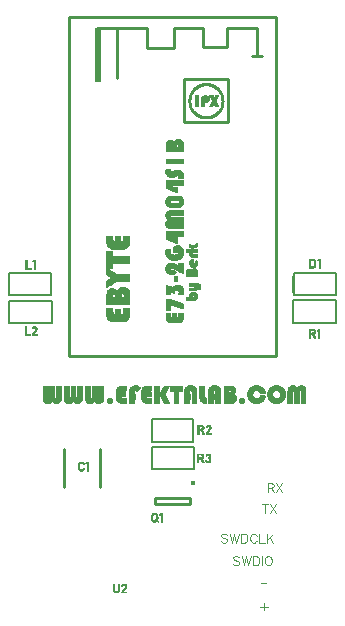
<source format=gbr>
G04 DipTrace 3.2.0.1*
G04 Âåðõíÿÿìàðêèðîâêà.gbr*
%MOMM*%
G04 #@! TF.FileFunction,Legend,Top*
G04 #@! TF.Part,Single*
%ADD10C,0.25*%
%ADD12C,0.0762*%
%ADD13C,0.06667*%
%ADD14C,0.05*%
%ADD19C,0.2*%
%ADD22O,0.39127X0.39172*%
%ADD52C,0.11765*%
%FSLAX35Y35*%
G04*
G71*
G90*
G75*
G01*
G04 TopSilk*
%LPD*%
X-617420Y-1846857D2*
D10*
Y-2166537D1*
X-917580Y-1846857D2*
Y-2166537D1*
X1017053Y-513950D2*
Y-384050D1*
D22*
X173180Y-2132999D3*
X149810Y-2260360D2*
D10*
X-150177D1*
Y-2310360D1*
X149810D1*
Y-2260360D1*
X-874944Y1815000D2*
X874944D1*
Y-1054982D1*
X-874944D1*
Y1815000D1*
X-472948Y1293185D2*
Y1719800D1*
X-219912D1*
Y1552903D1*
X9016D1*
Y1718015D1*
X254996D1*
Y1554985D1*
X460012D1*
Y1718015D1*
X717948Y1718907D1*
Y1532970D1*
X716968Y1486857D1*
X674044Y1483882D2*
X760088Y1484775D1*
X-471968Y1720990D2*
X-643076Y1719800D1*
G36*
X-656012D2*
X-607992D1*
Y1263137D1*
X-656012D1*
Y1719800D1*
G37*
X92904Y1286045D2*
D10*
X471968D1*
Y920120D1*
X92904D1*
Y1286045D1*
X141904Y1102041D2*
X142245Y1111888D1*
X143267Y1121687D1*
X144964Y1131391D1*
X147329Y1140951D1*
X150350Y1150322D1*
X154011Y1159458D1*
X158296Y1168314D1*
X163184Y1176847D1*
X168650Y1185015D1*
X174668Y1192780D1*
X181208Y1200102D1*
X188240Y1206946D1*
X195728Y1213280D1*
X203636Y1219071D1*
X211925Y1224293D1*
X220556Y1228918D1*
X229485Y1232926D1*
X238671Y1236296D1*
X248067Y1239012D1*
X257628Y1241060D1*
X267308Y1242432D1*
X277059Y1243119D1*
X286833D1*
X296584Y1242432D1*
X306264Y1241060D1*
X315825Y1239012D1*
X325221Y1236296D1*
X334407Y1232926D1*
X343336Y1228918D1*
X351967Y1224293D1*
X360256Y1219071D1*
X368164Y1213280D1*
X375652Y1206946D1*
X382684Y1200102D1*
X389224Y1192780D1*
X395242Y1185015D1*
X400708Y1176847D1*
X405596Y1168314D1*
X409881Y1159458D1*
X413542Y1150322D1*
X416563Y1140951D1*
X418928Y1131391D1*
X420625Y1121687D1*
X421647Y1111888D1*
X421988Y1102041D1*
X421647Y1092194D1*
X420625Y1082395D1*
X418928Y1072692D1*
X416563Y1063131D1*
X413542Y1053760D1*
X409881Y1044625D1*
X405596Y1035769D1*
X400708Y1027236D1*
X395242Y1019067D1*
X389224Y1011303D1*
X382684Y1003981D1*
X375652Y997136D1*
X368164Y990803D1*
X360256Y985011D1*
X351967Y979790D1*
X343336Y975164D1*
X334407Y971157D1*
X325221Y967787D1*
X315825Y965071D1*
X306264Y963022D1*
X296584Y961651D1*
X286833Y960963D1*
X277059D1*
X267308Y961651D1*
X257628Y963022D1*
X248067Y965071D1*
X238671Y967787D1*
X229485Y971157D1*
X220556Y975164D1*
X211925Y979790D1*
X203636Y985011D1*
X195728Y990803D1*
X188240Y997136D1*
X181208Y1003981D1*
X174668Y1011303D1*
X168650Y1019067D1*
X163184Y1027236D1*
X158296Y1035769D1*
X154011Y1044625D1*
X150350Y1053760D1*
X147329Y1063131D1*
X144964Y1072692D1*
X143267Y1082395D1*
X142245Y1092194D1*
X141904Y1102041D1*
X-1382270Y-588740D2*
D19*
X-1018467D1*
Y-781563D1*
X-1382270D1*
Y-588740D1*
X-1382000Y-353643D2*
X-1030657D1*
Y-545080D1*
X-1382000D1*
Y-353643D1*
X1020360Y-588443D2*
X1384163D1*
Y-781267D1*
X1020360D1*
Y-588443D1*
X1027617Y-352677D2*
X1378960D1*
Y-544113D1*
X1027617D1*
Y-352677D1*
X-178147Y-1595177D2*
X173197D1*
Y-1786613D1*
X-178147D1*
Y-1595177D1*
X-174520Y-1827317D2*
X176823D1*
Y-2018753D1*
X-174520D1*
Y-1827317D1*
X-783723Y-1953640D2*
D14*
X-768723D1*
X-728723D2*
X-718723D1*
X-788522Y-1956140D2*
X-764310D1*
X-732272D2*
X-718723D1*
X-792370Y-1958640D2*
X-760668D1*
X-735072D2*
X-718723D1*
X-795268Y-1961140D2*
X-757940D1*
X-737236D2*
X-718723D1*
X-797394Y-1963640D2*
X-780722D1*
X-771724D2*
X-755773D1*
X-738007D2*
X-718723D1*
X-798967Y-1966140D2*
X-784596D1*
X-767857D2*
X-753949D1*
X-738442D2*
X-731223D1*
X-726223D2*
X-718723D1*
X-800075Y-1968640D2*
X-787605D1*
X-764904D2*
X-752617D1*
X-738723D2*
X-736223D1*
X-726223D2*
X-718723D1*
X-800793Y-1971140D2*
X-789815D1*
X-762833D2*
X-751800D1*
X-726223D2*
X-718723D1*
X-801420Y-1973640D2*
X-791433D1*
X-761223D2*
X-751223D1*
X-726223D2*
X-718723D1*
X-802153Y-1976140D2*
X-792552D1*
X-726223D2*
X-718723D1*
X-802848Y-1978640D2*
X-793191D1*
X-726223D2*
X-718723D1*
X-803304Y-1981140D2*
X-793502D1*
X-726223D2*
X-718723D1*
X-803543Y-1983640D2*
X-793637D1*
X-726223D2*
X-718723D1*
X-803652Y-1986140D2*
X-793692D1*
X-726223D2*
X-718723D1*
X-803697Y-1988640D2*
X-793712D1*
X-726223D2*
X-718723D1*
X-803714Y-1991140D2*
X-793720D1*
X-726223D2*
X-718723D1*
X-803720Y-1993640D2*
X-793722D1*
X-726223D2*
X-718723D1*
X-803712Y-1996140D2*
X-793723D1*
X-726223D2*
X-718723D1*
X-803625Y-1998640D2*
X-793713D1*
X-726223D2*
X-718723D1*
X-803307Y-2001140D2*
X-793626D1*
X-726223D2*
X-718723D1*
X-802708Y-2003640D2*
X-793297D1*
X-726223D2*
X-718723D1*
X-802058Y-2006140D2*
X-792601D1*
X-726223D2*
X-718723D1*
X-801534Y-2008640D2*
X-791534D1*
X-761223D2*
X-751223D1*
X-726223D2*
X-718723D1*
X-800973Y-2011140D2*
X-789956D1*
X-762704D2*
X-751705D1*
X-726223D2*
X-718723D1*
X-800171Y-2013640D2*
X-787867D1*
X-764674D2*
X-752655D1*
X-726223D2*
X-718723D1*
X-799070Y-2016140D2*
X-783129D1*
X-769362D2*
X-754009D1*
X-726223D2*
X-718723D1*
X-797582Y-2018640D2*
X-776510D1*
X-775954D2*
X-755602D1*
X-726223D2*
X-718723D1*
X-795498Y-2021140D2*
X-757701D1*
X-726223D2*
X-718723D1*
X-792526Y-2023640D2*
X-760699D1*
X-726223D2*
X-718723D1*
X-788453Y-2026140D2*
X-764526D1*
X-726223D2*
X-718723D1*
X-783723Y-2028640D2*
X-768723D1*
X-726223D2*
X-718723D1*
X1155803Y-234500D2*
X1190803D1*
X1233303D2*
X1243303D1*
X1155803Y-237000D2*
X1195217D1*
X1229754D2*
X1243303D1*
X1155803Y-239500D2*
X1198849D1*
X1226954D2*
X1243303D1*
X1155803Y-242000D2*
X1201499D1*
X1224790D2*
X1243303D1*
X1155803Y-244500D2*
X1165803D1*
X1187802D2*
X1203435D1*
X1224020D2*
X1243303D1*
X1155803Y-247000D2*
X1165803D1*
X1191667D2*
X1204979D1*
X1223584D2*
X1230803D1*
X1235803D2*
X1243303D1*
X1155803Y-249500D2*
X1165803D1*
X1194588D2*
X1206259D1*
X1223303D2*
X1225803D1*
X1235803D2*
X1243303D1*
X1155803Y-252000D2*
X1165803D1*
X1196807D2*
X1207229D1*
X1235803D2*
X1243303D1*
X1155803Y-254500D2*
X1165803D1*
X1197580D2*
X1207806D1*
X1235803D2*
X1243303D1*
X1155803Y-257000D2*
X1165803D1*
X1197997D2*
X1208095D1*
X1235803D2*
X1243303D1*
X1155803Y-259500D2*
X1165803D1*
X1198184D2*
X1208222D1*
X1235803D2*
X1243303D1*
X1155803Y-262000D2*
X1165803D1*
X1198259D2*
X1208273D1*
X1235803D2*
X1243303D1*
X1155803Y-264500D2*
X1165803D1*
X1198288D2*
X1208293D1*
X1235803D2*
X1243303D1*
X1155803Y-267000D2*
X1165803D1*
X1198298D2*
X1208300D1*
X1235803D2*
X1243303D1*
X1155803Y-269500D2*
X1165803D1*
X1198302D2*
X1208302D1*
X1235803D2*
X1243303D1*
X1155803Y-272000D2*
X1165803D1*
X1198303D2*
X1208303D1*
X1235803D2*
X1243303D1*
X1155803Y-274500D2*
X1165803D1*
X1198303D2*
X1208303D1*
X1235803D2*
X1243303D1*
X1155803Y-277000D2*
X1165803D1*
X1198303D2*
X1208303D1*
X1235803D2*
X1243303D1*
X1155803Y-279500D2*
X1165803D1*
X1198303D2*
X1208303D1*
X1235803D2*
X1243303D1*
X1155803Y-282000D2*
X1165803D1*
X1198303D2*
X1208303D1*
X1235803D2*
X1243303D1*
X1155803Y-284500D2*
X1165803D1*
X1198294D2*
X1208294D1*
X1235803D2*
X1243303D1*
X1155803Y-287000D2*
X1165803D1*
X1198196D2*
X1208206D1*
X1235803D2*
X1243303D1*
X1155803Y-289500D2*
X1165803D1*
X1197770D2*
X1207877D1*
X1235803D2*
X1243303D1*
X1155803Y-292000D2*
X1165803D1*
X1196961D2*
X1207191D1*
X1235803D2*
X1243303D1*
X1155803Y-294500D2*
X1165803D1*
X1194625D2*
X1206221D1*
X1235803D2*
X1243303D1*
X1155803Y-297000D2*
X1165803D1*
X1187777D2*
X1205079D1*
X1235803D2*
X1243303D1*
X1155803Y-299500D2*
X1165803D1*
X1176859D2*
X1203692D1*
X1235803D2*
X1243303D1*
X1155803Y-302000D2*
X1201720D1*
X1235803D2*
X1243303D1*
X1155803Y-304500D2*
X1198784D1*
X1235803D2*
X1243303D1*
X1155803Y-307000D2*
X1194985D1*
X1235803D2*
X1243303D1*
X1155803Y-309500D2*
X1190803D1*
X1235803D2*
X1243303D1*
X-1246983Y-243287D2*
X-1236983D1*
X-1179483D2*
X-1169483D1*
X-1246983Y-245787D2*
X-1236983D1*
X-1183032D2*
X-1169483D1*
X-1246983Y-248287D2*
X-1236983D1*
X-1185832D2*
X-1169483D1*
X-1246983Y-250787D2*
X-1236983D1*
X-1187996D2*
X-1169483D1*
X-1246983Y-253287D2*
X-1236983D1*
X-1188767D2*
X-1169483D1*
X-1246983Y-255787D2*
X-1236983D1*
X-1189202D2*
X-1181983D1*
X-1176983D2*
X-1169483D1*
X-1246983Y-258287D2*
X-1236983D1*
X-1189483D2*
X-1186983D1*
X-1176983D2*
X-1169483D1*
X-1246983Y-260787D2*
X-1236983D1*
X-1176983D2*
X-1169483D1*
X-1246983Y-263287D2*
X-1236983D1*
X-1176983D2*
X-1169483D1*
X-1246983Y-265787D2*
X-1236983D1*
X-1176983D2*
X-1169483D1*
X-1246983Y-268287D2*
X-1236983D1*
X-1176983D2*
X-1169483D1*
X-1246983Y-270787D2*
X-1236983D1*
X-1176983D2*
X-1169483D1*
X-1246983Y-273287D2*
X-1236983D1*
X-1176983D2*
X-1169483D1*
X-1246983Y-275787D2*
X-1236983D1*
X-1176983D2*
X-1169483D1*
X-1246983Y-278287D2*
X-1236983D1*
X-1176983D2*
X-1169483D1*
X-1246983Y-280787D2*
X-1236983D1*
X-1176983D2*
X-1169483D1*
X-1246983Y-283287D2*
X-1236983D1*
X-1176983D2*
X-1169483D1*
X-1246983Y-285787D2*
X-1236983D1*
X-1176983D2*
X-1169483D1*
X-1246983Y-288287D2*
X-1236983D1*
X-1176983D2*
X-1169483D1*
X-1246983Y-290787D2*
X-1236983D1*
X-1176983D2*
X-1169483D1*
X-1246983Y-293287D2*
X-1236983D1*
X-1176983D2*
X-1169483D1*
X-1246983Y-295787D2*
X-1236983D1*
X-1176983D2*
X-1169483D1*
X-1246983Y-298287D2*
X-1236983D1*
X-1176983D2*
X-1169483D1*
X-1246983Y-300787D2*
X-1236983D1*
X-1176983D2*
X-1169483D1*
X-1246983Y-303287D2*
X-1236983D1*
X-1176983D2*
X-1169483D1*
X-1246983Y-305787D2*
X-1236983D1*
X-1176983D2*
X-1169483D1*
X-1246983Y-308287D2*
X-1236983D1*
X-1176983D2*
X-1169483D1*
X-1246983Y-310787D2*
X-1199483D1*
X-1176983D2*
X-1169483D1*
X-1246983Y-313287D2*
X-1199483D1*
X-1176983D2*
X-1169483D1*
X-1246983Y-315787D2*
X-1199483D1*
X-1176983D2*
X-1169483D1*
X-1246983Y-318287D2*
X-1199483D1*
X-1176983D2*
X-1169483D1*
X-1252477Y-807443D2*
X-1242477D1*
X-1179977D2*
X-1162477D1*
X-1252477Y-809943D2*
X-1242477D1*
X-1183535D2*
X-1159219D1*
X-1252477Y-812443D2*
X-1242477D1*
X-1186423D2*
X-1156708D1*
X-1252477Y-814943D2*
X-1242477D1*
X-1188590D2*
X-1154821D1*
X-1252477Y-817443D2*
X-1242477D1*
X-1190194D2*
X-1176598D1*
X-1168073D2*
X-1153294D1*
X-1252477Y-819943D2*
X-1242477D1*
X-1191315D2*
X-1179928D1*
X-1164529D2*
X-1152028D1*
X-1252477Y-822443D2*
X-1242477D1*
X-1191997D2*
X-1182572D1*
X-1161803D2*
X-1151148D1*
X-1252477Y-824943D2*
X-1242477D1*
X-1192477D2*
X-1184977D1*
X-1160732D2*
X-1150664D1*
X-1252477Y-827443D2*
X-1242477D1*
X-1160719D2*
X-1151154D1*
X-1252477Y-829943D2*
X-1242477D1*
X-1161220D2*
X-1151798D1*
X-1252477Y-832443D2*
X-1242477D1*
X-1162108D2*
X-1152521D1*
X-1252477Y-834943D2*
X-1242477D1*
X-1163209D2*
X-1153433D1*
X-1252477Y-837443D2*
X-1242477D1*
X-1164486D2*
X-1154580D1*
X-1252477Y-839943D2*
X-1242477D1*
X-1166030D2*
X-1155985D1*
X-1252477Y-842443D2*
X-1242477D1*
X-1167872D2*
X-1157570D1*
X-1252477Y-844943D2*
X-1242477D1*
X-1169768D2*
X-1159175D1*
X-1252477Y-847443D2*
X-1242477D1*
X-1171543D2*
X-1160894D1*
X-1252477Y-849943D2*
X-1242477D1*
X-1173351D2*
X-1162818D1*
X-1252477Y-852443D2*
X-1242477D1*
X-1175386D2*
X-1164747D1*
X-1252477Y-854943D2*
X-1242477D1*
X-1177559D2*
X-1166535D1*
X-1252477Y-857443D2*
X-1242477D1*
X-1179632D2*
X-1168338D1*
X-1252477Y-859943D2*
X-1242477D1*
X-1181488D2*
X-1170297D1*
X-1252477Y-862443D2*
X-1242477D1*
X-1183320D2*
X-1172240D1*
X-1252477Y-864943D2*
X-1242477D1*
X-1185290D2*
X-1174033D1*
X-1252477Y-867443D2*
X-1242477D1*
X-1187228D2*
X-1175847D1*
X-1252477Y-869943D2*
X-1242477D1*
X-1188925D2*
X-1177892D1*
X-1252477Y-872443D2*
X-1242477D1*
X-1190323D2*
X-1180141D1*
X-1252477Y-874943D2*
X-1204977D1*
X-1191355D2*
X-1149977D1*
X-1252477Y-877443D2*
X-1204977D1*
X-1191964D2*
X-1149977D1*
X-1252477Y-879943D2*
X-1204977D1*
X-1192278D2*
X-1149977D1*
X-1252477Y-882443D2*
X-1204977D1*
X-1192477D2*
X-1149977D1*
X-163443Y-2387057D2*
X-148443D1*
X-103443D2*
X-93443D1*
X-168242Y-2389557D2*
X-143645D1*
X-106992D2*
X-93443D1*
X-172090Y-2392057D2*
X-139797D1*
X-109792D2*
X-93443D1*
X-174988Y-2394557D2*
X-136899D1*
X-111956D2*
X-93443D1*
X-177114Y-2397057D2*
X-157451D1*
X-151435D2*
X-134773D1*
X-112727D2*
X-93443D1*
X-178687Y-2399557D2*
X-162787D1*
X-147482D2*
X-133190D1*
X-113162D2*
X-105943D1*
X-100943D2*
X-93443D1*
X-179795Y-2402057D2*
X-166633D1*
X-144243D2*
X-132003D1*
X-113443D2*
X-110943D1*
X-100943D2*
X-93443D1*
X-180513Y-2404557D2*
X-169249D1*
X-141753D2*
X-131055D1*
X-100943D2*
X-93443D1*
X-181140Y-2407057D2*
X-171043D1*
X-139814D2*
X-130148D1*
X-100943D2*
X-93443D1*
X-181873Y-2409557D2*
X-172232D1*
X-139109D2*
X-129373D1*
X-100943D2*
X-93443D1*
X-182568Y-2412057D2*
X-172896D1*
X-138727D2*
X-128883D1*
X-100943D2*
X-93443D1*
X-183024Y-2414557D2*
X-173217D1*
X-138554D2*
X-128631D1*
X-100943D2*
X-93443D1*
X-183263Y-2417057D2*
X-173356D1*
X-138484D2*
X-128517D1*
X-100943D2*
X-93443D1*
X-183372Y-2419557D2*
X-173411D1*
X-138458D2*
X-128471D1*
X-100943D2*
X-93443D1*
X-183417Y-2422057D2*
X-173432D1*
X-138448D2*
X-128453D1*
X-100943D2*
X-93443D1*
X-183434Y-2424557D2*
X-173439D1*
X-138445D2*
X-128447D1*
X-100943D2*
X-93443D1*
X-183440Y-2427057D2*
X-173442D1*
X-138444D2*
X-128444D1*
X-100943D2*
X-93443D1*
X-183432Y-2429557D2*
X-173443D1*
X-138443D2*
X-128444D1*
X-100943D2*
X-93443D1*
X-183345Y-2432057D2*
X-173433D1*
X-138463D2*
X-128453D1*
X-100943D2*
X-93443D1*
X-183027Y-2434557D2*
X-173346D1*
X-138653D2*
X-128541D1*
X-100943D2*
X-93443D1*
X-182428Y-2437057D2*
X-173017D1*
X-150943D2*
X-148443D1*
X-139107D2*
X-128860D1*
X-100943D2*
X-93443D1*
X-181778Y-2439557D2*
X-172321D1*
X-151915D2*
X-143600D1*
X-141056D2*
X-129458D1*
X-100943D2*
X-93443D1*
X-181254Y-2442057D2*
X-171244D1*
X-151651D2*
X-130090D1*
X-100943D2*
X-93443D1*
X-180693Y-2444557D2*
X-169578D1*
X-150081D2*
X-130428D1*
X-100943D2*
X-93443D1*
X-179891Y-2447057D2*
X-167284D1*
X-148106D2*
X-130476D1*
X-100943D2*
X-93443D1*
X-178780Y-2449557D2*
X-161840D1*
X-145943D2*
X-129402D1*
X-100943D2*
X-93443D1*
X-177215Y-2452057D2*
X-154455D1*
X-153287D2*
X-127854D1*
X-100943D2*
X-93443D1*
X-174905Y-2454557D2*
X-126279D1*
X-100943D2*
X-93443D1*
X-171699Y-2457057D2*
X-125008D1*
X-100943D2*
X-93443D1*
X-167737Y-2459557D2*
X-140943D1*
X-130943D2*
X-125293D1*
X-100943D2*
X-93443D1*
X-163443Y-2462057D2*
X-148443D1*
X-128443D2*
X-125943D1*
X-100943D2*
X-93443D1*
X1153110Y-829390D2*
X1190610D1*
X1230610D2*
X1240610D1*
X1153110Y-831890D2*
X1194254D1*
X1227061D2*
X1240610D1*
X1153110Y-834390D2*
X1197375D1*
X1224261D2*
X1240610D1*
X1153110Y-836890D2*
X1199831D1*
X1222097D2*
X1240610D1*
X1153110Y-839390D2*
X1163110D1*
X1187223D2*
X1201565D1*
X1221326D2*
X1240610D1*
X1153110Y-841890D2*
X1163110D1*
X1190467D2*
X1202793D1*
X1220891D2*
X1228110D1*
X1233110D2*
X1240610D1*
X1153110Y-844390D2*
X1163110D1*
X1192741D2*
X1203825D1*
X1220610D2*
X1223110D1*
X1233110D2*
X1240610D1*
X1153110Y-846890D2*
X1163110D1*
X1194445D2*
X1204641D1*
X1233110D2*
X1240610D1*
X1153110Y-849390D2*
X1163110D1*
X1194949D2*
X1205062D1*
X1233110D2*
X1240610D1*
X1153110Y-851890D2*
X1163110D1*
X1195137D2*
X1205003D1*
X1233110D2*
X1240610D1*
X1153110Y-854390D2*
X1163110D1*
X1194511D2*
X1204510D1*
X1233110D2*
X1240610D1*
X1153110Y-856890D2*
X1163110D1*
X1192835D2*
X1203819D1*
X1233110D2*
X1240610D1*
X1153110Y-859390D2*
X1163110D1*
X1186250D2*
X1202984D1*
X1233110D2*
X1240610D1*
X1153110Y-861890D2*
X1163110D1*
X1174954D2*
X1201734D1*
X1233110D2*
X1240610D1*
X1153110Y-864390D2*
X1199896D1*
X1233110D2*
X1240610D1*
X1153110Y-866890D2*
X1197550D1*
X1233110D2*
X1240610D1*
X1153110Y-869390D2*
X1195115D1*
X1233110D2*
X1240610D1*
X1153110Y-871890D2*
X1192976D1*
X1233110D2*
X1240610D1*
X1153110Y-874390D2*
X1163110D1*
X1180214D2*
X1192459D1*
X1233110D2*
X1240610D1*
X1153110Y-876890D2*
X1163110D1*
X1182006D2*
X1193148D1*
X1233110D2*
X1240610D1*
X1153110Y-879390D2*
X1163110D1*
X1183531D2*
X1194300D1*
X1233110D2*
X1240610D1*
X1153110Y-881890D2*
X1163110D1*
X1184906D2*
X1195763D1*
X1233110D2*
X1240610D1*
X1153110Y-884390D2*
X1163110D1*
X1186204D2*
X1197236D1*
X1233110D2*
X1240610D1*
X1153110Y-886890D2*
X1163110D1*
X1187475D2*
X1198620D1*
X1233110D2*
X1240610D1*
X1153110Y-889390D2*
X1163110D1*
X1188730D2*
X1199939D1*
X1233110D2*
X1240610D1*
X1153110Y-891890D2*
X1163110D1*
X1189985D2*
X1201216D1*
X1233110D2*
X1240610D1*
X1153110Y-894390D2*
X1163110D1*
X1191234D2*
X1202479D1*
X1233110D2*
X1240610D1*
X1153110Y-896890D2*
X1163110D1*
X1192478D2*
X1203740D1*
X1233110D2*
X1240610D1*
X1153110Y-899390D2*
X1163110D1*
X1193661D2*
X1205058D1*
X1233110D2*
X1240610D1*
X1153110Y-901890D2*
X1163110D1*
X1194703D2*
X1206517D1*
X1233110D2*
X1240610D1*
X1153110Y-904390D2*
X1163110D1*
X1195610D2*
X1208110D1*
X1233110D2*
X1240610D1*
X209687Y-1642367D2*
X247187D1*
X292187D2*
X309687D1*
X209687Y-1644867D2*
X250831D1*
X288628D2*
X312945D1*
X209687Y-1647367D2*
X253951D1*
X285740D2*
X315455D1*
X209687Y-1649867D2*
X256408D1*
X283574D2*
X317343D1*
X209687Y-1652367D2*
X219687D1*
X243799D2*
X258142D1*
X281969D2*
X295566D1*
X304090D2*
X318869D1*
X209687Y-1654867D2*
X219687D1*
X247044D2*
X259370D1*
X280848D2*
X292235D1*
X307634D2*
X320135D1*
X209687Y-1657367D2*
X219687D1*
X249318D2*
X260401D1*
X280166D2*
X289591D1*
X310360D2*
X321015D1*
X209687Y-1659867D2*
X219687D1*
X251022D2*
X261218D1*
X279687D2*
X287187D1*
X311431D2*
X321499D1*
X209687Y-1662367D2*
X219687D1*
X251525D2*
X261639D1*
X311444D2*
X321010D1*
X209687Y-1664867D2*
X219687D1*
X251714D2*
X261580D1*
X310943D2*
X320366D1*
X209687Y-1667367D2*
X219687D1*
X251088D2*
X261087D1*
X310055D2*
X319642D1*
X209687Y-1669867D2*
X219687D1*
X249412D2*
X260395D1*
X308954D2*
X318731D1*
X209687Y-1672367D2*
X219687D1*
X242827D2*
X259561D1*
X307677D2*
X317583D1*
X209687Y-1674867D2*
X219687D1*
X231531D2*
X258311D1*
X306134D2*
X316179D1*
X209687Y-1677367D2*
X256473D1*
X304291D2*
X314593D1*
X209687Y-1679867D2*
X254127D1*
X302395D2*
X312988D1*
X209687Y-1682367D2*
X251692D1*
X300621D2*
X311269D1*
X209687Y-1684867D2*
X249553D1*
X298813D2*
X309346D1*
X209687Y-1687367D2*
X219687D1*
X236791D2*
X249036D1*
X296778D2*
X307416D1*
X209687Y-1689867D2*
X219687D1*
X238583D2*
X249724D1*
X294605D2*
X305628D1*
X209687Y-1692367D2*
X219687D1*
X240107D2*
X250876D1*
X292532D2*
X303825D1*
X209687Y-1694867D2*
X219687D1*
X241483D2*
X252340D1*
X290675D2*
X301867D1*
X209687Y-1697367D2*
X219687D1*
X242781D2*
X253813D1*
X288843D2*
X299923D1*
X209687Y-1699867D2*
X219687D1*
X244052D2*
X255197D1*
X286873D2*
X298130D1*
X209687Y-1702367D2*
X219687D1*
X245307D2*
X256516D1*
X284935D2*
X296316D1*
X209687Y-1704867D2*
X219687D1*
X246561D2*
X257793D1*
X283239D2*
X294271D1*
X209687Y-1707367D2*
X219687D1*
X247810D2*
X259056D1*
X281840D2*
X292022D1*
X209687Y-1709867D2*
X219687D1*
X249055D2*
X260316D1*
X280808D2*
X322187D1*
X209687Y-1712367D2*
X219687D1*
X250238D2*
X261635D1*
X280200D2*
X322187D1*
X209687Y-1714867D2*
X219687D1*
X251279D2*
X263094D1*
X279885D2*
X322187D1*
X209687Y-1717367D2*
X219687D1*
X252187D2*
X264687D1*
X279687D2*
X322187D1*
X207997Y-1884867D2*
X245497D1*
X290497D2*
X305497D1*
X207997Y-1887367D2*
X249141D1*
X286938D2*
X309141D1*
X207997Y-1889867D2*
X252261D1*
X284050D2*
X312261D1*
X207997Y-1892367D2*
X254718D1*
X281884D2*
X314708D1*
X207997Y-1894867D2*
X217997D1*
X242109D2*
X256452D1*
X280279D2*
X292997D1*
X302109D2*
X316629D1*
X207997Y-1897367D2*
X217997D1*
X245354D2*
X257680D1*
X279158D2*
X290497D1*
X305354D2*
X317332D1*
X207997Y-1899867D2*
X217997D1*
X247628D2*
X258711D1*
X278476D2*
X287997D1*
X307618D2*
X317714D1*
X207997Y-1902367D2*
X217997D1*
X249332D2*
X259528D1*
X277997D2*
X285497D1*
X309292D2*
X317876D1*
X207997Y-1904867D2*
X217997D1*
X249835D2*
X259949D1*
X309730D2*
X317858D1*
X207997Y-1907367D2*
X217997D1*
X250024D2*
X259890D1*
X309074D2*
X317556D1*
X207997Y-1909867D2*
X217997D1*
X249398D2*
X259397D1*
X307995D2*
X316860D1*
X207997Y-1912367D2*
X217997D1*
X247722D2*
X258705D1*
X305185D2*
X315711D1*
X207997Y-1914867D2*
X217997D1*
X241137D2*
X257871D1*
X301827D2*
X313882D1*
X207997Y-1917367D2*
X217997D1*
X229841D2*
X256621D1*
X298541D2*
X311184D1*
X207997Y-1919867D2*
X254783D1*
X296912D2*
X307997D1*
X207997Y-1922367D2*
X252437D1*
X296395D2*
X310955D1*
X207997Y-1924867D2*
X250002D1*
X299833D2*
X313492D1*
X207997Y-1927367D2*
X247863D1*
X303496D2*
X315490D1*
X207997Y-1929867D2*
X217997D1*
X235101D2*
X247346D1*
X306525D2*
X317100D1*
X207997Y-1932367D2*
X217997D1*
X236893D2*
X248034D1*
X308884D2*
X318421D1*
X207997Y-1934867D2*
X217997D1*
X238417D2*
X249186D1*
X309719D2*
X319409D1*
X207997Y-1937367D2*
X217997D1*
X239793D2*
X250650D1*
X310157D2*
X319985D1*
X207997Y-1939867D2*
X217997D1*
X241091D2*
X252123D1*
X310251D2*
X320189D1*
X207997Y-1942367D2*
X217997D1*
X242362D2*
X253507D1*
X275497D2*
X285497D1*
X310090D2*
X319988D1*
X207997Y-1944867D2*
X217997D1*
X243617D2*
X254826D1*
X276456D2*
X287142D1*
X308726D2*
X319354D1*
X207997Y-1947367D2*
X217997D1*
X244871D2*
X256103D1*
X277618D2*
X291489D1*
X304451D2*
X318394D1*
X207997Y-1949867D2*
X217997D1*
X246120D2*
X257366D1*
X279118D2*
X297872D1*
X298103D2*
X317171D1*
X207997Y-1952367D2*
X217997D1*
X247365D2*
X258626D1*
X281114D2*
X315469D1*
X207997Y-1954867D2*
X217997D1*
X248548D2*
X259945D1*
X283702D2*
X312914D1*
X207997Y-1957367D2*
X217997D1*
X249589D2*
X261404D1*
X286921D2*
X309426D1*
X207997Y-1959867D2*
X217997D1*
X250497D2*
X262997D1*
X290497D2*
X305497D1*
X-503983Y-2985493D2*
X-496483D1*
X-461483D2*
X-451483D1*
X-421483D2*
X-403983D1*
X-503983Y-2987993D2*
X-496483D1*
X-461483D2*
X-451483D1*
X-425042D2*
X-400725D1*
X-503983Y-2990493D2*
X-496483D1*
X-461483D2*
X-451483D1*
X-427930D2*
X-398215D1*
X-503983Y-2992993D2*
X-496483D1*
X-461483D2*
X-451483D1*
X-430096D2*
X-396327D1*
X-503983Y-2995493D2*
X-496483D1*
X-461483D2*
X-451483D1*
X-431701D2*
X-418104D1*
X-409580D2*
X-394801D1*
X-503983Y-2997993D2*
X-496483D1*
X-461483D2*
X-451483D1*
X-432822D2*
X-421435D1*
X-406036D2*
X-393535D1*
X-503983Y-3000493D2*
X-496483D1*
X-461483D2*
X-451483D1*
X-433504D2*
X-424079D1*
X-403310D2*
X-392655D1*
X-503983Y-3002993D2*
X-496483D1*
X-461483D2*
X-451483D1*
X-433983D2*
X-426483D1*
X-402239D2*
X-392171D1*
X-503983Y-3005493D2*
X-496483D1*
X-461483D2*
X-451483D1*
X-402226D2*
X-392660D1*
X-503983Y-3007993D2*
X-496483D1*
X-461483D2*
X-451483D1*
X-402727D2*
X-393304D1*
X-503983Y-3010493D2*
X-496483D1*
X-461483D2*
X-451483D1*
X-403615D2*
X-394028D1*
X-503983Y-3012993D2*
X-496483D1*
X-461483D2*
X-451483D1*
X-404716D2*
X-394939D1*
X-503983Y-3015493D2*
X-496483D1*
X-461483D2*
X-451483D1*
X-405993D2*
X-396087D1*
X-503983Y-3017993D2*
X-496483D1*
X-461483D2*
X-451483D1*
X-407536D2*
X-397491D1*
X-503983Y-3020493D2*
X-496483D1*
X-461483D2*
X-451483D1*
X-409379D2*
X-399077D1*
X-503983Y-3022993D2*
X-496483D1*
X-461483D2*
X-451483D1*
X-411275D2*
X-400682D1*
X-503983Y-3025493D2*
X-496483D1*
X-461483D2*
X-451483D1*
X-413049D2*
X-402401D1*
X-503983Y-3027993D2*
X-496483D1*
X-461483D2*
X-451483D1*
X-414857D2*
X-404324D1*
X-503983Y-3030493D2*
X-496474D1*
X-461483D2*
X-451483D1*
X-416892D2*
X-406254D1*
X-503983Y-3032993D2*
X-496386D1*
X-461493D2*
X-451493D1*
X-419065D2*
X-408042D1*
X-503983Y-3035493D2*
X-496057D1*
X-461581D2*
X-451581D1*
X-421138D2*
X-409845D1*
X-503974Y-3037993D2*
X-495361D1*
X-461909D2*
X-451900D1*
X-422995D2*
X-411803D1*
X-503886Y-3040493D2*
X-494284D1*
X-462625D2*
X-452508D1*
X-424827D2*
X-413747D1*
X-503557Y-3042993D2*
X-492618D1*
X-463623D2*
X-453247D1*
X-426797D2*
X-415540D1*
X-502861Y-3045493D2*
X-490324D1*
X-465718D2*
X-454099D1*
X-428735D2*
X-417354D1*
X-501804Y-3047993D2*
X-484880D1*
X-470878D2*
X-455346D1*
X-430431D2*
X-419399D1*
X-500333Y-3050493D2*
X-477495D1*
X-478090D2*
X-457118D1*
X-431830D2*
X-421648D1*
X-498255Y-3052993D2*
X-459349D1*
X-432862D2*
X-391483D1*
X-495285Y-3055493D2*
X-462076D1*
X-433470D2*
X-391483D1*
X-491213Y-3057993D2*
X-465364D1*
X-433785D2*
X-391483D1*
X-486483Y-3060493D2*
X-468983D1*
X-433983D2*
X-391483D1*
X-331305Y-1305890D2*
D12*
X-304635D1*
X133515D2*
X167805D1*
X335445D2*
X369735D1*
X689775D2*
X724065D1*
X861225D2*
X891705D1*
X1002195D2*
X1025055D1*
X1074585D2*
X1097445D1*
X-1100925Y-1309700D2*
X-1059015D1*
X-1043775D2*
X-1001865D1*
X-986625D2*
X-948525D1*
X-921855D2*
X-879945D1*
X-864705D2*
X-822795D1*
X-807555D2*
X-769455D1*
X-742785D2*
X-700875D1*
X-685635D2*
X-643725D1*
X-628485D2*
X-590385D1*
X-449415D2*
X-396075D1*
X-338632D2*
X-297764D1*
X-236055D2*
X-182715D1*
X-156045D2*
X-114135D1*
X-72225D2*
X80175D1*
X126644D2*
X174661D1*
X224955D2*
X266865D1*
X328574D2*
X376591D1*
X430695D2*
X499275D1*
X681000D2*
X733284D1*
X851278D2*
X900924D1*
X995469D2*
X1030653D1*
X1067844D2*
X1104171D1*
X-1100925Y-1313510D2*
X-1059015D1*
X-1043775D2*
X-1001865D1*
X-986625D2*
X-948525D1*
X-921855D2*
X-879945D1*
X-864705D2*
X-822795D1*
X-807555D2*
X-769455D1*
X-742785D2*
X-700875D1*
X-685635D2*
X-643725D1*
X-628485D2*
X-590385D1*
X-456271D2*
X-396075D1*
X-344631D2*
X-291726D1*
X-242911D2*
X-182715D1*
X-156045D2*
X-114135D1*
X-75431D2*
X-33521D1*
X-26505D2*
X80175D1*
X120606D2*
X180566D1*
X224955D2*
X266865D1*
X322536D2*
X382496D1*
X430695D2*
X507760D1*
X673379D2*
X741361D1*
X842877D2*
X909001D1*
X989919D2*
X1035848D1*
X1062152D2*
X1109706D1*
X-1100925Y-1317320D2*
X-1059015D1*
X-1043775D2*
X-1001865D1*
X-986625D2*
X-948525D1*
X-921855D2*
X-879945D1*
X-864705D2*
X-822795D1*
X-807555D2*
X-769455D1*
X-742785D2*
X-700875D1*
X-685635D2*
X-643725D1*
X-628485D2*
X-590385D1*
X-462176D2*
X-396075D1*
X-349548D2*
X-286640D1*
X-248816D2*
X-182715D1*
X-156045D2*
X-114135D1*
X-78163D2*
X-36253D1*
X-26505D2*
X80175D1*
X115534D2*
X185151D1*
X224955D2*
X266865D1*
X317464D2*
X387081D1*
X430695D2*
X514389D1*
X666826D2*
X747987D1*
X836030D2*
X915627D1*
X985761D2*
X1041390D1*
X1057418D2*
X1113745D1*
X-1100925Y-1321130D2*
X-1059015D1*
X-1043775D2*
X-1001865D1*
X-986625D2*
X-948525D1*
X-921855D2*
X-879945D1*
X-864705D2*
X-822795D1*
X-807555D2*
X-769455D1*
X-742785D2*
X-700875D1*
X-685635D2*
X-643725D1*
X-628485D2*
X-590385D1*
X-466761D2*
X-396075D1*
X-353835D2*
X-282210D1*
X-253401D2*
X-182715D1*
X-156045D2*
X-114135D1*
X-80486D2*
X-38576D1*
X-26505D2*
X80175D1*
X111240D2*
X188533D1*
X224955D2*
X266865D1*
X313170D2*
X390463D1*
X430695D2*
X518982D1*
X661190D2*
X753329D1*
X830085D2*
X920969D1*
X982458D2*
X1048060D1*
X1052792D2*
X1116696D1*
X-1100925Y-1324940D2*
X-1059015D1*
X-1043775D2*
X-1001865D1*
X-986625D2*
X-948525D1*
X-921855D2*
X-879945D1*
X-864705D2*
X-822795D1*
X-807555D2*
X-769455D1*
X-742785D2*
X-700875D1*
X-685635D2*
X-643725D1*
X-628485D2*
X-590385D1*
X-470129D2*
X-396075D1*
X-357710D2*
X-278122D1*
X-256769D2*
X-182715D1*
X-156045D2*
X-114135D1*
X-82582D2*
X-40672D1*
X-26505D2*
X80175D1*
X107662D2*
X191134D1*
X224955D2*
X266865D1*
X309592D2*
X393064D1*
X430695D2*
X522179D1*
X656482D2*
X757845D1*
X824896D2*
X925500D1*
X979679D2*
X1119048D1*
X-1100925Y-1328750D2*
X-1059015D1*
X-1043775D2*
X-1001865D1*
X-986625D2*
X-948525D1*
X-921855D2*
X-879945D1*
X-864705D2*
X-822795D1*
X-807555D2*
X-769455D1*
X-742785D2*
X-700875D1*
X-685635D2*
X-643725D1*
X-628485D2*
X-590385D1*
X-472595D2*
X-396075D1*
X-361095D2*
X-274155D1*
X-259235D2*
X-182715D1*
X-156045D2*
X-114135D1*
X-84561D2*
X-42666D1*
X-26505D2*
X80175D1*
X104807D2*
X193325D1*
X224955D2*
X266865D1*
X306737D2*
X395255D1*
X430695D2*
X524630D1*
X652660D2*
X761827D1*
X820694D2*
X929601D1*
X977648D2*
X1121000D1*
X-1100925Y-1332560D2*
X-1059015D1*
X-1043775D2*
X-1001865D1*
X-986625D2*
X-948525D1*
X-921855D2*
X-879945D1*
X-864705D2*
X-822795D1*
X-807555D2*
X-769455D1*
X-742785D2*
X-700875D1*
X-685635D2*
X-643725D1*
X-628485D2*
X-590385D1*
X-474315D2*
X-396075D1*
X-363870D2*
X-279869D1*
X-260955D2*
X-182715D1*
X-156045D2*
X-114135D1*
X-86498D2*
X-44722D1*
X-26505D2*
X80175D1*
X102568D2*
X195210D1*
X224955D2*
X266865D1*
X304498D2*
X397140D1*
X430695D2*
X526619D1*
X649562D2*
X765257D1*
X817378D2*
X933397D1*
X976350D2*
X1122477D1*
X-1100925Y-1336370D2*
X-1059015D1*
X-1043775D2*
X-1001865D1*
X-986625D2*
X-948525D1*
X-921855D2*
X-879945D1*
X-864705D2*
X-822795D1*
X-807555D2*
X-769455D1*
X-742785D2*
X-700875D1*
X-685635D2*
X-643725D1*
X-628485D2*
X-590385D1*
X-475422D2*
X-396075D1*
X-366079D2*
X-285261D1*
X-262062D2*
X-182715D1*
X-156045D2*
X-114135D1*
X-88425D2*
X-47001D1*
X-26505D2*
X80175D1*
X100941D2*
X196661D1*
X224955D2*
X266865D1*
X302871D2*
X398591D1*
X430695D2*
X528110D1*
X646777D2*
X768065D1*
X814489D2*
X936752D1*
X975295D2*
X1123357D1*
X-1100925Y-1340180D2*
X-1059015D1*
X-1043775D2*
X-1001865D1*
X-986625D2*
X-948525D1*
X-921855D2*
X-879945D1*
X-864705D2*
X-822795D1*
X-807555D2*
X-769455D1*
X-742785D2*
X-700875D1*
X-685635D2*
X-643725D1*
X-628485D2*
X-590385D1*
X-476382D2*
X-396075D1*
X-367680D2*
X-290539D1*
X-263022D2*
X-182715D1*
X-156045D2*
X-114135D1*
X-90456D2*
X-49459D1*
X-26505D2*
X80175D1*
X99869D2*
X197532D1*
X224955D2*
X266865D1*
X301799D2*
X399462D1*
X430695D2*
X528980D1*
X644100D2*
X770414D1*
X811767D2*
X939531D1*
X974135D2*
X1123797D1*
X-1100925Y-1343990D2*
X-1059015D1*
X-1043775D2*
X-1001865D1*
X-986625D2*
X-948525D1*
X-921855D2*
X-879945D1*
X-864705D2*
X-822795D1*
X-807555D2*
X-769455D1*
X-742785D2*
X-700875D1*
X-685635D2*
X-643725D1*
X-628485D2*
X-590385D1*
X-477501D2*
X-396075D1*
X-368629D2*
X-295582D1*
X-264141D2*
X-182715D1*
X-156045D2*
X-114135D1*
X-92726D2*
X-51793D1*
X-26505D2*
X80175D1*
X98921D2*
X197968D1*
X224955D2*
X266865D1*
X300851D2*
X399898D1*
X430695D2*
X529287D1*
X641693D2*
X772518D1*
X809343D2*
X941869D1*
X973059D2*
X1123991D1*
X-1100925Y-1347800D2*
X-1059015D1*
X-1043775D2*
X-1001865D1*
X-986625D2*
X-948525D1*
X-921855D2*
X-879945D1*
X-864705D2*
X-822795D1*
X-807555D2*
X-769455D1*
X-742785D2*
X-700875D1*
X-685635D2*
X-643725D1*
X-628485D2*
X-590385D1*
X-478561D2*
X-396075D1*
X-369224D2*
X-326746D1*
X-312255D2*
X-300216D1*
X-265201D2*
X-182715D1*
X-156045D2*
X-114135D1*
X-95180D2*
X-53935D1*
X-26505D2*
X80175D1*
X97807D2*
X141884D1*
X156964D2*
X198161D1*
X224955D2*
X266865D1*
X299737D2*
X343814D1*
X358894D2*
X400091D1*
X430695D2*
X528996D1*
X639637D2*
X693141D1*
X719361D2*
X774500D1*
X807280D2*
X865784D1*
X887146D2*
X943955D1*
X972357D2*
X1018184D1*
X1028865D2*
X1070775D1*
X1081456D2*
X1124069D1*
X-1100925Y-1351610D2*
X-1059015D1*
X-1043775D2*
X-1001865D1*
X-986625D2*
X-948525D1*
X-921855D2*
X-879945D1*
X-864705D2*
X-822795D1*
X-807555D2*
X-769455D1*
X-742785D2*
X-700875D1*
X-685635D2*
X-643725D1*
X-628485D2*
X-590385D1*
X-479256D2*
X-415139D1*
X-369911D2*
X-328974D1*
X-308445D2*
X-304635D1*
X-265896D2*
X-201779D1*
X-156045D2*
X-114135D1*
X-97513D2*
X-55957D1*
X7785D2*
X45885D1*
X96749D2*
X139656D1*
X157908D2*
X198239D1*
X224955D2*
X266865D1*
X298679D2*
X341586D1*
X359838D2*
X400169D1*
X430695D2*
X472605D1*
X491655D2*
X528147D1*
X637970D2*
X688890D1*
X724896D2*
X776423D1*
X805611D2*
X859760D1*
X893170D2*
X945801D1*
X971990D2*
X1015956D1*
X1028865D2*
X1070775D1*
X1083684D2*
X1124099D1*
X-1100925Y-1355420D2*
X-1059015D1*
X-1043775D2*
X-1001865D1*
X-986625D2*
X-948525D1*
X-921855D2*
X-879945D1*
X-864705D2*
X-822795D1*
X-807555D2*
X-769455D1*
X-742785D2*
X-700875D1*
X-685635D2*
X-643725D1*
X-628485D2*
X-590385D1*
X-479621D2*
X-428212D1*
X-370905D2*
X-330250D1*
X-266261D2*
X-214852D1*
X-156045D2*
X-114135D1*
X-99655D2*
X-57907D1*
X7785D2*
X45885D1*
X96053D2*
X138380D1*
X158895D2*
X198269D1*
X224955D2*
X266865D1*
X297983D2*
X340310D1*
X360825D2*
X400199D1*
X430695D2*
X472605D1*
X495465D2*
X527051D1*
X636577D2*
X685141D1*
X728935D2*
X778202D1*
X804217D2*
X854808D1*
X898107D2*
X947253D1*
X971824D2*
X1014680D1*
X1028865D2*
X1070775D1*
X1084960D2*
X1124109D1*
X-1100925Y-1359230D2*
X-1059015D1*
X-1043775D2*
X-1001865D1*
X-986625D2*
X-948525D1*
X-921855D2*
X-879945D1*
X-864705D2*
X-822795D1*
X-807555D2*
X-769455D1*
X-742785D2*
X-700875D1*
X-685635D2*
X-643725D1*
X-628485D2*
X-590385D1*
X-479786D2*
X-437985D1*
X-371912D2*
X-330869D1*
X-266426D2*
X-224625D1*
X-156045D2*
X-114120D1*
X-101677D2*
X-59833D1*
X7785D2*
X45885D1*
X95689D2*
X137761D1*
X159562D2*
X198279D1*
X224955D2*
X266865D1*
X297619D2*
X339691D1*
X361492D2*
X400209D1*
X430695D2*
X472605D1*
X493692D2*
X525763D1*
X635213D2*
X682141D1*
X731898D2*
X779613D1*
X802853D2*
X850880D1*
X901916D2*
X948254D1*
X971756D2*
X1014061D1*
X1028865D2*
X1070775D1*
X1085579D2*
X1124113D1*
X-1100925Y-1363040D2*
X-1059015D1*
X-1043775D2*
X-1001865D1*
X-986625D2*
X-948525D1*
X-921855D2*
X-879945D1*
X-864705D2*
X-822795D1*
X-807555D2*
X-769455D1*
X-742785D2*
X-700875D1*
X-685635D2*
X-643725D1*
X-628485D2*
X-590385D1*
X-479854D2*
X-419888D1*
X-372588D2*
X-331137D1*
X-266494D2*
X-206528D1*
X-156045D2*
X-113975D1*
X-103639D2*
X-61742D1*
X7785D2*
X45885D1*
X95524D2*
X137493D1*
X159916D2*
X198283D1*
X224955D2*
X266865D1*
X297454D2*
X339423D1*
X361846D2*
X400213D1*
X430695D2*
X472605D1*
X492515D2*
X523881D1*
X634038D2*
X679703D1*
X734364D2*
X780473D1*
X801678D2*
X847864D1*
X904581D2*
X949174D1*
X971729D2*
X1013793D1*
X1028865D2*
X1070775D1*
X1085847D2*
X1124114D1*
X-1100925Y-1366850D2*
X-1059015D1*
X-1043775D2*
X-1001865D1*
X-986625D2*
X-948525D1*
X-921855D2*
X-879945D1*
X-864705D2*
X-822795D1*
X-807555D2*
X-769455D1*
X-742785D2*
X-700875D1*
X-685635D2*
X-643725D1*
X-628485D2*
X-590385D1*
X-479881D2*
X-399885D1*
X-372945D2*
X-331243D1*
X-266521D2*
X-186525D1*
X-156045D2*
X-113386D1*
X-105664D2*
X-63638D1*
X7785D2*
X45885D1*
X95456D2*
X137387D1*
X160078D2*
X198284D1*
X224955D2*
X266865D1*
X297386D2*
X339317D1*
X362008D2*
X400214D1*
X430695D2*
X472605D1*
X480225D2*
X521376D1*
X633294D2*
X677695D1*
X736777D2*
X780926D1*
X800934D2*
X845558D1*
X906459D2*
X950278D1*
X971720D2*
X1013687D1*
X1028865D2*
X1070775D1*
X1085953D2*
X1124115D1*
X-1100925Y-1370660D2*
X-1059015D1*
X-1043775D2*
X-1001865D1*
X-986625D2*
X-948525D1*
X-921855D2*
X-879945D1*
X-864705D2*
X-822795D1*
X-807555D2*
X-769455D1*
X-742785D2*
X-700875D1*
X-685635D2*
X-643725D1*
X-628485D2*
X-590385D1*
X-479890D2*
X-399885D1*
X-373108D2*
X-331283D1*
X-266530D2*
X-186525D1*
X-156045D2*
X-112084D1*
X-107894D2*
X-65392D1*
X7785D2*
X45885D1*
X95429D2*
X137347D1*
X160145D2*
X198285D1*
X224955D2*
X266865D1*
X297359D2*
X339277D1*
X362075D2*
X400215D1*
X430695D2*
X472605D1*
X480225D2*
X518814D1*
X632910D2*
X676191D1*
X739305D2*
X781215D1*
X800550D2*
X843920D1*
X908033D2*
X951333D1*
X971717D2*
X1013647D1*
X1028865D2*
X1070775D1*
X1085993D2*
X1124115D1*
X-1100925Y-1374470D2*
X-1059015D1*
X-1043775D2*
X-1001865D1*
X-986625D2*
X-948525D1*
X-921855D2*
X-879945D1*
X-864705D2*
X-822795D1*
X-807555D2*
X-769455D1*
X-742785D2*
X-700875D1*
X-685635D2*
X-643725D1*
X-628485D2*
X-590385D1*
X-479893D2*
X-399885D1*
X-373175D2*
X-331298D1*
X-266533D2*
X-186525D1*
X-156045D2*
X-66666D1*
X7785D2*
X45885D1*
X95420D2*
X137332D1*
X160171D2*
X198285D1*
X224955D2*
X266865D1*
X297350D2*
X339262D1*
X362101D2*
X400215D1*
X430695D2*
X472605D1*
X480225D2*
X516493D1*
X632737D2*
X675300D1*
X800377D2*
X842973D1*
X909293D2*
X952027D1*
X971716D2*
X1013632D1*
X1028865D2*
X1070775D1*
X1086008D2*
X1124115D1*
X-1100925Y-1378280D2*
X-1059015D1*
X-1043775D2*
X-1001865D1*
X-986625D2*
X-948525D1*
X-921855D2*
X-879945D1*
X-864705D2*
X-822795D1*
X-807555D2*
X-769455D1*
X-742785D2*
X-700875D1*
X-685635D2*
X-643725D1*
X-628485D2*
X-590385D1*
X-479894D2*
X-399885D1*
X-373201D2*
X-316065D1*
X-266534D2*
X-186525D1*
X-156045D2*
X-67373D1*
X7785D2*
X45885D1*
X95417D2*
X137327D1*
X160180D2*
X198285D1*
X224955D2*
X266865D1*
X297347D2*
X339257D1*
X362110D2*
X400215D1*
X430695D2*
X472605D1*
X480225D2*
X518856D1*
X632667D2*
X674856D1*
X800307D2*
X842507D1*
X910054D2*
X952391D1*
X971715D2*
X1013627D1*
X1028865D2*
X1070775D1*
X1086013D2*
X1124115D1*
X-1100925Y-1382090D2*
X-1059015D1*
X-1043775D2*
X-1001865D1*
X-986625D2*
X-948525D1*
X-921855D2*
X-879945D1*
X-864705D2*
X-822795D1*
X-807555D2*
X-769455D1*
X-742785D2*
X-700875D1*
X-685635D2*
X-643725D1*
X-628485D2*
X-590385D1*
X-479895D2*
X-399885D1*
X-373210D2*
X-316065D1*
X-266535D2*
X-186525D1*
X-156045D2*
X-114135D1*
X-106370D2*
X-66493D1*
X7785D2*
X45885D1*
X95416D2*
X148755D1*
X160183D2*
X198285D1*
X224955D2*
X266865D1*
X297346D2*
X350685D1*
X362113D2*
X400215D1*
X430695D2*
X472605D1*
X480225D2*
X522010D1*
X632640D2*
X674660D1*
X800280D2*
X842319D1*
X910315D2*
X952556D1*
X971715D2*
X1013626D1*
X1028865D2*
X1070775D1*
X1086014D2*
X1124115D1*
X-1100925Y-1385900D2*
X-1059015D1*
X-1043775D2*
X-1001865D1*
X-986625D2*
X-948525D1*
X-921855D2*
X-879945D1*
X-864705D2*
X-822795D1*
X-807555D2*
X-769455D1*
X-742785D2*
X-700875D1*
X-685635D2*
X-643725D1*
X-628485D2*
X-590385D1*
X-479895D2*
X-399885D1*
X-373213D2*
X-316065D1*
X-266535D2*
X-186525D1*
X-156045D2*
X-114135D1*
X-105867D2*
X-65141D1*
X7785D2*
X45885D1*
X95415D2*
X148755D1*
X160184D2*
X198285D1*
X224955D2*
X266865D1*
X297345D2*
X350685D1*
X362114D2*
X400215D1*
X430695D2*
X472605D1*
X480225D2*
X525223D1*
X632630D2*
X674596D1*
X739305D2*
X773595D1*
X800270D2*
X842371D1*
X910006D2*
X952609D1*
X971715D2*
X1013625D1*
X1028865D2*
X1070775D1*
X1086015D2*
X1124115D1*
X-1100925Y-1389710D2*
X-1059015D1*
X-1043775D2*
X-1001865D1*
X-986625D2*
X-948525D1*
X-921855D2*
X-879945D1*
X-864705D2*
X-822795D1*
X-807555D2*
X-769455D1*
X-742785D2*
X-700875D1*
X-685635D2*
X-643725D1*
X-628485D2*
X-590385D1*
X-479895D2*
X-399885D1*
X-373215D2*
X-316065D1*
X-266535D2*
X-186525D1*
X-156045D2*
X-114135D1*
X-104820D2*
X-63491D1*
X7785D2*
X45885D1*
X95415D2*
X148755D1*
X160185D2*
X198285D1*
X224955D2*
X266865D1*
X297345D2*
X350685D1*
X362115D2*
X400215D1*
X430695D2*
X472605D1*
X480225D2*
X528004D1*
X632642D2*
X674715D1*
X739160D2*
X777098D1*
X800282D2*
X842841D1*
X909151D2*
X952502D1*
X971715D2*
X1013625D1*
X1028865D2*
X1070775D1*
X1086015D2*
X1124115D1*
X-1100925Y-1393520D2*
X-1059015D1*
X-1043775D2*
X-1001865D1*
X-986625D2*
X-948525D1*
X-921855D2*
X-879945D1*
X-864705D2*
X-822795D1*
X-807555D2*
X-769455D1*
X-742785D2*
X-700875D1*
X-685635D2*
X-643725D1*
X-628485D2*
X-590385D1*
X-479895D2*
X-399885D1*
X-373215D2*
X-316065D1*
X-266535D2*
X-186525D1*
X-156045D2*
X-114135D1*
X-103342D2*
X-61686D1*
X7785D2*
X45885D1*
X95415D2*
X148755D1*
X160185D2*
X198285D1*
X224955D2*
X266865D1*
X297345D2*
X350685D1*
X362115D2*
X400215D1*
X430695D2*
X472605D1*
X480225D2*
X530364D1*
X632774D2*
X675324D1*
X738657D2*
X779658D1*
X800414D2*
X843891D1*
X908052D2*
X952026D1*
X971715D2*
X1013625D1*
X1028865D2*
X1070775D1*
X1086015D2*
X1124115D1*
X-1100925Y-1397330D2*
X-1059015D1*
X-1043775D2*
X-1001865D1*
X-986640D2*
X-948525D1*
X-921855D2*
X-879945D1*
X-864705D2*
X-822795D1*
X-807570D2*
X-769455D1*
X-742785D2*
X-700875D1*
X-685635D2*
X-643725D1*
X-628500D2*
X-590385D1*
X-479895D2*
X-399885D1*
X-373215D2*
X-316065D1*
X-266535D2*
X-186525D1*
X-156045D2*
X-114135D1*
X-101631D2*
X-59823D1*
X7785D2*
X45885D1*
X95415D2*
X148755D1*
X160185D2*
X198285D1*
X224955D2*
X266895D1*
X297345D2*
X350685D1*
X362115D2*
X400215D1*
X430695D2*
X472605D1*
X480225D2*
X532464D1*
X633260D2*
X676733D1*
X737595D2*
X779900D1*
X800900D2*
X845499D1*
X906763D2*
X951102D1*
X971715D2*
X1013625D1*
X1028865D2*
X1070775D1*
X1086015D2*
X1124115D1*
X-1100925Y-1401140D2*
X-1059015D1*
X-1043790D2*
X-1001865D1*
X-986774D2*
X-948525D1*
X-921855D2*
X-879945D1*
X-864720D2*
X-822795D1*
X-807704D2*
X-769455D1*
X-742785D2*
X-700875D1*
X-685650D2*
X-643725D1*
X-628634D2*
X-590385D1*
X-479895D2*
X-437985D1*
X-373215D2*
X-316065D1*
X-266535D2*
X-224625D1*
X-156045D2*
X-114135D1*
X-99815D2*
X-57929D1*
X7785D2*
X45885D1*
X95415D2*
X148755D1*
X160185D2*
X198285D1*
X224955D2*
X267207D1*
X297345D2*
X350685D1*
X362115D2*
X400215D1*
X430695D2*
X472605D1*
X480225D2*
X534317D1*
X634187D2*
X678785D1*
X735968D2*
X779369D1*
X801827D2*
X847724D1*
X904852D2*
X949992D1*
X971715D2*
X1013625D1*
X1028865D2*
X1070775D1*
X1086015D2*
X1124115D1*
X-1100925Y-1404950D2*
X-1058985D1*
X-1043969D2*
X-1001835D1*
X-987289D2*
X-948525D1*
X-921855D2*
X-879915D1*
X-864899D2*
X-822765D1*
X-808219D2*
X-769455D1*
X-742785D2*
X-700845D1*
X-685829D2*
X-643695D1*
X-629149D2*
X-590385D1*
X-479880D2*
X-437985D1*
X-373215D2*
X-316065D1*
X-266520D2*
X-224625D1*
X-156045D2*
X-114135D1*
X-98062D2*
X-56032D1*
X7785D2*
X45885D1*
X95415D2*
X148755D1*
X160185D2*
X198285D1*
X224970D2*
X267966D1*
X297345D2*
X350685D1*
X362115D2*
X400215D1*
X430695D2*
X472605D1*
X499275D2*
X535757D1*
X635298D2*
X681298D1*
X733519D2*
X778434D1*
X802938D2*
X850824D1*
X901944D2*
X948827D1*
X971715D2*
X1013625D1*
X1028865D2*
X1070775D1*
X1086015D2*
X1124115D1*
X-1100910Y-1408760D2*
X-1058695D1*
X-1044415D2*
X-1001545D1*
X-988493D2*
X-948525D1*
X-921840D2*
X-879625D1*
X-865345D2*
X-822475D1*
X-809423D2*
X-769455D1*
X-742770D2*
X-700555D1*
X-686275D2*
X-643405D1*
X-630353D2*
X-590385D1*
X-479746D2*
X-437985D1*
X-373215D2*
X-316065D1*
X-266386D2*
X-224625D1*
X-156045D2*
X-114135D1*
X-96531D2*
X-54125D1*
X7785D2*
X45885D1*
X95415D2*
X148755D1*
X160185D2*
X198285D1*
X225104D2*
X271708D1*
X297345D2*
X350685D1*
X362115D2*
X400215D1*
X430695D2*
X472605D1*
X499275D2*
X536609D1*
X636462D2*
X684324D1*
X730201D2*
X777338D1*
X804102D2*
X855532D1*
X898236D2*
X947428D1*
X971715D2*
X1013625D1*
X1028865D2*
X1070775D1*
X1086015D2*
X1124115D1*
X-1100776Y-1412570D2*
X-1058003D1*
X-1046770D2*
X-1000853D1*
X-990657D2*
X-948525D1*
X-921706D2*
X-878933D1*
X-867700D2*
X-821783D1*
X-811587D2*
X-769455D1*
X-742636D2*
X-699863D1*
X-688630D2*
X-642713D1*
X-632517D2*
X-590385D1*
X-540855D2*
X-525615D1*
X-479261D2*
X-437985D1*
X-373215D2*
X-316065D1*
X-265901D2*
X-224625D1*
X-156045D2*
X-114135D1*
X-95179D2*
X-52224D1*
X7785D2*
X45885D1*
X95415D2*
X148755D1*
X160185D2*
X198285D1*
X225589D2*
X276515D1*
X297345D2*
X350685D1*
X362115D2*
X400215D1*
X430695D2*
X472605D1*
X499275D2*
X536910D1*
X575475D2*
X590715D1*
X637862D2*
X693208D1*
X720988D2*
X775964D1*
X805517D2*
X863618D1*
X889513D2*
X945789D1*
X971715D2*
X1013625D1*
X1028865D2*
X1070775D1*
X1086015D2*
X1124115D1*
X-1100291Y-1416380D2*
X-1055034D1*
X-1052436D2*
X-997884D1*
X-993984D2*
X-948525D1*
X-921221D2*
X-875964D1*
X-873366D2*
X-818814D1*
X-814914D2*
X-769455D1*
X-742151D2*
X-696894D1*
X-694296D2*
X-639744D1*
X-635844D2*
X-590385D1*
X-546264D2*
X-520650D1*
X-478348D2*
X-396075D1*
X-373215D2*
X-316065D1*
X-264988D2*
X-182715D1*
X-156045D2*
X-114135D1*
X-93703D2*
X-50316D1*
X7785D2*
X45885D1*
X95415D2*
X148755D1*
X160185D2*
X198285D1*
X226517D2*
X280803D1*
X297345D2*
X350685D1*
X362115D2*
X400215D1*
X430695D2*
X472605D1*
X480225D2*
X536617D1*
X570066D2*
X595680D1*
X639501D2*
X707051D1*
X706937D2*
X774334D1*
X807275D2*
X876293D1*
X876685D2*
X943996D1*
X971715D2*
X1013625D1*
X1028865D2*
X1070775D1*
X1086015D2*
X1124115D1*
X-1099378Y-1420190D2*
X-948540D1*
X-920308D2*
X-769470D1*
X-741238D2*
X-590400D1*
X-550531D2*
X-516839D1*
X-477356D2*
X-396075D1*
X-373215D2*
X-331305D1*
X-263996D2*
X-182715D1*
X-156045D2*
X-114135D1*
X-92050D2*
X-48414D1*
X7785D2*
X45885D1*
X95415D2*
X148755D1*
X160185D2*
X198285D1*
X227628D2*
X284018D1*
X297345D2*
X350685D1*
X362115D2*
X400215D1*
X430695D2*
X472605D1*
X480225D2*
X535767D1*
X565799D2*
X599491D1*
X641294D2*
X772545D1*
X809419D2*
X942006D1*
X971715D2*
X1013625D1*
X1028865D2*
X1070775D1*
X1086015D2*
X1124115D1*
X-1098386Y-1424000D2*
X-948674D1*
X-919316D2*
X-769604D1*
X-740246D2*
X-590534D1*
X-553829D2*
X-514096D1*
X-476558D2*
X-396075D1*
X-373215D2*
X-331305D1*
X-263198D2*
X-182715D1*
X-156045D2*
X-114135D1*
X-90381D2*
X-46506D1*
X7785D2*
X45885D1*
X95415D2*
X137325D1*
X160185D2*
X198285D1*
X228792D2*
X285022D1*
X297345D2*
X339255D1*
X362115D2*
X400215D1*
X430695D2*
X472605D1*
X480225D2*
X534686D1*
X562501D2*
X602234D1*
X643284D2*
X770555D1*
X811837D2*
X939624D1*
X971715D2*
X1013625D1*
X1028865D2*
X1070775D1*
X1086015D2*
X1124115D1*
X-1097588Y-1427810D2*
X-949174D1*
X-918518D2*
X-770104D1*
X-739448D2*
X-591034D1*
X-554999D2*
X-512255D1*
X-475704D2*
X-396075D1*
X-373215D2*
X-331305D1*
X-262344D2*
X-182715D1*
X-156045D2*
X-114135D1*
X-88887D2*
X-44604D1*
X7785D2*
X45885D1*
X95415D2*
X137325D1*
X160185D2*
X198285D1*
X230207D2*
X285546D1*
X297345D2*
X339255D1*
X362115D2*
X400215D1*
X430695D2*
X472605D1*
X480225D2*
X533532D1*
X561331D2*
X604075D1*
X645666D2*
X768173D1*
X814283D2*
X936676D1*
X971715D2*
X1013625D1*
X1028865D2*
X1070775D1*
X1086015D2*
X1124115D1*
X-1096734Y-1431620D2*
X-950236D1*
X-917664D2*
X-771166D1*
X-738594D2*
X-592096D1*
X-555630D2*
X-511238D1*
X-474481D2*
X-396075D1*
X-373215D2*
X-331305D1*
X-261121D2*
X-182715D1*
X-156045D2*
X-114135D1*
X-87550D2*
X-42696D1*
X7785D2*
X45885D1*
X95415D2*
X137325D1*
X160185D2*
X198285D1*
X231980D2*
X285774D1*
X297345D2*
X339255D1*
X362115D2*
X400215D1*
X430695D2*
X472605D1*
X480225D2*
X532121D1*
X560700D2*
X605092D1*
X648614D2*
X765226D1*
X816933D2*
X933300D1*
X971715D2*
X1013625D1*
X1028865D2*
X1070775D1*
X1086015D2*
X1124115D1*
X-1095511Y-1435430D2*
X-951847D1*
X-916441D2*
X-772777D1*
X-737371D2*
X-593707D1*
X-555899D2*
X-510874D1*
X-472788D2*
X-396075D1*
X-373215D2*
X-331305D1*
X-259428D2*
X-182715D1*
X-156045D2*
X-114135D1*
X-86080D2*
X-40794D1*
X7785D2*
X45885D1*
X95415D2*
X137325D1*
X160185D2*
X198285D1*
X234273D2*
X285864D1*
X297345D2*
X339255D1*
X362115D2*
X400215D1*
X430695D2*
X472605D1*
X480225D2*
X530334D1*
X560431D2*
X605456D1*
X652005D2*
X761850D1*
X820132D2*
X929667D1*
X971715D2*
X1013625D1*
X1028865D2*
X1070775D1*
X1086015D2*
X1124115D1*
X-1093833Y-1439240D2*
X-954058D1*
X-914763D2*
X-774988D1*
X-735693D2*
X-595918D1*
X-555865D2*
X-511160D1*
X-470388D2*
X-396075D1*
X-373215D2*
X-331305D1*
X-257028D2*
X-182715D1*
X-156045D2*
X-114135D1*
X-84414D2*
X-38886D1*
X7785D2*
X45885D1*
X95415D2*
X137325D1*
X160185D2*
X198285D1*
X237325D2*
X285897D1*
X297345D2*
X339255D1*
X362115D2*
X400215D1*
X430695D2*
X472605D1*
X480225D2*
X527908D1*
X560465D2*
X605170D1*
X655772D2*
X758217D1*
X824059D2*
X925786D1*
X971715D2*
X1013625D1*
X1028865D2*
X1070775D1*
X1086015D2*
X1124115D1*
X-1091581Y-1443050D2*
X-1028550D1*
X-1020885D2*
X-956950D1*
X-912511D2*
X-849480D1*
X-841815D2*
X-777880D1*
X-733441D2*
X-670410D1*
X-662745D2*
X-598810D1*
X-555273D2*
X-512150D1*
X-466723D2*
X-396075D1*
X-373215D2*
X-331305D1*
X-253363D2*
X-182715D1*
X-156045D2*
X-114135D1*
X-82614D2*
X-36972D1*
X7785D2*
X45885D1*
X95415D2*
X137325D1*
X160185D2*
X198285D1*
X241317D2*
X285909D1*
X297345D2*
X339255D1*
X362115D2*
X400215D1*
X430695D2*
X472605D1*
X480225D2*
X524372D1*
X561057D2*
X604180D1*
X660154D2*
X754306D1*
X828773D2*
X921356D1*
X971715D2*
X1013625D1*
X1028865D2*
X1070775D1*
X1086015D2*
X1124115D1*
X-1088550Y-1446860D2*
X-1032505D1*
X-1016785D2*
X-960445D1*
X-909480D2*
X-853435D1*
X-837715D2*
X-781375D1*
X-730410D2*
X-674365D1*
X-658645D2*
X-602305D1*
X-553742D2*
X-513874D1*
X-461248D2*
X-396075D1*
X-373215D2*
X-331305D1*
X-247888D2*
X-182715D1*
X-156045D2*
X-114135D1*
X-80656D2*
X-34965D1*
X7785D2*
X45885D1*
X95415D2*
X137325D1*
X160185D2*
X198285D1*
X246462D2*
X285913D1*
X297345D2*
X339255D1*
X362115D2*
X400215D1*
X430695D2*
X472605D1*
X480225D2*
X519480D1*
X562588D2*
X602456D1*
X665626D2*
X749602D1*
X834268D2*
X915865D1*
X971715D2*
X1013625D1*
X1028865D2*
X1070775D1*
X1086015D2*
X1124115D1*
X-1084609Y-1450670D2*
X-1036904D1*
X-1011797D2*
X-964642D1*
X-905539D2*
X-857834D1*
X-832727D2*
X-785572D1*
X-726469D2*
X-678764D1*
X-653657D2*
X-606502D1*
X-551228D2*
X-516652D1*
X-453907D2*
X-396075D1*
X-373215D2*
X-331305D1*
X-240547D2*
X-182715D1*
X-156045D2*
X-114135D1*
X-78452D2*
X-32742D1*
X7785D2*
X45885D1*
X95415D2*
X137325D1*
X160185D2*
X198285D1*
X252626D2*
X285914D1*
X297345D2*
X339255D1*
X362115D2*
X400215D1*
X430695D2*
X472605D1*
X480225D2*
X513439D1*
X565102D2*
X599678D1*
X672534D2*
X743091D1*
X840840D2*
X908950D1*
X971715D2*
X1013625D1*
X1028865D2*
X1070775D1*
X1086015D2*
X1124115D1*
X-1079704Y-1454480D2*
X-1042016D1*
X-1005382D2*
X-969671D1*
X-900634D2*
X-862946D1*
X-826312D2*
X-790601D1*
X-721564D2*
X-683876D1*
X-647242D2*
X-611531D1*
X-548071D2*
X-520760D1*
X-445605D2*
X-396075D1*
X-373215D2*
X-331305D1*
X-232245D2*
X-182715D1*
X-156045D2*
X-114135D1*
X-76035D2*
X-30315D1*
X7785D2*
X45885D1*
X95415D2*
X137325D1*
X160185D2*
X198285D1*
X259245D2*
X285915D1*
X297345D2*
X339255D1*
X362115D2*
X400215D1*
X430695D2*
X472605D1*
X480225D2*
X506895D1*
X568259D2*
X595570D1*
X680801D2*
X734244D1*
X848753D2*
X900680D1*
X971715D2*
X1013625D1*
X1028865D2*
X1070775D1*
X1086015D2*
X1124115D1*
X-1074255Y-1458290D2*
X-1047585D1*
X-998055D2*
X-975195D1*
X-895185D2*
X-868515D1*
X-818985D2*
X-796125D1*
X-716115D2*
X-689445D1*
X-639915D2*
X-617055D1*
X-544665D2*
X-525615D1*
X571665D2*
X590715D1*
X689775D2*
X724065D1*
X857415D2*
X891705D1*
X30794Y776344D2*
X61274D1*
X25196Y772534D2*
X66828D1*
X-37786Y768724D2*
X-7306D1*
X20001D2*
X71598D1*
X-43210Y764914D2*
X-2095D1*
X14459D2*
X75461D1*
X-47611Y761104D2*
X4389D1*
X7789D2*
X78456D1*
X-50912Y757294D2*
X80754D1*
X-53371Y753484D2*
X82390D1*
X-55203Y749674D2*
X83337D1*
X-56660Y745864D2*
X83802D1*
X-58046Y742054D2*
X84005D1*
X-59229Y738244D2*
X35353D1*
X46034D2*
X84086D1*
X-59976Y734434D2*
X33124D1*
X46034D2*
X84117D1*
X-60361Y730624D2*
X-17972D1*
X-3496D2*
X31844D1*
X46034D2*
X84128D1*
X-60533Y726814D2*
X-20503D1*
X-3496D2*
X31196D1*
X46034D2*
X84132D1*
X-60604Y723004D2*
X-21228D1*
X-3496D2*
X30794D1*
X46034D2*
X84134D1*
X-60631Y719194D2*
X-19914D1*
X-60641Y715384D2*
X-17655D1*
X-60644Y711574D2*
X84134D1*
X-60645Y707764D2*
X84134D1*
X-60646Y703954D2*
X84134D1*
X-60646Y700144D2*
X84134D1*
X-60646Y696334D2*
X84134D1*
X-60646Y692524D2*
X84134D1*
X-60646Y688714D2*
X84134D1*
X-60646Y684904D2*
X84134D1*
X-60646Y681094D2*
X84134D1*
X-60646Y677284D2*
X84134D1*
X-60646Y673474D2*
X84134D1*
X-60646Y612514D2*
X84134D1*
X-60646Y608704D2*
X84134D1*
X-60646Y604894D2*
X84134D1*
X-60646Y601084D2*
X84134D1*
X-60646Y597274D2*
X84134D1*
X-60646Y593464D2*
X84134D1*
X-60646Y589654D2*
X84134D1*
X-60646Y585844D2*
X84134D1*
X-60646Y582034D2*
X84134D1*
X-60646Y578224D2*
X84134D1*
X-60646Y574414D2*
X84134D1*
X-60646Y521074D2*
X-22546D1*
X-61948Y517264D2*
X-23725D1*
X23174D2*
X53654D1*
X-63082Y513454D2*
X-24302D1*
X14473D2*
X60525D1*
X-63790Y509644D2*
X-18695D1*
X4532D2*
X66563D1*
X-64029Y505834D2*
X-10159D1*
X-8102D2*
X71635D1*
X-63712Y502024D2*
X75929D1*
X-62853Y498214D2*
X79507D1*
X-61769Y494404D2*
X82362D1*
X-60613Y490594D2*
X84601D1*
X-59202Y486784D2*
X86213D1*
X-57430Y482974D2*
X87151D1*
X-55153Y479164D2*
X87613D1*
X-52235Y475354D2*
X87815D1*
X-48712Y471544D2*
X87897D1*
X-44322Y467734D2*
X26828D1*
X45285D2*
X87927D1*
X-38470Y463924D2*
X18616D1*
X47499D2*
X87923D1*
X-30952Y460114D2*
X9693D1*
X48987D2*
X87782D1*
X-22546Y456304D2*
X314D1*
X48750D2*
X87195D1*
X47658Y452494D2*
X85893D1*
X46034Y448684D2*
X84134D1*
X-60646Y429634D2*
X84134D1*
X-60646Y425824D2*
X84134D1*
X-60646Y422014D2*
X84134D1*
X-60646Y418204D2*
X84134D1*
X-60646Y414394D2*
X84134D1*
X-60646Y410584D2*
X84134D1*
X-60646Y406774D2*
X84134D1*
X-60646Y402964D2*
X84134D1*
X-60646Y399154D2*
X84134D1*
X-60646Y395344D2*
X84134D1*
X-60646Y391534D2*
X84134D1*
X-60646Y387724D2*
X-22691D1*
X-60646Y383914D2*
X-15545D1*
X-60631Y380104D2*
X-8693D1*
X-60467Y376294D2*
X-1471D1*
X11744D2*
X38414D1*
X-60066Y372484D2*
X6729D1*
X9958D2*
X38414D1*
X-58138Y368674D2*
X38414D1*
X-53446Y364864D2*
X38414D1*
X-47112Y361054D2*
X38414D1*
X-39305Y357244D2*
X38414D1*
X-30590Y353434D2*
X38414D1*
X-21523Y349624D2*
X38414D1*
X-12493Y345814D2*
X38414D1*
X-3581Y342004D2*
X38414D1*
X5366Y338194D2*
X38414D1*
X14158Y334384D2*
X38414D1*
X22578Y330574D2*
X38414D1*
X30794Y326764D2*
X38414D1*
X-26356Y300094D2*
X53654D1*
X-33227Y296284D2*
X60525D1*
X-39265Y292474D2*
X66563D1*
X-44337Y288664D2*
X71635D1*
X-48631Y284854D2*
X75929D1*
X-52209Y281044D2*
X79507D1*
X-55064Y277234D2*
X82362D1*
X-57317Y273424D2*
X84601D1*
X-59064Y269614D2*
X86213D1*
X-60488Y265804D2*
X87151D1*
X-61862Y261994D2*
X87613D1*
X-63041Y258184D2*
X-23246D1*
X49844D2*
X87815D1*
X-63772Y254374D2*
X-24583D1*
X49844D2*
X87897D1*
X-64022Y250564D2*
X-26356D1*
X49844D2*
X87927D1*
X-63709Y246754D2*
X-24583D1*
X49844D2*
X87938D1*
X-62867Y242944D2*
X-23406D1*
X49844D2*
X87927D1*
X-61902Y239134D2*
X87795D1*
X-61099Y235324D2*
X87295D1*
X-60115Y231514D2*
X86233D1*
X-58407Y227704D2*
X84622D1*
X-55817Y223894D2*
X82411D1*
X-52588Y220084D2*
X79519D1*
X-48889Y216274D2*
X76020D1*
X-44549Y212464D2*
X71778D1*
X-39244Y208654D2*
X66516D1*
X-33012Y204844D2*
X60301D1*
X-26356Y201034D2*
X53654D1*
X-33976Y174364D2*
X84134D1*
X-40847Y170554D2*
X84134D1*
X-46871Y166744D2*
X84134D1*
X-51808Y162934D2*
X84134D1*
X-55617Y159124D2*
X84134D1*
X-58282Y155314D2*
X84134D1*
X-60160Y151504D2*
X84134D1*
X-61734Y147694D2*
X84134D1*
X-62994Y143884D2*
X84134D1*
X-63755Y140074D2*
X84134D1*
X-64016Y136264D2*
X84134D1*
X-63707Y132454D2*
X84134D1*
X-62852Y128644D2*
X-26356D1*
X-61768Y124834D2*
X-22546D1*
X-60613Y121024D2*
X-18736D1*
X-59187Y117214D2*
X84134D1*
X-57282Y113404D2*
X84134D1*
X-54516Y109594D2*
X84134D1*
X-50671Y105784D2*
X84134D1*
X-46201Y101974D2*
X84134D1*
X-41596Y98164D2*
X84134D1*
X-47020Y94354D2*
X84134D1*
X-51421Y90544D2*
X84134D1*
X-54737Y86734D2*
X84134D1*
X-57315Y82924D2*
X84134D1*
X-59499Y79114D2*
X84134D1*
X-61382Y75304D2*
X-22546D1*
X-62833Y71494D2*
X-26356D1*
X-63689Y67684D2*
X-22546D1*
X-63991Y63874D2*
X84134D1*
X-63698Y60064D2*
X84134D1*
X-62848Y56254D2*
X84134D1*
X-61752Y52444D2*
X84134D1*
X-60479Y48634D2*
X84134D1*
X-58702Y44824D2*
X84134D1*
X-56369Y41014D2*
X84134D1*
X-53512Y37204D2*
X84134D1*
X-49718Y33394D2*
X84134D1*
X-44509Y29584D2*
X84134D1*
X-37783Y25774D2*
X84134D1*
X-30166Y21964D2*
X84134D1*
X-60646Y-896D2*
X84134D1*
X-60646Y-4706D2*
X84134D1*
X-60646Y-8516D2*
X84134D1*
X-60646Y-12326D2*
X84134D1*
X-60646Y-16136D2*
X84134D1*
X-60646Y-19946D2*
X84134D1*
X-60646Y-23756D2*
X84134D1*
X-60646Y-27566D2*
X84134D1*
X-60646Y-31376D2*
X84134D1*
X-60646Y-35186D2*
X84134D1*
X-60646Y-38996D2*
X84134D1*
X-60646Y-42806D2*
X-22691D1*
X-60646Y-46616D2*
X-15545D1*
X-60631Y-50426D2*
X-8693D1*
X-60467Y-54236D2*
X-1471D1*
X11744D2*
X38414D1*
X-60066Y-58046D2*
X6729D1*
X9958D2*
X38414D1*
X-58138Y-61856D2*
X38414D1*
X-53446Y-65666D2*
X38414D1*
X-47112Y-69476D2*
X38414D1*
X-39305Y-73286D2*
X38414D1*
X-30590Y-77096D2*
X38414D1*
X-21523Y-80906D2*
X38414D1*
X-12493Y-84716D2*
X38414D1*
X-3581Y-88526D2*
X38414D1*
X5366Y-92336D2*
X38414D1*
X14158Y-96146D2*
X38414D1*
X22578Y-99956D2*
X38414D1*
X30794Y-103766D2*
X38414D1*
X30794Y-122816D2*
X49844D1*
X22179Y-126626D2*
X57745D1*
X15195Y-130436D2*
X64554D1*
X10190Y-134246D2*
X69973D1*
X6502Y-138056D2*
X74014D1*
X5269Y-141866D2*
X77266D1*
X4608Y-145676D2*
X80148D1*
X4312Y-149486D2*
X82638D1*
X-60646Y-153296D2*
X-18736D1*
X4193D2*
X84710D1*
X-61235Y-157106D2*
X-20640D1*
X4148D2*
X86254D1*
X-62179Y-160916D2*
X-22208D1*
X4132D2*
X39163D1*
X45285D2*
X87166D1*
X-63166Y-164726D2*
X-23541D1*
X4127D2*
X36934D1*
X47513D2*
X87618D1*
X-63833Y-168536D2*
X-24608D1*
X4125D2*
X35654D1*
X48789D2*
X87817D1*
X-64172Y-172346D2*
X-24197D1*
X4124D2*
X35006D1*
X49393D2*
X87897D1*
X-64200Y-176156D2*
X-23415D1*
X4124D2*
X34604D1*
X49512D2*
X87927D1*
X-63782Y-179966D2*
X-22410D1*
X48984D2*
X87938D1*
X-62895Y-183776D2*
X-21048D1*
X47477D2*
X87927D1*
X-61912Y-187586D2*
X-19138D1*
X44938D2*
X87795D1*
X-61117Y-191396D2*
X-16694D1*
X41398D2*
X87309D1*
X-60265Y-195206D2*
X-10533D1*
X36010D2*
X86382D1*
X-59057Y-199016D2*
X-643D1*
X26886D2*
X85257D1*
X-57513Y-202826D2*
X13798D1*
X13034D2*
X83973D1*
X-55761Y-206636D2*
X82206D1*
X-53788Y-210446D2*
X80007D1*
X-51411Y-214256D2*
X77664D1*
X-48466Y-218066D2*
X75074D1*
X-45090Y-221876D2*
X72011D1*
X-41458Y-225686D2*
X68442D1*
X-37562Y-229496D2*
X64172D1*
X-33003Y-233306D2*
X58887D1*
X-27081Y-237116D2*
X52584D1*
X-19536Y-240926D2*
X45626D1*
X-11116Y-244736D2*
X38414D1*
X-22546Y-267596D2*
X-3496D1*
X46034D2*
X84134D1*
X-31176Y-271406D2*
X5883D1*
X46034D2*
X84134D1*
X-38308Y-275216D2*
X14612D1*
X46019D2*
X84134D1*
X-43933Y-279026D2*
X22931D1*
X45874D2*
X84134D1*
X-48474Y-282836D2*
X31385D1*
X45285D2*
X84134D1*
X-52150Y-286646D2*
X40410D1*
X43983D2*
X84134D1*
X-55043Y-290456D2*
X84134D1*
X-57310Y-294266D2*
X84134D1*
X-59062Y-298076D2*
X84134D1*
X-60487Y-301886D2*
X84134D1*
X-61862Y-305696D2*
X84134D1*
X-63041Y-309506D2*
X84134D1*
X-63772Y-313316D2*
X-21637D1*
X-3496D2*
X84134D1*
X-64022Y-317126D2*
X-23852D1*
X4124D2*
X84134D1*
X-63709Y-320936D2*
X-24287D1*
X11744D2*
X84134D1*
X-62852Y-324746D2*
X-19389D1*
X19364D2*
X84134D1*
X-61769Y-328556D2*
X-12194D1*
X-3496D2*
X4124D1*
X26984D2*
X84134D1*
X-60613Y-332366D2*
X9985D1*
X34604D2*
X84134D1*
X-59202Y-336176D2*
X16507D1*
X42224D2*
X84134D1*
X-57430Y-339986D2*
X23545D1*
X49844D2*
X84134D1*
X-55153Y-343796D2*
X30794D1*
X57464D2*
X84134D1*
X-52250Y-347606D2*
X28272D1*
X65084D2*
X84134D1*
X-48861Y-351416D2*
X25447D1*
X72704D2*
X84134D1*
X-44959Y-355226D2*
X21726D1*
X80324D2*
X84134D1*
X-40052Y-359036D2*
X16756D1*
X-33668Y-362846D2*
X10685D1*
X-26356Y-366656D2*
X4124D1*
X7934Y-381896D2*
X34604D1*
X7934Y-385706D2*
X34604D1*
X7934Y-389516D2*
X34604D1*
X7934Y-393326D2*
X34604D1*
X7934Y-397136D2*
X34604D1*
X7934Y-400946D2*
X34604D1*
X7934Y-404756D2*
X34604D1*
X7934Y-408566D2*
X34604D1*
X7934Y-412376D2*
X34604D1*
X7934Y-416186D2*
X34604D1*
X7934Y-419996D2*
X34604D1*
X7934Y-423806D2*
X34604D1*
X7934Y-427616D2*
X34604D1*
X26984Y-454286D2*
X49844D1*
X-60646Y-458096D2*
X-53026D1*
X19657D2*
X58474D1*
X-60646Y-461906D2*
X-43443D1*
X13613D2*
X65592D1*
X-60646Y-465716D2*
X-33657D1*
X8261D2*
X71097D1*
X-60646Y-469526D2*
X-22181D1*
X2192D2*
X75271D1*
X-60646Y-473336D2*
X-7962D1*
X-5730D2*
X78402D1*
X-60646Y-477146D2*
X80879D1*
X-60646Y-480956D2*
X83017D1*
X-60646Y-484766D2*
X84881D1*
X-60646Y-488576D2*
X86324D1*
X-60646Y-492386D2*
X87193D1*
X-60646Y-496196D2*
X87628D1*
X-60646Y-500006D2*
X19509D1*
X42064D2*
X87820D1*
X-60646Y-503816D2*
X16202D1*
X45237D2*
X87898D1*
X-60646Y-507626D2*
X13454D1*
X47499D2*
X87928D1*
X-60646Y-511436D2*
X11255D1*
X48785D2*
X87938D1*
X-60646Y-515246D2*
X9646D1*
X49392D2*
X87927D1*
X-60646Y-519056D2*
X-22546D1*
X-7306D2*
X8645D1*
X49516D2*
X87783D1*
X-60646Y-522866D2*
X-22546D1*
X4124D2*
X7934D1*
X49034D2*
X87195D1*
X-60646Y-526676D2*
X-22546D1*
X47772D2*
X85893D1*
X-60646Y-530486D2*
X-22546D1*
X46034D2*
X84134D1*
X-60646Y-572396D2*
X-49216D1*
X-60646Y-576206D2*
X-35438D1*
X-60646Y-580016D2*
X-21955D1*
X-60646Y-583826D2*
X-8851D1*
X-60646Y-587636D2*
X3993D1*
X-60646Y-591446D2*
X16923D1*
X-60646Y-595256D2*
X30029D1*
X-60646Y-599066D2*
X43206D1*
X-60646Y-602876D2*
X56036D1*
X-60646Y-606686D2*
X67312D1*
X-60646Y-610496D2*
X76769D1*
X-60646Y-614306D2*
X81160D1*
X-60646Y-618116D2*
X82746D1*
X-60646Y-621926D2*
X83565D1*
X-60646Y-625736D2*
X-22546D1*
X-7306D2*
X83918D1*
X-60646Y-629546D2*
X-22546D1*
X4139D2*
X84057D1*
X-60646Y-633356D2*
X-22546D1*
X15703D2*
X84107D1*
X-60646Y-637166D2*
X-22546D1*
X27618D2*
X84125D1*
X-60646Y-640976D2*
X-22546D1*
X39962D2*
X84131D1*
X-60646Y-644786D2*
X-22546D1*
X52378D2*
X84133D1*
X-60646Y-648596D2*
X-22546D1*
X64530D2*
X84134D1*
X-60646Y-652406D2*
X-22546D1*
X76514D2*
X84134D1*
X-60646Y-656216D2*
X-22546D1*
X-60646Y-660026D2*
X-22546D1*
X-60646Y-663836D2*
X-22546D1*
X-60646Y-667646D2*
X-22546D1*
X-60646Y-694316D2*
X-22546D1*
X-3496D2*
X26984D1*
X46034D2*
X84134D1*
X-60646Y-698126D2*
X-22546D1*
X-3496D2*
X26984D1*
X46034D2*
X84134D1*
X-60646Y-701936D2*
X-22546D1*
X-3496D2*
X26984D1*
X46034D2*
X84134D1*
X-60646Y-705746D2*
X-22546D1*
X-3496D2*
X26984D1*
X46034D2*
X84134D1*
X-60646Y-709556D2*
X-22531D1*
X-3496D2*
X26984D1*
X46034D2*
X84134D1*
X-60646Y-713366D2*
X-22397D1*
X-3496D2*
X26999D1*
X46034D2*
X84134D1*
X-60646Y-717176D2*
X-21867D1*
X-3541D2*
X27133D1*
X46019D2*
X84134D1*
X-60646Y-720986D2*
X-20901D1*
X-3976D2*
X27648D1*
X45841D2*
X84134D1*
X-60646Y-724796D2*
X-17861D1*
X-5014D2*
X28852D1*
X45394D2*
X84134D1*
X-60631Y-728606D2*
X-13160D1*
X-9468D2*
X31016D1*
X43039D2*
X84134D1*
X-60497Y-732416D2*
X34343D1*
X37373D2*
X84134D1*
X-60012Y-736226D2*
X84119D1*
X-59084Y-740036D2*
X83985D1*
X-57973Y-743846D2*
X83485D1*
X-56809Y-747656D2*
X82423D1*
X-55394Y-751466D2*
X80812D1*
X-53606Y-755276D2*
X78601D1*
X-51179Y-759086D2*
X75694D1*
X-47643Y-762896D2*
X72054D1*
X-42751Y-766706D2*
X67268D1*
X-36710Y-770516D2*
X60937D1*
X-30166Y-774326D2*
X53654D1*
X187968Y1150311D2*
D13*
X214635D1*
X261301D2*
X284635D1*
X307968D2*
X337968D1*
X357968D2*
X381301D1*
X187968Y1146977D2*
X214635D1*
X255303D2*
X289507D1*
X310773D2*
X339234D1*
X356815D2*
X381174D1*
X187968Y1143644D2*
X214635D1*
X250137D2*
X293784D1*
X313163D2*
X340667D1*
X355680D2*
X380734D1*
X187968Y1140311D2*
X214635D1*
X246125D2*
X297472D1*
X315195D2*
X342225D1*
X354367D2*
X379818D1*
X187968Y1136977D2*
X214635D1*
X243179D2*
X300478D1*
X317029D2*
X343931D1*
X352628D2*
X378525D1*
X187968Y1133644D2*
X214635D1*
X241021D2*
X302662D1*
X318760D2*
X345855D1*
X348870D2*
X377015D1*
X187968Y1130311D2*
X214635D1*
X239529D2*
X304245D1*
X320455D2*
X375310D1*
X187968Y1126977D2*
X214635D1*
X238678D2*
X305600D1*
X322129D2*
X373351D1*
X187968Y1123644D2*
X214635D1*
X238263D2*
X264635D1*
X277968D2*
X306680D1*
X323801D2*
X371213D1*
X187968Y1120311D2*
X214635D1*
X238083D2*
X264635D1*
X281301D2*
X307239D1*
X325466D2*
X369175D1*
X187968Y1116977D2*
X214635D1*
X238010D2*
X264635D1*
X277484D2*
X307159D1*
X327136D2*
X367303D1*
X187968Y1113644D2*
X214635D1*
X237983D2*
X264635D1*
X274116D2*
X306502D1*
X328810D2*
X365560D1*
X187968Y1110311D2*
X214635D1*
X237973D2*
X264635D1*
X272687D2*
X305580D1*
X330566D2*
X364089D1*
X187968Y1106977D2*
X214635D1*
X237970D2*
X264635D1*
X271899D2*
X304467D1*
X332511D2*
X362940D1*
X187968Y1103644D2*
X214635D1*
X237969D2*
X264635D1*
X271538D2*
X302800D1*
X334635D2*
X363355D1*
X187968Y1100311D2*
X214635D1*
X237968D2*
X264635D1*
X271389D2*
X300327D1*
X332568D2*
X364332D1*
X187968Y1096977D2*
X214635D1*
X237968D2*
X264635D1*
X271333D2*
X296966D1*
X330667D2*
X365677D1*
X187968Y1093644D2*
X214635D1*
X237968D2*
X264635D1*
X271312D2*
X292714D1*
X328882D2*
X367214D1*
X187968Y1090311D2*
X214635D1*
X237968D2*
X264635D1*
X271301D2*
X287968D1*
X327154D2*
X368828D1*
X187968Y1086977D2*
X214635D1*
X237968D2*
X264635D1*
X325361D2*
X370479D1*
X187968Y1083644D2*
X214635D1*
X237968D2*
X264635D1*
X323369D2*
X372137D1*
X187968Y1080311D2*
X214635D1*
X237968D2*
X264635D1*
X321219D2*
X373804D1*
X187968Y1076977D2*
X214635D1*
X237968D2*
X264635D1*
X319177D2*
X375467D1*
X187968Y1073644D2*
X214635D1*
X237968D2*
X264635D1*
X317303D2*
X341174D1*
X351829D2*
X377123D1*
X187968Y1070311D2*
X214635D1*
X237968D2*
X264635D1*
X315534D2*
X340734D1*
X352773D2*
X378670D1*
X187968Y1066977D2*
X214635D1*
X237968D2*
X264635D1*
X313818D2*
X339808D1*
X354064D2*
X379901D1*
X187968Y1063644D2*
X214635D1*
X237968D2*
X264635D1*
X312046D2*
X338429D1*
X355476D2*
X380653D1*
X187968Y1060311D2*
X214635D1*
X237968D2*
X264635D1*
X310095D2*
X336658D1*
X356796D2*
X381049D1*
X187968Y1056977D2*
X214635D1*
X237968D2*
X264635D1*
X307968D2*
X334635D1*
X357968D2*
X381301D1*
X201540Y-105345D2*
X204873D1*
X193296Y-108678D2*
X204873D1*
X138207Y-112012D2*
X144873D1*
X185291D2*
X204873D1*
X138207Y-115345D2*
X153378D1*
X176593D2*
X204873D1*
X138207Y-118678D2*
X163554D1*
X166285D2*
X204873D1*
X138207Y-122012D2*
X204834D1*
X138233Y-125345D2*
X204444D1*
X138493Y-128678D2*
X203506D1*
X139118Y-132012D2*
X199027D1*
X142241Y-135345D2*
X192642D1*
X147255Y-138678D2*
X184532D1*
X154915Y-142012D2*
X174031D1*
X165659Y-145345D2*
X160391D1*
X111540Y-152012D2*
X204873D1*
X111540Y-155345D2*
X204873D1*
X111540Y-158678D2*
X204873D1*
X111540Y-162012D2*
X204873D1*
X111540Y-165345D2*
X204873D1*
X111540Y-168678D2*
X204873D1*
X111540Y-172012D2*
X204873D1*
X111540Y-175345D2*
X204873D1*
X138207Y-185345D2*
X161540D1*
X138220Y-188678D2*
X163656D1*
X138337Y-192012D2*
X171989D1*
X138775Y-195345D2*
X186410D1*
X139690Y-198678D2*
X204873D1*
X140983Y-202012D2*
X204873D1*
X142506Y-205345D2*
X204873D1*
X144368Y-208678D2*
X204873D1*
X147125Y-212012D2*
X204873D1*
X151554Y-215345D2*
X204873D1*
X157759Y-218678D2*
X204873D1*
X164873Y-222012D2*
X204873D1*
X158207Y-235345D2*
X174873D1*
X154249Y-238678D2*
X174873D1*
X150763Y-242012D2*
X174873D1*
X147791Y-245345D2*
X174873D1*
X145257Y-248678D2*
X174873D1*
X198207D2*
X201540D1*
X143322Y-252012D2*
X174873D1*
X194886D2*
X202680D1*
X141854Y-255345D2*
X174873D1*
X191683D2*
X203672D1*
X140547Y-258678D2*
X174873D1*
X188905D2*
X204304D1*
X139471Y-262012D2*
X158989D1*
X164925D2*
X174821D1*
X186912D2*
X204630D1*
X138815Y-265345D2*
X157012D1*
X165082D2*
X174665D1*
X185643D2*
X204777D1*
X138590Y-268678D2*
X156957D1*
X166644D2*
X173103D1*
X184388D2*
X204838D1*
X138861Y-272012D2*
X158439D1*
X171839D2*
X167907D1*
X182664D2*
X204848D1*
X139610Y-275345D2*
X163026D1*
X177490D2*
X204739D1*
X140558Y-278678D2*
X169930D1*
X170154D2*
X204304D1*
X141569Y-282012D2*
X203376D1*
X142803Y-285345D2*
X201967D1*
X144366Y-288678D2*
X200032D1*
X146489Y-292012D2*
X197502D1*
X149583Y-295345D2*
X194445D1*
X153863Y-298678D2*
X190773D1*
X159148Y-302012D2*
X186373D1*
X164873Y-305345D2*
X181540D1*
X178207Y-312012D2*
X184873D1*
X171522Y-315345D2*
X190758D1*
X124873Y-318678D2*
X144873D1*
X165232D2*
X195600D1*
X121680Y-322012D2*
X154665D1*
X158600D2*
X199121D1*
X118891Y-325345D2*
X201586D1*
X116795Y-328678D2*
X203219D1*
X115245Y-332012D2*
X204128D1*
X113902Y-335345D2*
X204566D1*
X112813Y-338678D2*
X175528D1*
X181540D2*
X204755D1*
X112138Y-342012D2*
X173566D1*
X181540D2*
X204830D1*
X111794Y-345345D2*
X138861D1*
X148207D2*
X172374D1*
X181540D2*
X204859D1*
X111640Y-348678D2*
X136900D1*
X148207D2*
X171540D1*
X181540D2*
X204873D1*
X111577Y-352012D2*
X135707D1*
X111553Y-355345D2*
X204873D1*
X111545Y-358678D2*
X204873D1*
X111542Y-362012D2*
X204873D1*
X111540Y-365345D2*
X204873D1*
X111540Y-368678D2*
X204873D1*
X111540Y-372012D2*
X204873D1*
X111540Y-375345D2*
X204873D1*
X111540Y-378678D2*
X204873D1*
X111540Y-382012D2*
X204873D1*
X138207Y-442012D2*
X214873D1*
X138207Y-445345D2*
X219745D1*
X138207Y-448678D2*
X224023D1*
X138207Y-452012D2*
X227711D1*
X138207Y-455345D2*
X230704D1*
X138207Y-458678D2*
X232771D1*
X138207Y-462012D2*
X233929D1*
X138207Y-465345D2*
X234485D1*
X181540Y-468678D2*
X200885D1*
X211400D2*
X234724D1*
X181540Y-472012D2*
X202834D1*
X214176D2*
X234819D1*
X181540Y-475345D2*
X203951D1*
X216155D2*
X234854D1*
X138207Y-478678D2*
X204479D1*
X217280D2*
X234867D1*
X138207Y-482012D2*
X204596D1*
X217824D2*
X234871D1*
X138207Y-485345D2*
X204251D1*
X218060D2*
X234873D1*
X138207Y-488678D2*
X203345D1*
X218156D2*
X234873D1*
X138207Y-492012D2*
X201821D1*
X218207D2*
X234873D1*
X138207Y-495345D2*
X199385D1*
X138207Y-498678D2*
X195789D1*
X138207Y-502012D2*
X191540D1*
X161540Y-515345D2*
X184873D1*
X156668Y-518678D2*
X189732D1*
X152390Y-522012D2*
X193906D1*
X148703Y-525345D2*
X197286D1*
X145697Y-528678D2*
X199905D1*
X143512Y-532012D2*
X201916D1*
X141929Y-535345D2*
X203348D1*
X140575Y-538678D2*
X204176D1*
X139481Y-542012D2*
X164371D1*
X177552D2*
X204582D1*
X138805Y-545345D2*
X163671D1*
X179488D2*
X204760D1*
X138460Y-548678D2*
X163021D1*
X180790D2*
X204832D1*
X138300Y-552012D2*
X163747D1*
X180828D2*
X204859D1*
X138207Y-555345D2*
X164873D1*
X179446D2*
X204855D1*
X177341Y-558678D2*
X204741D1*
X111540Y-562012D2*
X204305D1*
X111540Y-565345D2*
X203377D1*
X111540Y-568678D2*
X201954D1*
X111540Y-572012D2*
X199889D1*
X111540Y-575345D2*
X196818D1*
X111540Y-578678D2*
X192546D1*
X111540Y-582012D2*
X187264D1*
X111540Y-585345D2*
X181540D1*
X-563348Y-38605D2*
D12*
X-510008D1*
X-422378D2*
X-369038D1*
X-563348Y-42415D2*
X-510008D1*
X-487148D2*
X-445238D1*
X-422378D2*
X-369038D1*
X-563348Y-46225D2*
X-510008D1*
X-487148D2*
X-445238D1*
X-422378D2*
X-369038D1*
X-563348Y-50035D2*
X-510008D1*
X-487148D2*
X-445238D1*
X-422378D2*
X-369038D1*
X-563348Y-53845D2*
X-510008D1*
X-487148D2*
X-445238D1*
X-422378D2*
X-369038D1*
X-563348Y-57655D2*
X-510008D1*
X-487148D2*
X-445238D1*
X-422378D2*
X-369038D1*
X-563348Y-61465D2*
X-510008D1*
X-487148D2*
X-445238D1*
X-422378D2*
X-369038D1*
X-563348Y-65275D2*
X-509993D1*
X-487148D2*
X-445238D1*
X-422378D2*
X-369038D1*
X-563348Y-69085D2*
X-509859D1*
X-487148D2*
X-445223D1*
X-422378D2*
X-369038D1*
X-563348Y-72895D2*
X-509359D1*
X-487163D2*
X-445089D1*
X-422378D2*
X-369038D1*
X-563348Y-76705D2*
X-508268D1*
X-487341D2*
X-444589D1*
X-422393D2*
X-369038D1*
X-563348Y-80515D2*
X-506367D1*
X-487788D2*
X-443498D1*
X-422571D2*
X-369038D1*
X-563348Y-84325D2*
X-503707D1*
X-490143D2*
X-441597D1*
X-423018D2*
X-369038D1*
X-563333Y-88135D2*
X-497753D1*
X-495809D2*
X-438937D1*
X-425373D2*
X-369038D1*
X-563199Y-91945D2*
X-432983D1*
X-431039D2*
X-369038D1*
X-562714Y-95755D2*
X-369053D1*
X-561801Y-99565D2*
X-369187D1*
X-560809Y-103375D2*
X-369672D1*
X-560011Y-107185D2*
X-370600D1*
X-559157Y-110995D2*
X-371711D1*
X-557949Y-114805D2*
X-372875D1*
X-556405Y-118615D2*
X-374290D1*
X-554653Y-122425D2*
X-376063D1*
X-552665Y-126235D2*
X-378341D1*
X-550140Y-130045D2*
X-381259D1*
X-546545Y-133855D2*
X-384797D1*
X-541478Y-137665D2*
X-389332D1*
X-534751Y-141475D2*
X-395773D1*
X-526560Y-145285D2*
X-404593D1*
X-517628Y-149095D2*
X-414758D1*
X-563348Y-168145D2*
X-510008D1*
X-563348Y-171955D2*
X-510008D1*
X-563348Y-175765D2*
X-510008D1*
X-563348Y-179575D2*
X-510008D1*
X-563348Y-183385D2*
X-510008D1*
X-563348Y-187195D2*
X-510008D1*
X-563348Y-191005D2*
X-510008D1*
X-563348Y-194815D2*
X-510008D1*
X-563348Y-198625D2*
X-510008D1*
X-563348Y-202435D2*
X-510008D1*
X-563348Y-206245D2*
X-510008D1*
X-563348Y-210055D2*
X-510008D1*
X-563348Y-213865D2*
X-369038D1*
X-563348Y-217675D2*
X-369038D1*
X-563348Y-221485D2*
X-369038D1*
X-563348Y-225295D2*
X-369038D1*
X-563348Y-229105D2*
X-369038D1*
X-563348Y-232915D2*
X-369038D1*
X-563348Y-236725D2*
X-369038D1*
X-563348Y-240535D2*
X-369038D1*
X-563348Y-244345D2*
X-369038D1*
X-563348Y-248155D2*
X-369038D1*
X-563348Y-251965D2*
X-369038D1*
X-563348Y-255775D2*
X-369038D1*
X-563348Y-259585D2*
X-369038D1*
X-563348Y-263395D2*
X-369038D1*
X-563348Y-267205D2*
X-369038D1*
X-563348Y-271015D2*
X-369038D1*
X-563348Y-274825D2*
X-510008D1*
X-563348Y-278635D2*
X-510008D1*
X-563348Y-282445D2*
X-510008D1*
X-563348Y-286255D2*
X-510008D1*
X-563348Y-290065D2*
X-510008D1*
X-563348Y-293875D2*
X-510008D1*
X-563348Y-297685D2*
X-510008D1*
X-563348Y-301495D2*
X-510008D1*
X-563348Y-305305D2*
X-510008D1*
X-563348Y-309115D2*
X-510008D1*
X-563348Y-312925D2*
X-510008D1*
X-563348Y-316735D2*
X-551918D1*
X-563348Y-320545D2*
X-545746D1*
X-563348Y-324355D2*
X-539748D1*
X-563348Y-328165D2*
X-533778D1*
X-563348Y-331975D2*
X-527642D1*
X-563348Y-335785D2*
X-521356D1*
X-563348Y-339595D2*
X-515204D1*
X-563348Y-343405D2*
X-509250D1*
X-563348Y-347215D2*
X-503417D1*
X-563348Y-351025D2*
X-497642D1*
X-563318Y-354835D2*
X-491772D1*
X-563035Y-358645D2*
X-485563D1*
X-562366Y-362455D2*
X-478861D1*
X-559424Y-366265D2*
X-369038D1*
X-555335Y-370075D2*
X-369038D1*
X-550414Y-373885D2*
X-369038D1*
X-545037Y-377695D2*
X-369038D1*
X-539448Y-381505D2*
X-369038D1*
X-533681Y-385315D2*
X-369038D1*
X-527666Y-389125D2*
X-369038D1*
X-521438Y-392935D2*
X-369038D1*
X-526710Y-396745D2*
X-369038D1*
X-532277Y-400555D2*
X-369038D1*
X-538223Y-404365D2*
X-369038D1*
X-544414Y-408175D2*
X-369038D1*
X-550371Y-411985D2*
X-369038D1*
X-555546Y-415795D2*
X-369038D1*
X-559905Y-419605D2*
X-369038D1*
X-561660Y-423415D2*
X-480132D1*
X-562623Y-427225D2*
X-485035D1*
X-563062Y-431035D2*
X-490451D1*
X-563242Y-434845D2*
X-496341D1*
X-563310Y-438655D2*
X-502529D1*
X-563335Y-442465D2*
X-508642D1*
X-563344Y-446275D2*
X-514583D1*
X-563347Y-450085D2*
X-520411D1*
X-563348Y-453895D2*
X-526170D1*
X-563348Y-457705D2*
X-531907D1*
X-563348Y-461515D2*
X-537637D1*
X-563348Y-465325D2*
X-543457D1*
X-563348Y-469135D2*
X-549490D1*
X-563348Y-472945D2*
X-555728D1*
X-445238Y-476755D2*
X-403328D1*
X-450807Y-480565D2*
X-396457D1*
X-529058Y-484375D2*
X-502388D1*
X-455696D2*
X-390433D1*
X-535914Y-488185D2*
X-495487D1*
X-459941D2*
X-385481D1*
X-541819Y-491995D2*
X-489158D1*
X-463653D2*
X-381553D1*
X-546404Y-495805D2*
X-482891D1*
X-467207D2*
X-378522D1*
X-549787Y-499615D2*
X-475828D1*
X-471224D2*
X-376083D1*
X-552387Y-503425D2*
X-373958D1*
X-554578Y-507235D2*
X-372099D1*
X-556463Y-511045D2*
X-370657D1*
X-557914Y-514855D2*
X-369789D1*
X-558800Y-518665D2*
X-369354D1*
X-559370Y-522475D2*
X-369162D1*
X-560049Y-526285D2*
X-433204D1*
X-419317D2*
X-369084D1*
X-561039Y-530095D2*
X-435921D1*
X-417089D2*
X-369054D1*
X-562046Y-533905D2*
X-438110D1*
X-415813D2*
X-369044D1*
X-562721Y-537715D2*
X-510597D1*
X-490366D2*
X-439706D1*
X-415194D2*
X-369040D1*
X-563078Y-541525D2*
X-511541D1*
X-489390D2*
X-440641D1*
X-414926D2*
X-369039D1*
X-563241Y-545335D2*
X-512528D1*
X-488246D2*
X-441124D1*
X-414816D2*
X-369038D1*
X-563308Y-549145D2*
X-513195D1*
X-487148D2*
X-441428D1*
X-414758D2*
X-369038D1*
X-563334Y-552955D2*
X-513550D1*
X-563343Y-556765D2*
X-513718D1*
X-563346Y-560575D2*
X-369038D1*
X-563347Y-564385D2*
X-369038D1*
X-563348Y-568195D2*
X-369038D1*
X-563348Y-572005D2*
X-369038D1*
X-563348Y-575815D2*
X-369038D1*
X-563348Y-579625D2*
X-369038D1*
X-563348Y-583435D2*
X-369038D1*
X-563348Y-587245D2*
X-369038D1*
X-563348Y-591055D2*
X-369038D1*
X-563348Y-594865D2*
X-369038D1*
X-563348Y-598675D2*
X-369038D1*
X-563348Y-602485D2*
X-369038D1*
X-563348Y-606295D2*
X-369038D1*
X-563348Y-610105D2*
X-369038D1*
X-563348Y-613915D2*
X-369038D1*
X-563348Y-617725D2*
X-369038D1*
X-563348Y-655825D2*
X-510008D1*
X-422378D2*
X-369038D1*
X-563348Y-659635D2*
X-510008D1*
X-487148D2*
X-445238D1*
X-422378D2*
X-369038D1*
X-563348Y-663445D2*
X-510008D1*
X-487148D2*
X-445238D1*
X-422378D2*
X-369038D1*
X-563348Y-667255D2*
X-510008D1*
X-487148D2*
X-445238D1*
X-422378D2*
X-369038D1*
X-563348Y-671065D2*
X-510008D1*
X-487148D2*
X-445238D1*
X-422378D2*
X-369038D1*
X-563348Y-674875D2*
X-510008D1*
X-487148D2*
X-445238D1*
X-422378D2*
X-369038D1*
X-563348Y-678685D2*
X-510008D1*
X-487148D2*
X-445238D1*
X-422378D2*
X-369038D1*
X-563348Y-682495D2*
X-509993D1*
X-487148D2*
X-445238D1*
X-422378D2*
X-369038D1*
X-563348Y-686305D2*
X-509859D1*
X-487148D2*
X-445223D1*
X-422378D2*
X-369038D1*
X-563348Y-690115D2*
X-509359D1*
X-487163D2*
X-445089D1*
X-422378D2*
X-369038D1*
X-563348Y-693925D2*
X-508268D1*
X-487341D2*
X-444589D1*
X-422393D2*
X-369038D1*
X-563348Y-697735D2*
X-506367D1*
X-487788D2*
X-443498D1*
X-422571D2*
X-369038D1*
X-563348Y-701545D2*
X-503707D1*
X-490143D2*
X-441597D1*
X-423018D2*
X-369038D1*
X-563333Y-705355D2*
X-497753D1*
X-495809D2*
X-438937D1*
X-425373D2*
X-369038D1*
X-563199Y-709165D2*
X-432983D1*
X-431039D2*
X-369038D1*
X-562714Y-712975D2*
X-369053D1*
X-561801Y-716785D2*
X-369187D1*
X-560809Y-720595D2*
X-369672D1*
X-560011Y-724405D2*
X-370600D1*
X-559157Y-728215D2*
X-371711D1*
X-557949Y-732025D2*
X-372875D1*
X-556405Y-735835D2*
X-374290D1*
X-554653Y-739645D2*
X-376063D1*
X-552665Y-743455D2*
X-378341D1*
X-550140Y-747265D2*
X-381259D1*
X-546545Y-751075D2*
X-384797D1*
X-541478Y-754885D2*
X-389332D1*
X-534751Y-758695D2*
X-395773D1*
X-526560Y-762505D2*
X-404593D1*
X-517628Y-766315D2*
X-414758D1*
X-783723Y-1953640D2*
D14*
X-788522Y-1956140D1*
X-792370Y-1958640D1*
X-795268Y-1961140D1*
X-797394Y-1963640D1*
X-798967Y-1966140D1*
X-800075Y-1968640D1*
X-800793Y-1971140D1*
X-801420Y-1973640D1*
X-802153Y-1976140D1*
X-802848Y-1978640D1*
X-803304Y-1981140D1*
X-803543Y-1983640D1*
X-803652Y-1986140D1*
X-803697Y-1988640D1*
X-803714Y-1991140D1*
X-803720Y-1993640D1*
X-803712Y-1996140D1*
X-803625Y-1998640D1*
X-803307Y-2001140D1*
X-802708Y-2003640D1*
X-802058Y-2006140D1*
X-801534Y-2008640D1*
X-800973Y-2011140D1*
X-800171Y-2013640D1*
X-799070Y-2016140D1*
X-797582Y-2018640D1*
X-795498Y-2021140D1*
X-792526Y-2023640D1*
X-788453Y-2026140D1*
X-783723Y-2028640D1*
X-768723Y-1953640D2*
X-764310Y-1956140D1*
X-760668Y-1958640D1*
X-757940Y-1961140D1*
X-755773Y-1963640D1*
X-753949Y-1966140D1*
X-752617Y-1968640D1*
X-751800Y-1971140D1*
X-751223Y-1973640D1*
X-728723Y-1953640D2*
X-732272Y-1956140D1*
X-735072Y-1958640D1*
X-737236Y-1961140D1*
X-738007Y-1963640D1*
X-738442Y-1966140D1*
X-738723Y-1968640D1*
X-718723Y-1953640D2*
Y-1956140D1*
Y-1958640D1*
Y-1961140D1*
Y-1963640D1*
Y-1966140D1*
Y-1968640D1*
Y-1971140D1*
Y-1973640D1*
Y-1976140D1*
Y-1978640D1*
Y-1981140D1*
Y-1983640D1*
Y-1986140D1*
Y-1988640D1*
Y-1991140D1*
Y-1993640D1*
Y-1996140D1*
Y-1998640D1*
Y-2001140D1*
Y-2003640D1*
Y-2006140D1*
Y-2008640D1*
Y-2011140D1*
Y-2013640D1*
Y-2016140D1*
Y-2018640D1*
Y-2021140D1*
Y-2023640D1*
Y-2026140D1*
Y-2028640D1*
X-776223Y-1961140D2*
X-780722Y-1963640D1*
X-784596Y-1966140D1*
X-787605Y-1968640D1*
X-789815Y-1971140D1*
X-791433Y-1973640D1*
X-792552Y-1976140D1*
X-793191Y-1978640D1*
X-793502Y-1981140D1*
X-793637Y-1983640D1*
X-793692Y-1986140D1*
X-793712Y-1988640D1*
X-793720Y-1991140D1*
X-793722Y-1993640D1*
X-793723Y-1996140D1*
X-793713Y-1998640D1*
X-793626Y-2001140D1*
X-793297Y-2003640D1*
X-792601Y-2006140D1*
X-791534Y-2008640D1*
X-789956Y-2011140D1*
X-787867Y-2013640D1*
X-783129Y-2016140D1*
X-776510Y-2018640D1*
X-768723Y-2021140D1*
X-776223Y-1961140D2*
X-771724Y-1963640D1*
X-767857Y-1966140D1*
X-764904Y-1968640D1*
X-762833Y-1971140D1*
X-761223Y-1973640D1*
X-726223Y-1963640D2*
X-731223Y-1966140D1*
X-736223Y-1968640D1*
X-726223Y-1963640D2*
Y-1966140D1*
Y-1968640D1*
Y-1971140D1*
Y-1973640D1*
Y-1976140D1*
Y-1978640D1*
Y-1981140D1*
Y-1983640D1*
Y-1986140D1*
Y-1988640D1*
Y-1991140D1*
Y-1993640D1*
Y-1996140D1*
Y-1998640D1*
Y-2001140D1*
Y-2003640D1*
Y-2006140D1*
Y-2008640D1*
Y-2011140D1*
Y-2013640D1*
Y-2016140D1*
Y-2018640D1*
Y-2021140D1*
Y-2023640D1*
Y-2026140D1*
Y-2028640D1*
X-761223Y-2008640D2*
X-762704Y-2011140D1*
X-764674Y-2013640D1*
X-769362Y-2016140D1*
X-775954Y-2018640D1*
X-783723Y-2021140D1*
X-751223Y-2008640D2*
X-751705Y-2011140D1*
X-752655Y-2013640D1*
X-754009Y-2016140D1*
X-755602Y-2018640D1*
X-757701Y-2021140D1*
X-760699Y-2023640D1*
X-764526Y-2026140D1*
X-768723Y-2028640D1*
X1155803Y-234500D2*
Y-237000D1*
Y-239500D1*
Y-242000D1*
Y-244500D1*
Y-247000D1*
Y-249500D1*
Y-252000D1*
Y-254500D1*
Y-257000D1*
Y-259500D1*
Y-262000D1*
Y-264500D1*
Y-267000D1*
Y-269500D1*
Y-272000D1*
Y-274500D1*
Y-277000D1*
Y-279500D1*
Y-282000D1*
Y-284500D1*
Y-287000D1*
Y-289500D1*
Y-292000D1*
Y-294500D1*
Y-297000D1*
Y-299500D1*
Y-302000D1*
Y-304500D1*
Y-307000D1*
Y-309500D1*
X1190803Y-234500D2*
X1195217Y-237000D1*
X1198849Y-239500D1*
X1201499Y-242000D1*
X1203435Y-244500D1*
X1204979Y-247000D1*
X1206259Y-249500D1*
X1207229Y-252000D1*
X1207806Y-254500D1*
X1208095Y-257000D1*
X1208222Y-259500D1*
X1208273Y-262000D1*
X1208293Y-264500D1*
X1208300Y-267000D1*
X1208302Y-269500D1*
X1208303Y-272000D1*
Y-274500D1*
Y-277000D1*
Y-279500D1*
Y-282000D1*
X1208294Y-284500D1*
X1208206Y-287000D1*
X1207877Y-289500D1*
X1207191Y-292000D1*
X1206221Y-294500D1*
X1205079Y-297000D1*
X1203692Y-299500D1*
X1201720Y-302000D1*
X1198784Y-304500D1*
X1194985Y-307000D1*
X1190803Y-309500D1*
X1233303Y-234500D2*
X1229754Y-237000D1*
X1226954Y-239500D1*
X1224790Y-242000D1*
X1224020Y-244500D1*
X1223584Y-247000D1*
X1223303Y-249500D1*
X1243303Y-234500D2*
Y-237000D1*
Y-239500D1*
Y-242000D1*
Y-244500D1*
Y-247000D1*
Y-249500D1*
Y-252000D1*
Y-254500D1*
Y-257000D1*
Y-259500D1*
Y-262000D1*
Y-264500D1*
Y-267000D1*
Y-269500D1*
Y-272000D1*
Y-274500D1*
Y-277000D1*
Y-279500D1*
Y-282000D1*
Y-284500D1*
Y-287000D1*
Y-289500D1*
Y-292000D1*
Y-294500D1*
Y-297000D1*
Y-299500D1*
Y-302000D1*
Y-304500D1*
Y-307000D1*
Y-309500D1*
X1165803Y-242000D2*
Y-244500D1*
Y-247000D1*
Y-249500D1*
Y-252000D1*
Y-254500D1*
Y-257000D1*
Y-259500D1*
Y-262000D1*
Y-264500D1*
Y-267000D1*
Y-269500D1*
Y-272000D1*
Y-274500D1*
Y-277000D1*
Y-279500D1*
Y-282000D1*
Y-284500D1*
Y-287000D1*
Y-289500D1*
Y-292000D1*
Y-294500D1*
Y-297000D1*
Y-299500D1*
X1185803Y-302000D1*
X1183303Y-242000D2*
X1187802Y-244500D1*
X1191667Y-247000D1*
X1194588Y-249500D1*
X1196807Y-252000D1*
X1197580Y-254500D1*
X1197997Y-257000D1*
X1198184Y-259500D1*
X1198259Y-262000D1*
X1198288Y-264500D1*
X1198298Y-267000D1*
X1198302Y-269500D1*
X1198303Y-272000D1*
Y-274500D1*
Y-277000D1*
Y-279500D1*
Y-282000D1*
X1198294Y-284500D1*
X1198196Y-287000D1*
X1197770Y-289500D1*
X1196961Y-292000D1*
X1194625Y-294500D1*
X1187777Y-297000D1*
X1176859Y-299500D1*
X1163303Y-302000D1*
X1235803Y-244500D2*
X1230803Y-247000D1*
X1225803Y-249500D1*
X1235803Y-244500D2*
Y-247000D1*
Y-249500D1*
Y-252000D1*
Y-254500D1*
Y-257000D1*
Y-259500D1*
Y-262000D1*
Y-264500D1*
Y-267000D1*
Y-269500D1*
Y-272000D1*
Y-274500D1*
Y-277000D1*
Y-279500D1*
Y-282000D1*
Y-284500D1*
Y-287000D1*
Y-289500D1*
Y-292000D1*
Y-294500D1*
Y-297000D1*
Y-299500D1*
Y-302000D1*
Y-304500D1*
Y-307000D1*
Y-309500D1*
X-1246983Y-243287D2*
Y-245787D1*
Y-248287D1*
Y-250787D1*
Y-253287D1*
Y-255787D1*
Y-258287D1*
Y-260787D1*
Y-263287D1*
Y-265787D1*
Y-268287D1*
Y-270787D1*
Y-273287D1*
Y-275787D1*
Y-278287D1*
Y-280787D1*
Y-283287D1*
Y-285787D1*
Y-288287D1*
Y-290787D1*
Y-293287D1*
Y-295787D1*
Y-298287D1*
Y-300787D1*
Y-303287D1*
Y-305787D1*
Y-308287D1*
Y-310787D1*
Y-313287D1*
Y-315787D1*
Y-318287D1*
X-1236983Y-243287D2*
Y-245787D1*
Y-248287D1*
Y-250787D1*
Y-253287D1*
Y-255787D1*
Y-258287D1*
Y-260787D1*
Y-263287D1*
Y-265787D1*
Y-268287D1*
Y-270787D1*
Y-273287D1*
Y-275787D1*
Y-278287D1*
Y-280787D1*
Y-283287D1*
Y-285787D1*
Y-288287D1*
Y-290787D1*
Y-293287D1*
Y-295787D1*
Y-298287D1*
Y-300787D1*
Y-303287D1*
Y-305787D1*
Y-308287D1*
Y-310787D1*
X-1179483Y-243287D2*
X-1183032Y-245787D1*
X-1185832Y-248287D1*
X-1187996Y-250787D1*
X-1188767Y-253287D1*
X-1189202Y-255787D1*
X-1189483Y-258287D1*
X-1169483Y-243287D2*
Y-245787D1*
Y-248287D1*
Y-250787D1*
Y-253287D1*
Y-255787D1*
Y-258287D1*
Y-260787D1*
Y-263287D1*
Y-265787D1*
Y-268287D1*
Y-270787D1*
Y-273287D1*
Y-275787D1*
Y-278287D1*
Y-280787D1*
Y-283287D1*
Y-285787D1*
Y-288287D1*
Y-290787D1*
Y-293287D1*
Y-295787D1*
Y-298287D1*
Y-300787D1*
Y-303287D1*
Y-305787D1*
Y-308287D1*
Y-310787D1*
Y-313287D1*
Y-315787D1*
Y-318287D1*
X-1176983Y-253287D2*
X-1181983Y-255787D1*
X-1186983Y-258287D1*
X-1176983Y-253287D2*
Y-255787D1*
Y-258287D1*
Y-260787D1*
Y-263287D1*
Y-265787D1*
Y-268287D1*
Y-270787D1*
Y-273287D1*
Y-275787D1*
Y-278287D1*
Y-280787D1*
Y-283287D1*
Y-285787D1*
Y-288287D1*
Y-290787D1*
Y-293287D1*
Y-295787D1*
Y-298287D1*
Y-300787D1*
Y-303287D1*
Y-305787D1*
Y-308287D1*
Y-310787D1*
Y-313287D1*
Y-315787D1*
Y-318287D1*
X-1199483Y-310787D2*
Y-313287D1*
Y-315787D1*
Y-318287D1*
X-1252477Y-807443D2*
Y-809943D1*
Y-812443D1*
Y-814943D1*
Y-817443D1*
Y-819943D1*
Y-822443D1*
Y-824943D1*
Y-827443D1*
Y-829943D1*
Y-832443D1*
Y-834943D1*
Y-837443D1*
Y-839943D1*
Y-842443D1*
Y-844943D1*
Y-847443D1*
Y-849943D1*
Y-852443D1*
Y-854943D1*
Y-857443D1*
Y-859943D1*
Y-862443D1*
Y-864943D1*
Y-867443D1*
Y-869943D1*
Y-872443D1*
Y-874943D1*
Y-877443D1*
Y-879943D1*
Y-882443D1*
X-1242477Y-807443D2*
Y-809943D1*
Y-812443D1*
Y-814943D1*
Y-817443D1*
Y-819943D1*
Y-822443D1*
Y-824943D1*
Y-827443D1*
Y-829943D1*
Y-832443D1*
Y-834943D1*
Y-837443D1*
Y-839943D1*
Y-842443D1*
Y-844943D1*
Y-847443D1*
Y-849943D1*
Y-852443D1*
Y-854943D1*
Y-857443D1*
Y-859943D1*
Y-862443D1*
Y-864943D1*
Y-867443D1*
Y-869943D1*
Y-872443D1*
Y-874943D1*
X-1179977Y-807443D2*
X-1183535Y-809943D1*
X-1186423Y-812443D1*
X-1188590Y-814943D1*
X-1190194Y-817443D1*
X-1191315Y-819943D1*
X-1191997Y-822443D1*
X-1192477Y-824943D1*
X-1162477Y-807443D2*
X-1159219Y-809943D1*
X-1156708Y-812443D1*
X-1154821Y-814943D1*
X-1153294Y-817443D1*
X-1152028Y-819943D1*
X-1151148Y-822443D1*
X-1150664Y-824943D1*
X-1151154Y-827443D1*
X-1151798Y-829943D1*
X-1152521Y-832443D1*
X-1153433Y-834943D1*
X-1154580Y-837443D1*
X-1155985Y-839943D1*
X-1157570Y-842443D1*
X-1159175Y-844943D1*
X-1160894Y-847443D1*
X-1162818Y-849943D1*
X-1164747Y-852443D1*
X-1166535Y-854943D1*
X-1168338Y-857443D1*
X-1170297Y-859943D1*
X-1172240Y-862443D1*
X-1174033Y-864943D1*
X-1175847Y-867443D1*
X-1177892Y-869943D1*
X-1180141Y-872443D1*
X-1182477Y-874943D1*
X-1172477Y-814943D2*
X-1176598Y-817443D1*
X-1179928Y-819943D1*
X-1182572Y-822443D1*
X-1184977Y-824943D1*
X-1172477Y-814943D2*
X-1168073Y-817443D1*
X-1164529Y-819943D1*
X-1161803Y-822443D1*
X-1160732Y-824943D1*
X-1160719Y-827443D1*
X-1161220Y-829943D1*
X-1162108Y-832443D1*
X-1163209Y-834943D1*
X-1164486Y-837443D1*
X-1166030Y-839943D1*
X-1167872Y-842443D1*
X-1169768Y-844943D1*
X-1171543Y-847443D1*
X-1173351Y-849943D1*
X-1175386Y-852443D1*
X-1177559Y-854943D1*
X-1179632Y-857443D1*
X-1181488Y-859943D1*
X-1183320Y-862443D1*
X-1185290Y-864943D1*
X-1187228Y-867443D1*
X-1188925Y-869943D1*
X-1190323Y-872443D1*
X-1191355Y-874943D1*
X-1191964Y-877443D1*
X-1192278Y-879943D1*
X-1192477Y-882443D1*
X-1204977Y-874943D2*
Y-877443D1*
Y-879943D1*
Y-882443D1*
X-1149977Y-874943D2*
Y-877443D1*
Y-879943D1*
Y-882443D1*
X-163443Y-2387057D2*
X-168242Y-2389557D1*
X-172090Y-2392057D1*
X-174988Y-2394557D1*
X-177114Y-2397057D1*
X-178687Y-2399557D1*
X-179795Y-2402057D1*
X-180513Y-2404557D1*
X-181140Y-2407057D1*
X-181873Y-2409557D1*
X-182568Y-2412057D1*
X-183024Y-2414557D1*
X-183263Y-2417057D1*
X-183372Y-2419557D1*
X-183417Y-2422057D1*
X-183434Y-2424557D1*
X-183440Y-2427057D1*
X-183432Y-2429557D1*
X-183345Y-2432057D1*
X-183027Y-2434557D1*
X-182428Y-2437057D1*
X-181778Y-2439557D1*
X-181254Y-2442057D1*
X-180693Y-2444557D1*
X-179891Y-2447057D1*
X-178780Y-2449557D1*
X-177215Y-2452057D1*
X-174905Y-2454557D1*
X-171699Y-2457057D1*
X-167737Y-2459557D1*
X-163443Y-2462057D1*
X-148443Y-2387057D2*
X-143645Y-2389557D1*
X-139797Y-2392057D1*
X-136899Y-2394557D1*
X-134773Y-2397057D1*
X-133190Y-2399557D1*
X-132003Y-2402057D1*
X-131055Y-2404557D1*
X-130148Y-2407057D1*
X-129373Y-2409557D1*
X-128883Y-2412057D1*
X-128631Y-2414557D1*
X-128517Y-2417057D1*
X-128471Y-2419557D1*
X-128453Y-2422057D1*
X-128447Y-2424557D1*
X-128444Y-2427057D1*
Y-2429557D1*
X-128453Y-2432057D1*
X-128541Y-2434557D1*
X-128860Y-2437057D1*
X-129458Y-2439557D1*
X-130090Y-2442057D1*
X-130428Y-2444557D1*
X-130476Y-2447057D1*
X-129402Y-2449557D1*
X-127854Y-2452057D1*
X-126279Y-2454557D1*
X-125008Y-2457057D1*
X-125293Y-2459557D1*
X-125943Y-2462057D1*
X-103443Y-2387057D2*
X-106992Y-2389557D1*
X-109792Y-2392057D1*
X-111956Y-2394557D1*
X-112727Y-2397057D1*
X-113162Y-2399557D1*
X-113443Y-2402057D1*
X-93443Y-2387057D2*
Y-2389557D1*
Y-2392057D1*
Y-2394557D1*
Y-2397057D1*
Y-2399557D1*
Y-2402057D1*
Y-2404557D1*
Y-2407057D1*
Y-2409557D1*
Y-2412057D1*
Y-2414557D1*
Y-2417057D1*
Y-2419557D1*
Y-2422057D1*
Y-2424557D1*
Y-2427057D1*
Y-2429557D1*
Y-2432057D1*
Y-2434557D1*
Y-2437057D1*
Y-2439557D1*
Y-2442057D1*
Y-2444557D1*
Y-2447057D1*
Y-2449557D1*
Y-2452057D1*
Y-2454557D1*
Y-2457057D1*
Y-2459557D1*
Y-2462057D1*
X-150943Y-2394557D2*
X-157451Y-2397057D1*
X-162787Y-2399557D1*
X-166633Y-2402057D1*
X-169249Y-2404557D1*
X-171043Y-2407057D1*
X-172232Y-2409557D1*
X-172896Y-2412057D1*
X-173217Y-2414557D1*
X-173356Y-2417057D1*
X-173411Y-2419557D1*
X-173432Y-2422057D1*
X-173439Y-2424557D1*
X-173442Y-2427057D1*
X-173443Y-2429557D1*
X-173433Y-2432057D1*
X-173346Y-2434557D1*
X-173017Y-2437057D1*
X-172321Y-2439557D1*
X-171244Y-2442057D1*
X-169578Y-2444557D1*
X-167284Y-2447057D1*
X-161840Y-2449557D1*
X-154455Y-2452057D1*
X-145943Y-2454557D1*
X-155943Y-2394557D2*
X-151435Y-2397057D1*
X-147482Y-2399557D1*
X-144243Y-2402057D1*
X-141753Y-2404557D1*
X-139814Y-2407057D1*
X-139109Y-2409557D1*
X-138727Y-2412057D1*
X-138554Y-2414557D1*
X-138484Y-2417057D1*
X-138458Y-2419557D1*
X-138448Y-2422057D1*
X-138445Y-2424557D1*
X-138444Y-2427057D1*
X-138443Y-2429557D1*
X-138463Y-2432057D1*
X-138653Y-2434557D1*
X-139107Y-2437057D1*
X-141056Y-2439557D1*
X-143443Y-2442057D1*
X-100943Y-2397057D2*
X-105943Y-2399557D1*
X-110943Y-2402057D1*
X-100943Y-2397057D2*
Y-2399557D1*
Y-2402057D1*
Y-2404557D1*
Y-2407057D1*
Y-2409557D1*
Y-2412057D1*
Y-2414557D1*
Y-2417057D1*
Y-2419557D1*
Y-2422057D1*
Y-2424557D1*
Y-2427057D1*
Y-2429557D1*
Y-2432057D1*
Y-2434557D1*
Y-2437057D1*
Y-2439557D1*
Y-2442057D1*
Y-2444557D1*
Y-2447057D1*
Y-2449557D1*
Y-2452057D1*
Y-2454557D1*
Y-2457057D1*
Y-2459557D1*
Y-2462057D1*
X-150943Y-2437057D2*
X-151915Y-2439557D1*
X-151651Y-2442057D1*
X-150081Y-2444557D1*
X-148106Y-2447057D1*
X-145943Y-2449557D1*
X-153287Y-2452057D1*
X-160943Y-2454557D1*
X-148443Y-2437057D2*
X-143600Y-2439557D1*
X-138443Y-2442057D1*
X-133443Y-2457057D2*
X-140943Y-2459557D1*
X-148443Y-2462057D1*
X-133443Y-2457057D2*
X-130943Y-2459557D1*
X-128443Y-2462057D1*
X1153110Y-829390D2*
Y-831890D1*
Y-834390D1*
Y-836890D1*
Y-839390D1*
Y-841890D1*
Y-844390D1*
Y-846890D1*
Y-849390D1*
Y-851890D1*
Y-854390D1*
Y-856890D1*
Y-859390D1*
Y-861890D1*
Y-864390D1*
Y-866890D1*
Y-869390D1*
Y-871890D1*
Y-874390D1*
Y-876890D1*
Y-879390D1*
Y-881890D1*
Y-884390D1*
Y-886890D1*
Y-889390D1*
Y-891890D1*
Y-894390D1*
Y-896890D1*
Y-899390D1*
Y-901890D1*
Y-904390D1*
X1190610Y-829390D2*
X1194254Y-831890D1*
X1197375Y-834390D1*
X1199831Y-836890D1*
X1201565Y-839390D1*
X1202793Y-841890D1*
X1203825Y-844390D1*
X1204641Y-846890D1*
X1205062Y-849390D1*
X1205003Y-851890D1*
X1204510Y-854390D1*
X1203819Y-856890D1*
X1202984Y-859390D1*
X1201734Y-861890D1*
X1199896Y-864390D1*
X1197550Y-866890D1*
X1195115Y-869390D1*
X1192976Y-871890D1*
X1192459Y-874390D1*
X1193148Y-876890D1*
X1194300Y-879390D1*
X1195763Y-881890D1*
X1197236Y-884390D1*
X1198620Y-886890D1*
X1199939Y-889390D1*
X1201216Y-891890D1*
X1202479Y-894390D1*
X1203740Y-896890D1*
X1205058Y-899390D1*
X1206517Y-901890D1*
X1208110Y-904390D1*
X1230610Y-829390D2*
X1227061Y-831890D1*
X1224261Y-834390D1*
X1222097Y-836890D1*
X1221326Y-839390D1*
X1220891Y-841890D1*
X1220610Y-844390D1*
X1240610Y-829390D2*
Y-831890D1*
Y-834390D1*
Y-836890D1*
Y-839390D1*
Y-841890D1*
Y-844390D1*
Y-846890D1*
Y-849390D1*
Y-851890D1*
Y-854390D1*
Y-856890D1*
Y-859390D1*
Y-861890D1*
Y-864390D1*
Y-866890D1*
Y-869390D1*
Y-871890D1*
Y-874390D1*
Y-876890D1*
Y-879390D1*
Y-881890D1*
Y-884390D1*
Y-886890D1*
Y-889390D1*
Y-891890D1*
Y-894390D1*
Y-896890D1*
Y-899390D1*
Y-901890D1*
Y-904390D1*
X1163110Y-836890D2*
Y-839390D1*
Y-841890D1*
Y-844390D1*
Y-846890D1*
Y-849390D1*
Y-851890D1*
Y-854390D1*
Y-856890D1*
Y-859390D1*
Y-861890D1*
X1185610Y-864390D1*
X1183110Y-836890D2*
X1187223Y-839390D1*
X1190467Y-841890D1*
X1192741Y-844390D1*
X1194445Y-846890D1*
X1194949Y-849390D1*
X1195137Y-851890D1*
X1194511Y-854390D1*
X1192835Y-856890D1*
X1186250Y-859390D1*
X1174954Y-861890D1*
X1160610Y-864390D1*
X1233110Y-839390D2*
X1228110Y-841890D1*
X1223110Y-844390D1*
X1233110Y-839390D2*
Y-841890D1*
Y-844390D1*
Y-846890D1*
Y-849390D1*
Y-851890D1*
Y-854390D1*
Y-856890D1*
Y-859390D1*
Y-861890D1*
Y-864390D1*
Y-866890D1*
Y-869390D1*
Y-871890D1*
Y-874390D1*
Y-876890D1*
Y-879390D1*
Y-881890D1*
Y-884390D1*
Y-886890D1*
Y-889390D1*
Y-891890D1*
Y-894390D1*
Y-896890D1*
Y-899390D1*
Y-901890D1*
Y-904390D1*
X1163110Y-871890D2*
Y-874390D1*
Y-876890D1*
Y-879390D1*
Y-881890D1*
Y-884390D1*
Y-886890D1*
Y-889390D1*
Y-891890D1*
Y-894390D1*
Y-896890D1*
Y-899390D1*
Y-901890D1*
Y-904390D1*
X1178110Y-871890D2*
X1180214Y-874390D1*
X1182006Y-876890D1*
X1183531Y-879390D1*
X1184906Y-881890D1*
X1186204Y-884390D1*
X1187475Y-886890D1*
X1188730Y-889390D1*
X1189985Y-891890D1*
X1191234Y-894390D1*
X1192478Y-896890D1*
X1193661Y-899390D1*
X1194703Y-901890D1*
X1195610Y-904390D1*
X209687Y-1642367D2*
Y-1644867D1*
Y-1647367D1*
Y-1649867D1*
Y-1652367D1*
Y-1654867D1*
Y-1657367D1*
Y-1659867D1*
Y-1662367D1*
Y-1664867D1*
Y-1667367D1*
Y-1669867D1*
Y-1672367D1*
Y-1674867D1*
Y-1677367D1*
Y-1679867D1*
Y-1682367D1*
Y-1684867D1*
Y-1687367D1*
Y-1689867D1*
Y-1692367D1*
Y-1694867D1*
Y-1697367D1*
Y-1699867D1*
Y-1702367D1*
Y-1704867D1*
Y-1707367D1*
Y-1709867D1*
Y-1712367D1*
Y-1714867D1*
Y-1717367D1*
X247187Y-1642367D2*
X250831Y-1644867D1*
X253951Y-1647367D1*
X256408Y-1649867D1*
X258142Y-1652367D1*
X259370Y-1654867D1*
X260401Y-1657367D1*
X261218Y-1659867D1*
X261639Y-1662367D1*
X261580Y-1664867D1*
X261087Y-1667367D1*
X260395Y-1669867D1*
X259561Y-1672367D1*
X258311Y-1674867D1*
X256473Y-1677367D1*
X254127Y-1679867D1*
X251692Y-1682367D1*
X249553Y-1684867D1*
X249036Y-1687367D1*
X249724Y-1689867D1*
X250876Y-1692367D1*
X252340Y-1694867D1*
X253813Y-1697367D1*
X255197Y-1699867D1*
X256516Y-1702367D1*
X257793Y-1704867D1*
X259056Y-1707367D1*
X260316Y-1709867D1*
X261635Y-1712367D1*
X263094Y-1714867D1*
X264687Y-1717367D1*
X292187Y-1642367D2*
X288628Y-1644867D1*
X285740Y-1647367D1*
X283574Y-1649867D1*
X281969Y-1652367D1*
X280848Y-1654867D1*
X280166Y-1657367D1*
X279687Y-1659867D1*
X309687Y-1642367D2*
X312945Y-1644867D1*
X315455Y-1647367D1*
X317343Y-1649867D1*
X318869Y-1652367D1*
X320135Y-1654867D1*
X321015Y-1657367D1*
X321499Y-1659867D1*
X321010Y-1662367D1*
X320366Y-1664867D1*
X319642Y-1667367D1*
X318731Y-1669867D1*
X317583Y-1672367D1*
X316179Y-1674867D1*
X314593Y-1677367D1*
X312988Y-1679867D1*
X311269Y-1682367D1*
X309346Y-1684867D1*
X307416Y-1687367D1*
X305628Y-1689867D1*
X303825Y-1692367D1*
X301867Y-1694867D1*
X299923Y-1697367D1*
X298130Y-1699867D1*
X296316Y-1702367D1*
X294271Y-1704867D1*
X292022Y-1707367D1*
X289687Y-1709867D1*
X219687Y-1649867D2*
Y-1652367D1*
Y-1654867D1*
Y-1657367D1*
Y-1659867D1*
Y-1662367D1*
Y-1664867D1*
Y-1667367D1*
Y-1669867D1*
Y-1672367D1*
Y-1674867D1*
X242187Y-1677367D1*
X239687Y-1649867D2*
X243799Y-1652367D1*
X247044Y-1654867D1*
X249318Y-1657367D1*
X251022Y-1659867D1*
X251525Y-1662367D1*
X251714Y-1664867D1*
X251088Y-1667367D1*
X249412Y-1669867D1*
X242827Y-1672367D1*
X231531Y-1674867D1*
X217187Y-1677367D1*
X299687Y-1649867D2*
X295566Y-1652367D1*
X292235Y-1654867D1*
X289591Y-1657367D1*
X287187Y-1659867D1*
X299687Y-1649867D2*
X304090Y-1652367D1*
X307634Y-1654867D1*
X310360Y-1657367D1*
X311431Y-1659867D1*
X311444Y-1662367D1*
X310943Y-1664867D1*
X310055Y-1667367D1*
X308954Y-1669867D1*
X307677Y-1672367D1*
X306134Y-1674867D1*
X304291Y-1677367D1*
X302395Y-1679867D1*
X300621Y-1682367D1*
X298813Y-1684867D1*
X296778Y-1687367D1*
X294605Y-1689867D1*
X292532Y-1692367D1*
X290675Y-1694867D1*
X288843Y-1697367D1*
X286873Y-1699867D1*
X284935Y-1702367D1*
X283239Y-1704867D1*
X281840Y-1707367D1*
X280808Y-1709867D1*
X280200Y-1712367D1*
X279885Y-1714867D1*
X279687Y-1717367D1*
X219687Y-1684867D2*
Y-1687367D1*
Y-1689867D1*
Y-1692367D1*
Y-1694867D1*
Y-1697367D1*
Y-1699867D1*
Y-1702367D1*
Y-1704867D1*
Y-1707367D1*
Y-1709867D1*
Y-1712367D1*
Y-1714867D1*
Y-1717367D1*
X234687Y-1684867D2*
X236791Y-1687367D1*
X238583Y-1689867D1*
X240107Y-1692367D1*
X241483Y-1694867D1*
X242781Y-1697367D1*
X244052Y-1699867D1*
X245307Y-1702367D1*
X246561Y-1704867D1*
X247810Y-1707367D1*
X249055Y-1709867D1*
X250238Y-1712367D1*
X251279Y-1714867D1*
X252187Y-1717367D1*
X322187Y-1709867D2*
Y-1712367D1*
Y-1714867D1*
Y-1717367D1*
X207997Y-1884867D2*
Y-1887367D1*
Y-1889867D1*
Y-1892367D1*
Y-1894867D1*
Y-1897367D1*
Y-1899867D1*
Y-1902367D1*
Y-1904867D1*
Y-1907367D1*
Y-1909867D1*
Y-1912367D1*
Y-1914867D1*
Y-1917367D1*
Y-1919867D1*
Y-1922367D1*
Y-1924867D1*
Y-1927367D1*
Y-1929867D1*
Y-1932367D1*
Y-1934867D1*
Y-1937367D1*
Y-1939867D1*
Y-1942367D1*
Y-1944867D1*
Y-1947367D1*
Y-1949867D1*
Y-1952367D1*
Y-1954867D1*
Y-1957367D1*
Y-1959867D1*
X245497Y-1884867D2*
X249141Y-1887367D1*
X252261Y-1889867D1*
X254718Y-1892367D1*
X256452Y-1894867D1*
X257680Y-1897367D1*
X258711Y-1899867D1*
X259528Y-1902367D1*
X259949Y-1904867D1*
X259890Y-1907367D1*
X259397Y-1909867D1*
X258705Y-1912367D1*
X257871Y-1914867D1*
X256621Y-1917367D1*
X254783Y-1919867D1*
X252437Y-1922367D1*
X250002Y-1924867D1*
X247863Y-1927367D1*
X247346Y-1929867D1*
X248034Y-1932367D1*
X249186Y-1934867D1*
X250650Y-1937367D1*
X252123Y-1939867D1*
X253507Y-1942367D1*
X254826Y-1944867D1*
X256103Y-1947367D1*
X257366Y-1949867D1*
X258626Y-1952367D1*
X259945Y-1954867D1*
X261404Y-1957367D1*
X262997Y-1959867D1*
X290497Y-1884867D2*
X286938Y-1887367D1*
X284050Y-1889867D1*
X281884Y-1892367D1*
X280279Y-1894867D1*
X279158Y-1897367D1*
X278476Y-1899867D1*
X277997Y-1902367D1*
X305497Y-1884867D2*
X309141Y-1887367D1*
X312261Y-1889867D1*
X314708Y-1892367D1*
X316629Y-1894867D1*
X317332Y-1897367D1*
X317714Y-1899867D1*
X317876Y-1902367D1*
X317858Y-1904867D1*
X317556Y-1907367D1*
X316860Y-1909867D1*
X315711Y-1912367D1*
X313882Y-1914867D1*
X311184Y-1917367D1*
X307997Y-1919867D1*
X310955Y-1922367D1*
X313492Y-1924867D1*
X315490Y-1927367D1*
X317100Y-1929867D1*
X318421Y-1932367D1*
X319409Y-1934867D1*
X319985Y-1937367D1*
X320189Y-1939867D1*
X319988Y-1942367D1*
X319354Y-1944867D1*
X318394Y-1947367D1*
X317171Y-1949867D1*
X315469Y-1952367D1*
X312914Y-1954867D1*
X309426Y-1957367D1*
X305497Y-1959867D1*
X217997Y-1892367D2*
Y-1894867D1*
Y-1897367D1*
Y-1899867D1*
Y-1902367D1*
Y-1904867D1*
Y-1907367D1*
Y-1909867D1*
Y-1912367D1*
Y-1914867D1*
Y-1917367D1*
X240497Y-1919867D1*
X237997Y-1892367D2*
X242109Y-1894867D1*
X245354Y-1897367D1*
X247628Y-1899867D1*
X249332Y-1902367D1*
X249835Y-1904867D1*
X250024Y-1907367D1*
X249398Y-1909867D1*
X247722Y-1912367D1*
X241137Y-1914867D1*
X229841Y-1917367D1*
X215497Y-1919867D1*
X295497Y-1892367D2*
X292997Y-1894867D1*
X290497Y-1897367D1*
X287997Y-1899867D1*
X285497Y-1902367D1*
X297997Y-1892367D2*
X302109Y-1894867D1*
X305354Y-1897367D1*
X307618Y-1899867D1*
X309292Y-1902367D1*
X309730Y-1904867D1*
X309074Y-1907367D1*
X307995Y-1909867D1*
X305185Y-1912367D1*
X301827Y-1914867D1*
X298541Y-1917367D1*
X296912Y-1919867D1*
X296395Y-1922367D1*
X299833Y-1924867D1*
X303496Y-1927367D1*
X306525Y-1929867D1*
X308884Y-1932367D1*
X309719Y-1934867D1*
X310157Y-1937367D1*
X310251Y-1939867D1*
X310090Y-1942367D1*
X308726Y-1944867D1*
X304451Y-1947367D1*
X298103Y-1949867D1*
X290497Y-1952367D1*
X217997Y-1927367D2*
Y-1929867D1*
Y-1932367D1*
Y-1934867D1*
Y-1937367D1*
Y-1939867D1*
Y-1942367D1*
Y-1944867D1*
Y-1947367D1*
Y-1949867D1*
Y-1952367D1*
Y-1954867D1*
Y-1957367D1*
Y-1959867D1*
X232997Y-1927367D2*
X235101Y-1929867D1*
X236893Y-1932367D1*
X238417Y-1934867D1*
X239793Y-1937367D1*
X241091Y-1939867D1*
X242362Y-1942367D1*
X243617Y-1944867D1*
X244871Y-1947367D1*
X246120Y-1949867D1*
X247365Y-1952367D1*
X248548Y-1954867D1*
X249589Y-1957367D1*
X250497Y-1959867D1*
X275497Y-1942367D2*
X276456Y-1944867D1*
X277618Y-1947367D1*
X279118Y-1949867D1*
X281114Y-1952367D1*
X283702Y-1954867D1*
X286921Y-1957367D1*
X290497Y-1959867D1*
X285497Y-1942367D2*
X287142Y-1944867D1*
X291489Y-1947367D1*
X297872Y-1949867D1*
X305497Y-1952367D1*
X-503983Y-2985493D2*
Y-2987993D1*
Y-2990493D1*
Y-2992993D1*
Y-2995493D1*
Y-2997993D1*
Y-3000493D1*
Y-3002993D1*
Y-3005493D1*
Y-3007993D1*
Y-3010493D1*
Y-3012993D1*
Y-3015493D1*
Y-3017993D1*
Y-3020493D1*
Y-3022993D1*
Y-3025493D1*
Y-3027993D1*
Y-3030493D1*
Y-3032993D1*
Y-3035493D1*
X-503974Y-3037993D1*
X-503886Y-3040493D1*
X-503557Y-3042993D1*
X-502861Y-3045493D1*
X-501804Y-3047993D1*
X-500333Y-3050493D1*
X-498255Y-3052993D1*
X-495285Y-3055493D1*
X-491213Y-3057993D1*
X-486483Y-3060493D1*
X-496483Y-2985493D2*
Y-2987993D1*
Y-2990493D1*
Y-2992993D1*
Y-2995493D1*
Y-2997993D1*
Y-3000493D1*
Y-3002993D1*
Y-3005493D1*
Y-3007993D1*
Y-3010493D1*
Y-3012993D1*
Y-3015493D1*
Y-3017993D1*
Y-3020493D1*
Y-3022993D1*
Y-3025493D1*
Y-3027993D1*
X-496474Y-3030493D1*
X-496386Y-3032993D1*
X-496057Y-3035493D1*
X-495361Y-3037993D1*
X-494284Y-3040493D1*
X-492618Y-3042993D1*
X-490324Y-3045493D1*
X-484880Y-3047993D1*
X-477495Y-3050493D1*
X-468983Y-3052993D1*
X-461483Y-2985493D2*
Y-2987993D1*
Y-2990493D1*
Y-2992993D1*
Y-2995493D1*
Y-2997993D1*
Y-3000493D1*
Y-3002993D1*
Y-3005493D1*
Y-3007993D1*
Y-3010493D1*
Y-3012993D1*
Y-3015493D1*
Y-3017993D1*
Y-3020493D1*
Y-3022993D1*
Y-3025493D1*
Y-3027993D1*
Y-3030493D1*
X-461493Y-3032993D1*
X-461581Y-3035493D1*
X-461909Y-3037993D1*
X-462625Y-3040493D1*
X-463623Y-3042993D1*
X-465718Y-3045493D1*
X-470878Y-3047993D1*
X-478090Y-3050493D1*
X-486483Y-3052993D1*
X-451483Y-2985493D2*
Y-2987993D1*
Y-2990493D1*
Y-2992993D1*
Y-2995493D1*
Y-2997993D1*
Y-3000493D1*
Y-3002993D1*
Y-3005493D1*
Y-3007993D1*
Y-3010493D1*
Y-3012993D1*
Y-3015493D1*
Y-3017993D1*
Y-3020493D1*
Y-3022993D1*
Y-3025493D1*
Y-3027993D1*
Y-3030493D1*
X-451493Y-3032993D1*
X-451581Y-3035493D1*
X-451900Y-3037993D1*
X-452508Y-3040493D1*
X-453247Y-3042993D1*
X-454099Y-3045493D1*
X-455346Y-3047993D1*
X-457118Y-3050493D1*
X-459349Y-3052993D1*
X-462076Y-3055493D1*
X-465364Y-3057993D1*
X-468983Y-3060493D1*
X-421483Y-2985493D2*
X-425042Y-2987993D1*
X-427930Y-2990493D1*
X-430096Y-2992993D1*
X-431701Y-2995493D1*
X-432822Y-2997993D1*
X-433504Y-3000493D1*
X-433983Y-3002993D1*
X-403983Y-2985493D2*
X-400725Y-2987993D1*
X-398215Y-2990493D1*
X-396327Y-2992993D1*
X-394801Y-2995493D1*
X-393535Y-2997993D1*
X-392655Y-3000493D1*
X-392171Y-3002993D1*
X-392660Y-3005493D1*
X-393304Y-3007993D1*
X-394028Y-3010493D1*
X-394939Y-3012993D1*
X-396087Y-3015493D1*
X-397491Y-3017993D1*
X-399077Y-3020493D1*
X-400682Y-3022993D1*
X-402401Y-3025493D1*
X-404324Y-3027993D1*
X-406254Y-3030493D1*
X-408042Y-3032993D1*
X-409845Y-3035493D1*
X-411803Y-3037993D1*
X-413747Y-3040493D1*
X-415540Y-3042993D1*
X-417354Y-3045493D1*
X-419399Y-3047993D1*
X-421648Y-3050493D1*
X-423983Y-3052993D1*
X-413983Y-2992993D2*
X-418104Y-2995493D1*
X-421435Y-2997993D1*
X-424079Y-3000493D1*
X-426483Y-3002993D1*
X-413983Y-2992993D2*
X-409580Y-2995493D1*
X-406036Y-2997993D1*
X-403310Y-3000493D1*
X-402239Y-3002993D1*
X-402226Y-3005493D1*
X-402727Y-3007993D1*
X-403615Y-3010493D1*
X-404716Y-3012993D1*
X-405993Y-3015493D1*
X-407536Y-3017993D1*
X-409379Y-3020493D1*
X-411275Y-3022993D1*
X-413049Y-3025493D1*
X-414857Y-3027993D1*
X-416892Y-3030493D1*
X-419065Y-3032993D1*
X-421138Y-3035493D1*
X-422995Y-3037993D1*
X-424827Y-3040493D1*
X-426797Y-3042993D1*
X-428735Y-3045493D1*
X-430431Y-3047993D1*
X-431830Y-3050493D1*
X-432862Y-3052993D1*
X-433470Y-3055493D1*
X-433785Y-3057993D1*
X-433983Y-3060493D1*
X-391483Y-3052993D2*
Y-3055493D1*
Y-3057993D1*
Y-3060493D1*
X-331305Y-1305890D2*
D12*
X-338632Y-1309700D1*
X-344631Y-1313510D1*
X-349548Y-1317320D1*
X-353835Y-1321130D1*
X-357710Y-1324940D1*
X-361095Y-1328750D1*
X-363870Y-1332560D1*
X-366079Y-1336370D1*
X-367680Y-1340180D1*
X-368629Y-1343990D1*
X-369224Y-1347800D1*
X-369911Y-1351610D1*
X-370905Y-1355420D1*
X-371912Y-1359230D1*
X-372588Y-1363040D1*
X-372945Y-1366850D1*
X-373108Y-1370660D1*
X-373175Y-1374470D1*
X-373201Y-1378280D1*
X-373210Y-1382090D1*
X-373213Y-1385900D1*
X-373215Y-1389710D1*
Y-1393520D1*
Y-1397330D1*
Y-1401140D1*
Y-1404950D1*
Y-1408760D1*
Y-1412570D1*
Y-1416380D1*
Y-1420190D1*
Y-1424000D1*
Y-1427810D1*
Y-1431620D1*
Y-1435430D1*
Y-1439240D1*
Y-1443050D1*
Y-1446860D1*
Y-1450670D1*
Y-1454480D1*
X-304635Y-1305890D2*
X-297764Y-1309700D1*
X-291726Y-1313510D1*
X-286640Y-1317320D1*
X-282210Y-1321130D1*
X-278122Y-1324940D1*
X-274155Y-1328750D1*
X-279869Y-1332560D1*
X-285261Y-1336370D1*
X-290539Y-1340180D1*
X-295582Y-1343990D1*
X-300216Y-1347800D1*
X-304635Y-1351610D1*
X133515Y-1305890D2*
X126644Y-1309700D1*
X120606Y-1313510D1*
X115534Y-1317320D1*
X111240Y-1321130D1*
X107662Y-1324940D1*
X104807Y-1328750D1*
X102568Y-1332560D1*
X100941Y-1336370D1*
X99869Y-1340180D1*
X98921Y-1343990D1*
X97807Y-1347800D1*
X96749Y-1351610D1*
X96053Y-1355420D1*
X95689Y-1359230D1*
X95524Y-1363040D1*
X95456Y-1366850D1*
X95429Y-1370660D1*
X95420Y-1374470D1*
X95417Y-1378280D1*
X95416Y-1382090D1*
X95415Y-1385900D1*
Y-1389710D1*
Y-1393520D1*
Y-1397330D1*
Y-1401140D1*
Y-1404950D1*
Y-1408760D1*
Y-1412570D1*
Y-1416380D1*
Y-1420190D1*
Y-1424000D1*
Y-1427810D1*
Y-1431620D1*
Y-1435430D1*
Y-1439240D1*
Y-1443050D1*
Y-1446860D1*
Y-1450670D1*
Y-1454480D1*
X167805Y-1305890D2*
X174661Y-1309700D1*
X180566Y-1313510D1*
X185151Y-1317320D1*
X188533Y-1321130D1*
X191134Y-1324940D1*
X193325Y-1328750D1*
X195210Y-1332560D1*
X196661Y-1336370D1*
X197532Y-1340180D1*
X197968Y-1343990D1*
X198161Y-1347800D1*
X198239Y-1351610D1*
X198269Y-1355420D1*
X198279Y-1359230D1*
X198283Y-1363040D1*
X198284Y-1366850D1*
X198285Y-1370660D1*
Y-1374470D1*
Y-1378280D1*
Y-1382090D1*
Y-1385900D1*
Y-1389710D1*
Y-1393520D1*
Y-1397330D1*
Y-1401140D1*
Y-1404950D1*
Y-1408760D1*
Y-1412570D1*
Y-1416380D1*
Y-1420190D1*
Y-1424000D1*
Y-1427810D1*
Y-1431620D1*
Y-1435430D1*
Y-1439240D1*
Y-1443050D1*
Y-1446860D1*
Y-1450670D1*
Y-1454480D1*
X335445Y-1305890D2*
X328574Y-1309700D1*
X322536Y-1313510D1*
X317464Y-1317320D1*
X313170Y-1321130D1*
X309592Y-1324940D1*
X306737Y-1328750D1*
X304498Y-1332560D1*
X302871Y-1336370D1*
X301799Y-1340180D1*
X300851Y-1343990D1*
X299737Y-1347800D1*
X298679Y-1351610D1*
X297983Y-1355420D1*
X297619Y-1359230D1*
X297454Y-1363040D1*
X297386Y-1366850D1*
X297359Y-1370660D1*
X297350Y-1374470D1*
X297347Y-1378280D1*
X297346Y-1382090D1*
X297345Y-1385900D1*
Y-1389710D1*
Y-1393520D1*
Y-1397330D1*
Y-1401140D1*
Y-1404950D1*
Y-1408760D1*
Y-1412570D1*
Y-1416380D1*
Y-1420190D1*
Y-1424000D1*
Y-1427810D1*
Y-1431620D1*
Y-1435430D1*
Y-1439240D1*
Y-1443050D1*
Y-1446860D1*
Y-1450670D1*
Y-1454480D1*
X369735Y-1305890D2*
X376591Y-1309700D1*
X382496Y-1313510D1*
X387081Y-1317320D1*
X390463Y-1321130D1*
X393064Y-1324940D1*
X395255Y-1328750D1*
X397140Y-1332560D1*
X398591Y-1336370D1*
X399462Y-1340180D1*
X399898Y-1343990D1*
X400091Y-1347800D1*
X400169Y-1351610D1*
X400199Y-1355420D1*
X400209Y-1359230D1*
X400213Y-1363040D1*
X400214Y-1366850D1*
X400215Y-1370660D1*
Y-1374470D1*
Y-1378280D1*
Y-1382090D1*
Y-1385900D1*
Y-1389710D1*
Y-1393520D1*
Y-1397330D1*
Y-1401140D1*
Y-1404950D1*
Y-1408760D1*
Y-1412570D1*
Y-1416380D1*
Y-1420190D1*
Y-1424000D1*
Y-1427810D1*
Y-1431620D1*
Y-1435430D1*
Y-1439240D1*
Y-1443050D1*
Y-1446860D1*
Y-1450670D1*
Y-1454480D1*
X689775Y-1305890D2*
X681000Y-1309700D1*
X673379Y-1313510D1*
X666826Y-1317320D1*
X661190Y-1321130D1*
X656482Y-1324940D1*
X652660Y-1328750D1*
X649562Y-1332560D1*
X646777Y-1336370D1*
X644100Y-1340180D1*
X641693Y-1343990D1*
X639637Y-1347800D1*
X637970Y-1351610D1*
X636577Y-1355420D1*
X635213Y-1359230D1*
X634038Y-1363040D1*
X633294Y-1366850D1*
X632910Y-1370660D1*
X632737Y-1374470D1*
X632667Y-1378280D1*
X632640Y-1382090D1*
X632630Y-1385900D1*
X632642Y-1389710D1*
X632774Y-1393520D1*
X633260Y-1397330D1*
X634187Y-1401140D1*
X635298Y-1404950D1*
X636462Y-1408760D1*
X637862Y-1412570D1*
X639501Y-1416380D1*
X641294Y-1420190D1*
X643284Y-1424000D1*
X645666Y-1427810D1*
X648614Y-1431620D1*
X652005Y-1435430D1*
X655772Y-1439240D1*
X660154Y-1443050D1*
X665626Y-1446860D1*
X672534Y-1450670D1*
X680801Y-1454480D1*
X689775Y-1458290D1*
X724065Y-1305890D2*
X733284Y-1309700D1*
X741361Y-1313510D1*
X747987Y-1317320D1*
X753329Y-1321130D1*
X757845Y-1324940D1*
X761827Y-1328750D1*
X765257Y-1332560D1*
X768065Y-1336370D1*
X770414Y-1340180D1*
X772518Y-1343990D1*
X774500Y-1347800D1*
X776423Y-1351610D1*
X778202Y-1355420D1*
X779613Y-1359230D1*
X780473Y-1363040D1*
X780926Y-1366850D1*
X781215Y-1370660D1*
X861225Y-1305890D2*
X851278Y-1309700D1*
X842877Y-1313510D1*
X836030Y-1317320D1*
X830085Y-1321130D1*
X824896Y-1324940D1*
X820694Y-1328750D1*
X817378Y-1332560D1*
X814489Y-1336370D1*
X811767Y-1340180D1*
X809343Y-1343990D1*
X807280Y-1347800D1*
X805611Y-1351610D1*
X804217Y-1355420D1*
X802853Y-1359230D1*
X801678Y-1363040D1*
X800934Y-1366850D1*
X800550Y-1370660D1*
X800377Y-1374470D1*
X800307Y-1378280D1*
X800280Y-1382090D1*
X800270Y-1385900D1*
X800282Y-1389710D1*
X800414Y-1393520D1*
X800900Y-1397330D1*
X801827Y-1401140D1*
X802938Y-1404950D1*
X804102Y-1408760D1*
X805517Y-1412570D1*
X807275Y-1416380D1*
X809419Y-1420190D1*
X811837Y-1424000D1*
X814283Y-1427810D1*
X816933Y-1431620D1*
X820132Y-1435430D1*
X824059Y-1439240D1*
X828773Y-1443050D1*
X834268Y-1446860D1*
X840840Y-1450670D1*
X848753Y-1454480D1*
X857415Y-1458290D1*
X891705Y-1305890D2*
X900924Y-1309700D1*
X909001Y-1313510D1*
X915627Y-1317320D1*
X920969Y-1321130D1*
X925500Y-1324940D1*
X929601Y-1328750D1*
X933397Y-1332560D1*
X936752Y-1336370D1*
X939531Y-1340180D1*
X941869Y-1343990D1*
X943955Y-1347800D1*
X945801Y-1351610D1*
X947253Y-1355420D1*
X948254Y-1359230D1*
X949174Y-1363040D1*
X950278Y-1366850D1*
X951333Y-1370660D1*
X952027Y-1374470D1*
X952391Y-1378280D1*
X952556Y-1382090D1*
X952609Y-1385900D1*
X952502Y-1389710D1*
X952026Y-1393520D1*
X951102Y-1397330D1*
X949992Y-1401140D1*
X948827Y-1404950D1*
X947428Y-1408760D1*
X945789Y-1412570D1*
X943996Y-1416380D1*
X942006Y-1420190D1*
X939624Y-1424000D1*
X936676Y-1427810D1*
X933300Y-1431620D1*
X929667Y-1435430D1*
X925786Y-1439240D1*
X921356Y-1443050D1*
X915865Y-1446860D1*
X908950Y-1450670D1*
X900680Y-1454480D1*
X891705Y-1458290D1*
X1002195Y-1305890D2*
X995469Y-1309700D1*
X989919Y-1313510D1*
X985761Y-1317320D1*
X982458Y-1321130D1*
X979679Y-1324940D1*
X977648Y-1328750D1*
X976350Y-1332560D1*
X975295Y-1336370D1*
X974135Y-1340180D1*
X973059Y-1343990D1*
X972357Y-1347800D1*
X971990Y-1351610D1*
X971824Y-1355420D1*
X971756Y-1359230D1*
X971729Y-1363040D1*
X971720Y-1366850D1*
X971717Y-1370660D1*
X971716Y-1374470D1*
X971715Y-1378280D1*
Y-1382090D1*
Y-1385900D1*
Y-1389710D1*
Y-1393520D1*
Y-1397330D1*
Y-1401140D1*
Y-1404950D1*
Y-1408760D1*
Y-1412570D1*
Y-1416380D1*
Y-1420190D1*
Y-1424000D1*
Y-1427810D1*
Y-1431620D1*
Y-1435430D1*
Y-1439240D1*
Y-1443050D1*
Y-1446860D1*
Y-1450670D1*
Y-1454480D1*
X1025055Y-1305890D2*
X1030653Y-1309700D1*
X1035848Y-1313510D1*
X1041390Y-1317320D1*
X1048060Y-1321130D1*
X1055535Y-1324940D1*
X1074585Y-1305890D2*
X1067844Y-1309700D1*
X1062152Y-1313510D1*
X1057418Y-1317320D1*
X1052792Y-1321130D1*
X1047915Y-1324940D1*
X1097445Y-1305890D2*
X1104171Y-1309700D1*
X1109706Y-1313510D1*
X1113745Y-1317320D1*
X1116696Y-1321130D1*
X1119048Y-1324940D1*
X1121000Y-1328750D1*
X1122477Y-1332560D1*
X1123357Y-1336370D1*
X1123797Y-1340180D1*
X1123991Y-1343990D1*
X1124069Y-1347800D1*
X1124099Y-1351610D1*
X1124109Y-1355420D1*
X1124113Y-1359230D1*
X1124114Y-1363040D1*
X1124115Y-1366850D1*
Y-1370660D1*
Y-1374470D1*
Y-1378280D1*
Y-1382090D1*
Y-1385900D1*
Y-1389710D1*
Y-1393520D1*
Y-1397330D1*
Y-1401140D1*
Y-1404950D1*
Y-1408760D1*
Y-1412570D1*
Y-1416380D1*
Y-1420190D1*
Y-1424000D1*
Y-1427810D1*
Y-1431620D1*
Y-1435430D1*
Y-1439240D1*
Y-1443050D1*
Y-1446860D1*
Y-1450670D1*
Y-1454480D1*
X-1100925Y-1309700D2*
Y-1313510D1*
Y-1317320D1*
Y-1321130D1*
Y-1324940D1*
Y-1328750D1*
Y-1332560D1*
Y-1336370D1*
Y-1340180D1*
Y-1343990D1*
Y-1347800D1*
Y-1351610D1*
Y-1355420D1*
Y-1359230D1*
Y-1363040D1*
Y-1366850D1*
Y-1370660D1*
Y-1374470D1*
Y-1378280D1*
Y-1382090D1*
Y-1385900D1*
Y-1389710D1*
Y-1393520D1*
Y-1397330D1*
Y-1401140D1*
Y-1404950D1*
X-1100910Y-1408760D1*
X-1100776Y-1412570D1*
X-1100291Y-1416380D1*
X-1099378Y-1420190D1*
X-1098386Y-1424000D1*
X-1097588Y-1427810D1*
X-1096734Y-1431620D1*
X-1095511Y-1435430D1*
X-1093833Y-1439240D1*
X-1091581Y-1443050D1*
X-1088550Y-1446860D1*
X-1084609Y-1450670D1*
X-1079704Y-1454480D1*
X-1074255Y-1458290D1*
X-1059015Y-1309700D2*
Y-1313510D1*
Y-1317320D1*
Y-1321130D1*
Y-1324940D1*
Y-1328750D1*
Y-1332560D1*
Y-1336370D1*
Y-1340180D1*
Y-1343990D1*
Y-1347800D1*
Y-1351610D1*
Y-1355420D1*
Y-1359230D1*
Y-1363040D1*
Y-1366850D1*
Y-1370660D1*
Y-1374470D1*
Y-1378280D1*
Y-1382090D1*
Y-1385900D1*
Y-1389710D1*
Y-1393520D1*
Y-1397330D1*
Y-1401140D1*
X-1058985Y-1404950D1*
X-1058695Y-1408760D1*
X-1058003Y-1412570D1*
X-1055034Y-1416380D1*
X-1051395Y-1420190D1*
X-1043775Y-1309700D2*
Y-1313510D1*
Y-1317320D1*
Y-1321130D1*
Y-1324940D1*
Y-1328750D1*
Y-1332560D1*
Y-1336370D1*
Y-1340180D1*
Y-1343990D1*
Y-1347800D1*
Y-1351610D1*
Y-1355420D1*
Y-1359230D1*
Y-1363040D1*
Y-1366850D1*
Y-1370660D1*
Y-1374470D1*
Y-1378280D1*
Y-1382090D1*
Y-1385900D1*
Y-1389710D1*
Y-1393520D1*
Y-1397330D1*
X-1043790Y-1401140D1*
X-1043969Y-1404950D1*
X-1044415Y-1408760D1*
X-1046770Y-1412570D1*
X-1052436Y-1416380D1*
X-1059015Y-1420190D1*
X-1001865Y-1309700D2*
Y-1313510D1*
Y-1317320D1*
Y-1321130D1*
Y-1324940D1*
Y-1328750D1*
Y-1332560D1*
Y-1336370D1*
Y-1340180D1*
Y-1343990D1*
Y-1347800D1*
Y-1351610D1*
Y-1355420D1*
Y-1359230D1*
Y-1363040D1*
Y-1366850D1*
Y-1370660D1*
Y-1374470D1*
Y-1378280D1*
Y-1382090D1*
Y-1385900D1*
Y-1389710D1*
Y-1393520D1*
Y-1397330D1*
Y-1401140D1*
X-1001835Y-1404950D1*
X-1001545Y-1408760D1*
X-1000853Y-1412570D1*
X-997884Y-1416380D1*
X-994245Y-1420190D1*
X-986625Y-1309700D2*
Y-1313510D1*
Y-1317320D1*
Y-1321130D1*
Y-1324940D1*
Y-1328750D1*
Y-1332560D1*
Y-1336370D1*
Y-1340180D1*
Y-1343990D1*
Y-1347800D1*
Y-1351610D1*
Y-1355420D1*
Y-1359230D1*
Y-1363040D1*
Y-1366850D1*
Y-1370660D1*
Y-1374470D1*
Y-1378280D1*
Y-1382090D1*
Y-1385900D1*
Y-1389710D1*
Y-1393520D1*
X-986640Y-1397330D1*
X-986774Y-1401140D1*
X-987289Y-1404950D1*
X-988493Y-1408760D1*
X-990657Y-1412570D1*
X-993984Y-1416380D1*
X-998055Y-1420190D1*
X-948525Y-1309700D2*
Y-1313510D1*
Y-1317320D1*
Y-1321130D1*
Y-1324940D1*
Y-1328750D1*
Y-1332560D1*
Y-1336370D1*
Y-1340180D1*
Y-1343990D1*
Y-1347800D1*
Y-1351610D1*
Y-1355420D1*
Y-1359230D1*
Y-1363040D1*
Y-1366850D1*
Y-1370660D1*
Y-1374470D1*
Y-1378280D1*
Y-1382090D1*
Y-1385900D1*
Y-1389710D1*
Y-1393520D1*
Y-1397330D1*
Y-1401140D1*
Y-1404950D1*
Y-1408760D1*
Y-1412570D1*
Y-1416380D1*
X-948540Y-1420190D1*
X-948674Y-1424000D1*
X-949174Y-1427810D1*
X-950236Y-1431620D1*
X-951847Y-1435430D1*
X-954058Y-1439240D1*
X-956950Y-1443050D1*
X-960445Y-1446860D1*
X-964642Y-1450670D1*
X-969671Y-1454480D1*
X-975195Y-1458290D1*
X-921855Y-1309700D2*
Y-1313510D1*
Y-1317320D1*
Y-1321130D1*
Y-1324940D1*
Y-1328750D1*
Y-1332560D1*
Y-1336370D1*
Y-1340180D1*
Y-1343990D1*
Y-1347800D1*
Y-1351610D1*
Y-1355420D1*
Y-1359230D1*
Y-1363040D1*
Y-1366850D1*
Y-1370660D1*
Y-1374470D1*
Y-1378280D1*
Y-1382090D1*
Y-1385900D1*
Y-1389710D1*
Y-1393520D1*
Y-1397330D1*
Y-1401140D1*
Y-1404950D1*
X-921840Y-1408760D1*
X-921706Y-1412570D1*
X-921221Y-1416380D1*
X-920308Y-1420190D1*
X-919316Y-1424000D1*
X-918518Y-1427810D1*
X-917664Y-1431620D1*
X-916441Y-1435430D1*
X-914763Y-1439240D1*
X-912511Y-1443050D1*
X-909480Y-1446860D1*
X-905539Y-1450670D1*
X-900634Y-1454480D1*
X-895185Y-1458290D1*
X-879945Y-1309700D2*
Y-1313510D1*
Y-1317320D1*
Y-1321130D1*
Y-1324940D1*
Y-1328750D1*
Y-1332560D1*
Y-1336370D1*
Y-1340180D1*
Y-1343990D1*
Y-1347800D1*
Y-1351610D1*
Y-1355420D1*
Y-1359230D1*
Y-1363040D1*
Y-1366850D1*
Y-1370660D1*
Y-1374470D1*
Y-1378280D1*
Y-1382090D1*
Y-1385900D1*
Y-1389710D1*
Y-1393520D1*
Y-1397330D1*
Y-1401140D1*
X-879915Y-1404950D1*
X-879625Y-1408760D1*
X-878933Y-1412570D1*
X-875964Y-1416380D1*
X-872325Y-1420190D1*
X-864705Y-1309700D2*
Y-1313510D1*
Y-1317320D1*
Y-1321130D1*
Y-1324940D1*
Y-1328750D1*
Y-1332560D1*
Y-1336370D1*
Y-1340180D1*
Y-1343990D1*
Y-1347800D1*
Y-1351610D1*
Y-1355420D1*
Y-1359230D1*
Y-1363040D1*
Y-1366850D1*
Y-1370660D1*
Y-1374470D1*
Y-1378280D1*
Y-1382090D1*
Y-1385900D1*
Y-1389710D1*
Y-1393520D1*
Y-1397330D1*
X-864720Y-1401140D1*
X-864899Y-1404950D1*
X-865345Y-1408760D1*
X-867700Y-1412570D1*
X-873366Y-1416380D1*
X-879945Y-1420190D1*
X-822795Y-1309700D2*
Y-1313510D1*
Y-1317320D1*
Y-1321130D1*
Y-1324940D1*
Y-1328750D1*
Y-1332560D1*
Y-1336370D1*
Y-1340180D1*
Y-1343990D1*
Y-1347800D1*
Y-1351610D1*
Y-1355420D1*
Y-1359230D1*
Y-1363040D1*
Y-1366850D1*
Y-1370660D1*
Y-1374470D1*
Y-1378280D1*
Y-1382090D1*
Y-1385900D1*
Y-1389710D1*
Y-1393520D1*
Y-1397330D1*
Y-1401140D1*
X-822765Y-1404950D1*
X-822475Y-1408760D1*
X-821783Y-1412570D1*
X-818814Y-1416380D1*
X-815175Y-1420190D1*
X-807555Y-1309700D2*
Y-1313510D1*
Y-1317320D1*
Y-1321130D1*
Y-1324940D1*
Y-1328750D1*
Y-1332560D1*
Y-1336370D1*
Y-1340180D1*
Y-1343990D1*
Y-1347800D1*
Y-1351610D1*
Y-1355420D1*
Y-1359230D1*
Y-1363040D1*
Y-1366850D1*
Y-1370660D1*
Y-1374470D1*
Y-1378280D1*
Y-1382090D1*
Y-1385900D1*
Y-1389710D1*
Y-1393520D1*
X-807570Y-1397330D1*
X-807704Y-1401140D1*
X-808219Y-1404950D1*
X-809423Y-1408760D1*
X-811587Y-1412570D1*
X-814914Y-1416380D1*
X-818985Y-1420190D1*
X-769455Y-1309700D2*
Y-1313510D1*
Y-1317320D1*
Y-1321130D1*
Y-1324940D1*
Y-1328750D1*
Y-1332560D1*
Y-1336370D1*
Y-1340180D1*
Y-1343990D1*
Y-1347800D1*
Y-1351610D1*
Y-1355420D1*
Y-1359230D1*
Y-1363040D1*
Y-1366850D1*
Y-1370660D1*
Y-1374470D1*
Y-1378280D1*
Y-1382090D1*
Y-1385900D1*
Y-1389710D1*
Y-1393520D1*
Y-1397330D1*
Y-1401140D1*
Y-1404950D1*
Y-1408760D1*
Y-1412570D1*
Y-1416380D1*
X-769470Y-1420190D1*
X-769604Y-1424000D1*
X-770104Y-1427810D1*
X-771166Y-1431620D1*
X-772777Y-1435430D1*
X-774988Y-1439240D1*
X-777880Y-1443050D1*
X-781375Y-1446860D1*
X-785572Y-1450670D1*
X-790601Y-1454480D1*
X-796125Y-1458290D1*
X-742785Y-1309700D2*
Y-1313510D1*
Y-1317320D1*
Y-1321130D1*
Y-1324940D1*
Y-1328750D1*
Y-1332560D1*
Y-1336370D1*
Y-1340180D1*
Y-1343990D1*
Y-1347800D1*
Y-1351610D1*
Y-1355420D1*
Y-1359230D1*
Y-1363040D1*
Y-1366850D1*
Y-1370660D1*
Y-1374470D1*
Y-1378280D1*
Y-1382090D1*
Y-1385900D1*
Y-1389710D1*
Y-1393520D1*
Y-1397330D1*
Y-1401140D1*
Y-1404950D1*
X-742770Y-1408760D1*
X-742636Y-1412570D1*
X-742151Y-1416380D1*
X-741238Y-1420190D1*
X-740246Y-1424000D1*
X-739448Y-1427810D1*
X-738594Y-1431620D1*
X-737371Y-1435430D1*
X-735693Y-1439240D1*
X-733441Y-1443050D1*
X-730410Y-1446860D1*
X-726469Y-1450670D1*
X-721564Y-1454480D1*
X-716115Y-1458290D1*
X-700875Y-1309700D2*
Y-1313510D1*
Y-1317320D1*
Y-1321130D1*
Y-1324940D1*
Y-1328750D1*
Y-1332560D1*
Y-1336370D1*
Y-1340180D1*
Y-1343990D1*
Y-1347800D1*
Y-1351610D1*
Y-1355420D1*
Y-1359230D1*
Y-1363040D1*
Y-1366850D1*
Y-1370660D1*
Y-1374470D1*
Y-1378280D1*
Y-1382090D1*
Y-1385900D1*
Y-1389710D1*
Y-1393520D1*
Y-1397330D1*
Y-1401140D1*
X-700845Y-1404950D1*
X-700555Y-1408760D1*
X-699863Y-1412570D1*
X-696894Y-1416380D1*
X-693255Y-1420190D1*
X-685635Y-1309700D2*
Y-1313510D1*
Y-1317320D1*
Y-1321130D1*
Y-1324940D1*
Y-1328750D1*
Y-1332560D1*
Y-1336370D1*
Y-1340180D1*
Y-1343990D1*
Y-1347800D1*
Y-1351610D1*
Y-1355420D1*
Y-1359230D1*
Y-1363040D1*
Y-1366850D1*
Y-1370660D1*
Y-1374470D1*
Y-1378280D1*
Y-1382090D1*
Y-1385900D1*
Y-1389710D1*
Y-1393520D1*
Y-1397330D1*
X-685650Y-1401140D1*
X-685829Y-1404950D1*
X-686275Y-1408760D1*
X-688630Y-1412570D1*
X-694296Y-1416380D1*
X-700875Y-1420190D1*
X-643725Y-1309700D2*
Y-1313510D1*
Y-1317320D1*
Y-1321130D1*
Y-1324940D1*
Y-1328750D1*
Y-1332560D1*
Y-1336370D1*
Y-1340180D1*
Y-1343990D1*
Y-1347800D1*
Y-1351610D1*
Y-1355420D1*
Y-1359230D1*
Y-1363040D1*
Y-1366850D1*
Y-1370660D1*
Y-1374470D1*
Y-1378280D1*
Y-1382090D1*
Y-1385900D1*
Y-1389710D1*
Y-1393520D1*
Y-1397330D1*
Y-1401140D1*
X-643695Y-1404950D1*
X-643405Y-1408760D1*
X-642713Y-1412570D1*
X-639744Y-1416380D1*
X-636105Y-1420190D1*
X-628485Y-1309700D2*
Y-1313510D1*
Y-1317320D1*
Y-1321130D1*
Y-1324940D1*
Y-1328750D1*
Y-1332560D1*
Y-1336370D1*
Y-1340180D1*
Y-1343990D1*
Y-1347800D1*
Y-1351610D1*
Y-1355420D1*
Y-1359230D1*
Y-1363040D1*
Y-1366850D1*
Y-1370660D1*
Y-1374470D1*
Y-1378280D1*
Y-1382090D1*
Y-1385900D1*
Y-1389710D1*
Y-1393520D1*
X-628500Y-1397330D1*
X-628634Y-1401140D1*
X-629149Y-1404950D1*
X-630353Y-1408760D1*
X-632517Y-1412570D1*
X-635844Y-1416380D1*
X-639915Y-1420190D1*
X-590385Y-1309700D2*
Y-1313510D1*
Y-1317320D1*
Y-1321130D1*
Y-1324940D1*
Y-1328750D1*
Y-1332560D1*
Y-1336370D1*
Y-1340180D1*
Y-1343990D1*
Y-1347800D1*
Y-1351610D1*
Y-1355420D1*
Y-1359230D1*
Y-1363040D1*
Y-1366850D1*
Y-1370660D1*
Y-1374470D1*
Y-1378280D1*
Y-1382090D1*
Y-1385900D1*
Y-1389710D1*
Y-1393520D1*
Y-1397330D1*
Y-1401140D1*
Y-1404950D1*
Y-1408760D1*
Y-1412570D1*
Y-1416380D1*
X-590400Y-1420190D1*
X-590534Y-1424000D1*
X-591034Y-1427810D1*
X-592096Y-1431620D1*
X-593707Y-1435430D1*
X-595918Y-1439240D1*
X-598810Y-1443050D1*
X-602305Y-1446860D1*
X-606502Y-1450670D1*
X-611531Y-1454480D1*
X-617055Y-1458290D1*
X-449415Y-1309700D2*
X-456271Y-1313510D1*
X-462176Y-1317320D1*
X-466761Y-1321130D1*
X-470129Y-1324940D1*
X-472595Y-1328750D1*
X-474315Y-1332560D1*
X-475422Y-1336370D1*
X-476382Y-1340180D1*
X-477501Y-1343990D1*
X-478561Y-1347800D1*
X-479256Y-1351610D1*
X-479621Y-1355420D1*
X-479786Y-1359230D1*
X-479854Y-1363040D1*
X-479881Y-1366850D1*
X-479890Y-1370660D1*
X-479893Y-1374470D1*
X-479894Y-1378280D1*
X-479895Y-1382090D1*
Y-1385900D1*
Y-1389710D1*
Y-1393520D1*
Y-1397330D1*
Y-1401140D1*
X-479880Y-1404950D1*
X-479746Y-1408760D1*
X-479261Y-1412570D1*
X-478348Y-1416380D1*
X-477356Y-1420190D1*
X-476558Y-1424000D1*
X-475704Y-1427810D1*
X-474481Y-1431620D1*
X-472788Y-1435430D1*
X-470388Y-1439240D1*
X-466723Y-1443050D1*
X-461248Y-1446860D1*
X-453907Y-1450670D1*
X-445605Y-1454480D1*
X-396075Y-1309700D2*
Y-1313510D1*
Y-1317320D1*
Y-1321130D1*
Y-1324940D1*
Y-1328750D1*
Y-1332560D1*
Y-1336370D1*
Y-1340180D1*
Y-1343990D1*
Y-1347800D1*
X-415139Y-1351610D1*
X-428212Y-1355420D1*
X-437985Y-1359230D1*
X-419888Y-1363040D1*
X-399885Y-1366850D1*
Y-1370660D1*
Y-1374470D1*
Y-1378280D1*
Y-1382090D1*
Y-1385900D1*
Y-1389710D1*
Y-1393520D1*
Y-1397330D1*
Y-1401140D1*
X-437985D1*
Y-1404950D1*
Y-1408760D1*
Y-1412570D1*
Y-1416380D1*
X-396075D1*
Y-1420190D1*
Y-1424000D1*
Y-1427810D1*
Y-1431620D1*
Y-1435430D1*
Y-1439240D1*
Y-1443050D1*
Y-1446860D1*
Y-1450670D1*
Y-1454480D1*
X-236055Y-1309700D2*
X-242911Y-1313510D1*
X-248816Y-1317320D1*
X-253401Y-1321130D1*
X-256769Y-1324940D1*
X-259235Y-1328750D1*
X-260955Y-1332560D1*
X-262062Y-1336370D1*
X-263022Y-1340180D1*
X-264141Y-1343990D1*
X-265201Y-1347800D1*
X-265896Y-1351610D1*
X-266261Y-1355420D1*
X-266426Y-1359230D1*
X-266494Y-1363040D1*
X-266521Y-1366850D1*
X-266530Y-1370660D1*
X-266533Y-1374470D1*
X-266534Y-1378280D1*
X-266535Y-1382090D1*
Y-1385900D1*
Y-1389710D1*
Y-1393520D1*
Y-1397330D1*
Y-1401140D1*
X-266520Y-1404950D1*
X-266386Y-1408760D1*
X-265901Y-1412570D1*
X-264988Y-1416380D1*
X-263996Y-1420190D1*
X-263198Y-1424000D1*
X-262344Y-1427810D1*
X-261121Y-1431620D1*
X-259428Y-1435430D1*
X-257028Y-1439240D1*
X-253363Y-1443050D1*
X-247888Y-1446860D1*
X-240547Y-1450670D1*
X-232245Y-1454480D1*
X-182715Y-1309700D2*
Y-1313510D1*
Y-1317320D1*
Y-1321130D1*
Y-1324940D1*
Y-1328750D1*
Y-1332560D1*
Y-1336370D1*
Y-1340180D1*
Y-1343990D1*
Y-1347800D1*
X-201779Y-1351610D1*
X-214852Y-1355420D1*
X-224625Y-1359230D1*
X-206528Y-1363040D1*
X-186525Y-1366850D1*
Y-1370660D1*
Y-1374470D1*
Y-1378280D1*
Y-1382090D1*
Y-1385900D1*
Y-1389710D1*
Y-1393520D1*
Y-1397330D1*
Y-1401140D1*
X-224625D1*
Y-1404950D1*
Y-1408760D1*
Y-1412570D1*
Y-1416380D1*
X-182715D1*
Y-1420190D1*
Y-1424000D1*
Y-1427810D1*
Y-1431620D1*
Y-1435430D1*
Y-1439240D1*
Y-1443050D1*
Y-1446860D1*
Y-1450670D1*
Y-1454480D1*
X-156045Y-1309700D2*
Y-1313510D1*
Y-1317320D1*
Y-1321130D1*
Y-1324940D1*
Y-1328750D1*
Y-1332560D1*
Y-1336370D1*
Y-1340180D1*
Y-1343990D1*
Y-1347800D1*
Y-1351610D1*
Y-1355420D1*
Y-1359230D1*
Y-1363040D1*
Y-1366850D1*
Y-1370660D1*
Y-1374470D1*
Y-1378280D1*
Y-1382090D1*
Y-1385900D1*
Y-1389710D1*
Y-1393520D1*
Y-1397330D1*
Y-1401140D1*
Y-1404950D1*
Y-1408760D1*
Y-1412570D1*
Y-1416380D1*
Y-1420190D1*
Y-1424000D1*
Y-1427810D1*
Y-1431620D1*
Y-1435430D1*
Y-1439240D1*
Y-1443050D1*
Y-1446860D1*
Y-1450670D1*
Y-1454480D1*
X-114135Y-1309700D2*
Y-1313510D1*
Y-1317320D1*
Y-1321130D1*
Y-1324940D1*
Y-1328750D1*
Y-1332560D1*
Y-1336370D1*
Y-1340180D1*
Y-1343990D1*
Y-1347800D1*
Y-1351610D1*
Y-1355420D1*
X-114120Y-1359230D1*
X-113975Y-1363040D1*
X-113386Y-1366850D1*
X-112084Y-1370660D1*
X-110325Y-1374470D1*
X-72225Y-1309700D2*
X-75431Y-1313510D1*
X-78163Y-1317320D1*
X-80486Y-1321130D1*
X-82582Y-1324940D1*
X-84561Y-1328750D1*
X-86498Y-1332560D1*
X-88425Y-1336370D1*
X-90456Y-1340180D1*
X-92726Y-1343990D1*
X-95180Y-1347800D1*
X-97513Y-1351610D1*
X-99655Y-1355420D1*
X-101677Y-1359230D1*
X-103639Y-1363040D1*
X-105664Y-1366850D1*
X-107894Y-1370660D1*
X-110325Y-1374470D1*
X80175Y-1309700D2*
Y-1313510D1*
Y-1317320D1*
Y-1321130D1*
Y-1324940D1*
Y-1328750D1*
Y-1332560D1*
Y-1336370D1*
Y-1340180D1*
Y-1343990D1*
Y-1347800D1*
Y-1351610D1*
X45885D1*
Y-1355420D1*
Y-1359230D1*
Y-1363040D1*
Y-1366850D1*
Y-1370660D1*
Y-1374470D1*
Y-1378280D1*
Y-1382090D1*
Y-1385900D1*
Y-1389710D1*
Y-1393520D1*
Y-1397330D1*
Y-1401140D1*
Y-1404950D1*
Y-1408760D1*
Y-1412570D1*
Y-1416380D1*
Y-1420190D1*
Y-1424000D1*
Y-1427810D1*
Y-1431620D1*
Y-1435430D1*
Y-1439240D1*
Y-1443050D1*
Y-1446860D1*
Y-1450670D1*
Y-1454480D1*
X224955Y-1309700D2*
Y-1313510D1*
Y-1317320D1*
Y-1321130D1*
Y-1324940D1*
Y-1328750D1*
Y-1332560D1*
Y-1336370D1*
Y-1340180D1*
Y-1343990D1*
Y-1347800D1*
Y-1351610D1*
Y-1355420D1*
Y-1359230D1*
Y-1363040D1*
Y-1366850D1*
Y-1370660D1*
Y-1374470D1*
Y-1378280D1*
Y-1382090D1*
Y-1385900D1*
Y-1389710D1*
Y-1393520D1*
Y-1397330D1*
Y-1401140D1*
X224970Y-1404950D1*
X225104Y-1408760D1*
X225589Y-1412570D1*
X226517Y-1416380D1*
X227628Y-1420190D1*
X228792Y-1424000D1*
X230207Y-1427810D1*
X231980Y-1431620D1*
X234273Y-1435430D1*
X237325Y-1439240D1*
X241317Y-1443050D1*
X246462Y-1446860D1*
X252626Y-1450670D1*
X259245Y-1454480D1*
X266865Y-1309700D2*
Y-1313510D1*
Y-1317320D1*
Y-1321130D1*
Y-1324940D1*
Y-1328750D1*
Y-1332560D1*
Y-1336370D1*
Y-1340180D1*
Y-1343990D1*
Y-1347800D1*
Y-1351610D1*
Y-1355420D1*
Y-1359230D1*
Y-1363040D1*
Y-1366850D1*
Y-1370660D1*
Y-1374470D1*
Y-1378280D1*
Y-1382090D1*
Y-1385900D1*
Y-1389710D1*
Y-1393520D1*
X266895Y-1397330D1*
X267207Y-1401140D1*
X267966Y-1404950D1*
X271708Y-1408760D1*
X276515Y-1412570D1*
X280803Y-1416380D1*
X284018Y-1420190D1*
X285022Y-1424000D1*
X285546Y-1427810D1*
X285774Y-1431620D1*
X285864Y-1435430D1*
X285897Y-1439240D1*
X285909Y-1443050D1*
X285913Y-1446860D1*
X285914Y-1450670D1*
X285915Y-1454480D1*
X430695Y-1309700D2*
Y-1313510D1*
Y-1317320D1*
Y-1321130D1*
Y-1324940D1*
Y-1328750D1*
Y-1332560D1*
Y-1336370D1*
Y-1340180D1*
Y-1343990D1*
Y-1347800D1*
Y-1351610D1*
Y-1355420D1*
Y-1359230D1*
Y-1363040D1*
Y-1366850D1*
Y-1370660D1*
Y-1374470D1*
Y-1378280D1*
Y-1382090D1*
Y-1385900D1*
Y-1389710D1*
Y-1393520D1*
Y-1397330D1*
Y-1401140D1*
Y-1404950D1*
Y-1408760D1*
Y-1412570D1*
Y-1416380D1*
Y-1420190D1*
Y-1424000D1*
Y-1427810D1*
Y-1431620D1*
Y-1435430D1*
Y-1439240D1*
Y-1443050D1*
Y-1446860D1*
Y-1450670D1*
Y-1454480D1*
X499275Y-1309700D2*
X507760Y-1313510D1*
X514389Y-1317320D1*
X518982Y-1321130D1*
X522179Y-1324940D1*
X524630Y-1328750D1*
X526619Y-1332560D1*
X528110Y-1336370D1*
X528980Y-1340180D1*
X529287Y-1343990D1*
X528996Y-1347800D1*
X528147Y-1351610D1*
X527051Y-1355420D1*
X525763Y-1359230D1*
X523881Y-1363040D1*
X521376Y-1366850D1*
X518814Y-1370660D1*
X516493Y-1374470D1*
X518856Y-1378280D1*
X522010Y-1382090D1*
X525223Y-1385900D1*
X528004Y-1389710D1*
X530364Y-1393520D1*
X532464Y-1397330D1*
X534317Y-1401140D1*
X535757Y-1404950D1*
X536609Y-1408760D1*
X536910Y-1412570D1*
X536617Y-1416380D1*
X535767Y-1420190D1*
X534686Y-1424000D1*
X533532Y-1427810D1*
X532121Y-1431620D1*
X530334Y-1435430D1*
X527908Y-1439240D1*
X524372Y-1443050D1*
X519480Y-1446860D1*
X513439Y-1450670D1*
X506895Y-1454480D1*
X-30315Y-1309700D2*
X-33521Y-1313510D1*
X-36253Y-1317320D1*
X-38576Y-1321130D1*
X-40672Y-1324940D1*
X-42666Y-1328750D1*
X-44722Y-1332560D1*
X-47001Y-1336370D1*
X-49459Y-1340180D1*
X-51793Y-1343990D1*
X-53935Y-1347800D1*
X-55957Y-1351610D1*
X-57907Y-1355420D1*
X-59833Y-1359230D1*
X-61742Y-1363040D1*
X-63638Y-1366850D1*
X-65392Y-1370660D1*
X-66666Y-1374470D1*
X-67373Y-1378280D1*
X-66493Y-1382090D1*
X-65141Y-1385900D1*
X-63491Y-1389710D1*
X-61686Y-1393520D1*
X-59823Y-1397330D1*
X-57929Y-1401140D1*
X-56032Y-1404950D1*
X-54125Y-1408760D1*
X-52224Y-1412570D1*
X-50316Y-1416380D1*
X-48414Y-1420190D1*
X-46506Y-1424000D1*
X-44604Y-1427810D1*
X-42696Y-1431620D1*
X-40794Y-1435430D1*
X-38886Y-1439240D1*
X-36972Y-1443050D1*
X-34965Y-1446860D1*
X-32742Y-1450670D1*
X-30315Y-1454480D1*
X-26505Y-1309700D2*
Y-1313510D1*
Y-1317320D1*
Y-1321130D1*
Y-1324940D1*
Y-1328750D1*
Y-1332560D1*
Y-1336370D1*
Y-1340180D1*
Y-1343990D1*
Y-1347800D1*
Y-1351610D1*
X7785D1*
Y-1355420D1*
Y-1359230D1*
Y-1363040D1*
Y-1366850D1*
Y-1370660D1*
Y-1374470D1*
Y-1378280D1*
Y-1382090D1*
Y-1385900D1*
Y-1389710D1*
Y-1393520D1*
Y-1397330D1*
Y-1401140D1*
Y-1404950D1*
Y-1408760D1*
Y-1412570D1*
Y-1416380D1*
Y-1420190D1*
Y-1424000D1*
Y-1427810D1*
Y-1431620D1*
Y-1435430D1*
Y-1439240D1*
Y-1443050D1*
Y-1446860D1*
Y-1450670D1*
Y-1454480D1*
X-323685Y-1343990D2*
X-326746Y-1347800D1*
X-328974Y-1351610D1*
X-330250Y-1355420D1*
X-330869Y-1359230D1*
X-331137Y-1363040D1*
X-331243Y-1366850D1*
X-331283Y-1370660D1*
X-331298Y-1374470D1*
X-331305Y-1378280D1*
X-316065D1*
Y-1382090D1*
Y-1385900D1*
Y-1389710D1*
Y-1393520D1*
Y-1397330D1*
Y-1401140D1*
Y-1404950D1*
Y-1408760D1*
Y-1412570D1*
Y-1416380D1*
Y-1420190D1*
X-331305D1*
Y-1424000D1*
Y-1427810D1*
Y-1431620D1*
Y-1435430D1*
Y-1439240D1*
Y-1443050D1*
Y-1446860D1*
Y-1450670D1*
Y-1454480D1*
X-316065Y-1343990D2*
X-312255Y-1347800D1*
X-308445Y-1351610D1*
X144945Y-1343990D2*
X141884Y-1347800D1*
X139656Y-1351610D1*
X138380Y-1355420D1*
X137761Y-1359230D1*
X137493Y-1363040D1*
X137387Y-1366850D1*
X137347Y-1370660D1*
X137332Y-1374470D1*
X137327Y-1378280D1*
X137325Y-1382090D1*
X148755D1*
Y-1385900D1*
Y-1389710D1*
Y-1393520D1*
Y-1397330D1*
Y-1401140D1*
Y-1404950D1*
Y-1408760D1*
Y-1412570D1*
Y-1416380D1*
Y-1420190D1*
Y-1424000D1*
X137325D1*
Y-1427810D1*
Y-1431620D1*
Y-1435430D1*
Y-1439240D1*
Y-1443050D1*
Y-1446860D1*
Y-1450670D1*
Y-1454480D1*
X156375Y-1343990D2*
X156964Y-1347800D1*
X157908Y-1351610D1*
X158895Y-1355420D1*
X159562Y-1359230D1*
X159916Y-1363040D1*
X160078Y-1366850D1*
X160145Y-1370660D1*
X160171Y-1374470D1*
X160180Y-1378280D1*
X160183Y-1382090D1*
X160184Y-1385900D1*
X160185Y-1389710D1*
Y-1393520D1*
Y-1397330D1*
Y-1401140D1*
Y-1404950D1*
Y-1408760D1*
Y-1412570D1*
Y-1416380D1*
Y-1420190D1*
Y-1424000D1*
Y-1427810D1*
Y-1431620D1*
Y-1435430D1*
Y-1439240D1*
Y-1443050D1*
Y-1446860D1*
Y-1450670D1*
Y-1454480D1*
X346875Y-1343990D2*
X343814Y-1347800D1*
X341586Y-1351610D1*
X340310Y-1355420D1*
X339691Y-1359230D1*
X339423Y-1363040D1*
X339317Y-1366850D1*
X339277Y-1370660D1*
X339262Y-1374470D1*
X339257Y-1378280D1*
X339255Y-1382090D1*
X350685D1*
Y-1385900D1*
Y-1389710D1*
Y-1393520D1*
Y-1397330D1*
Y-1401140D1*
Y-1404950D1*
Y-1408760D1*
Y-1412570D1*
Y-1416380D1*
Y-1420190D1*
Y-1424000D1*
X339255D1*
Y-1427810D1*
Y-1431620D1*
Y-1435430D1*
Y-1439240D1*
Y-1443050D1*
Y-1446860D1*
Y-1450670D1*
Y-1454480D1*
X358305Y-1343990D2*
X358894Y-1347800D1*
X359838Y-1351610D1*
X360825Y-1355420D1*
X361492Y-1359230D1*
X361846Y-1363040D1*
X362008Y-1366850D1*
X362075Y-1370660D1*
X362101Y-1374470D1*
X362110Y-1378280D1*
X362113Y-1382090D1*
X362114Y-1385900D1*
X362115Y-1389710D1*
Y-1393520D1*
Y-1397330D1*
Y-1401140D1*
Y-1404950D1*
Y-1408760D1*
Y-1412570D1*
Y-1416380D1*
Y-1420190D1*
Y-1424000D1*
Y-1427810D1*
Y-1431620D1*
Y-1435430D1*
Y-1439240D1*
Y-1443050D1*
Y-1446860D1*
Y-1450670D1*
Y-1454480D1*
X697395Y-1343990D2*
X693141Y-1347800D1*
X688890Y-1351610D1*
X685141Y-1355420D1*
X682141Y-1359230D1*
X679703Y-1363040D1*
X677695Y-1366850D1*
X676191Y-1370660D1*
X675300Y-1374470D1*
X674856Y-1378280D1*
X674660Y-1382090D1*
X674596Y-1385900D1*
X674715Y-1389710D1*
X675324Y-1393520D1*
X676733Y-1397330D1*
X678785Y-1401140D1*
X681298Y-1404950D1*
X684324Y-1408760D1*
X693208Y-1412570D1*
X707051Y-1416380D1*
X724065Y-1420190D1*
X712635Y-1343990D2*
X719361Y-1347800D1*
X724896Y-1351610D1*
X728935Y-1355420D1*
X731898Y-1359230D1*
X734364Y-1363040D1*
X736777Y-1366850D1*
X739305Y-1370660D1*
X872655Y-1343990D2*
X865784Y-1347800D1*
X859760Y-1351610D1*
X854808Y-1355420D1*
X850880Y-1359230D1*
X847864Y-1363040D1*
X845558Y-1366850D1*
X843920Y-1370660D1*
X842973Y-1374470D1*
X842507Y-1378280D1*
X842319Y-1382090D1*
X842371Y-1385900D1*
X842841Y-1389710D1*
X843891Y-1393520D1*
X845499Y-1397330D1*
X847724Y-1401140D1*
X850824Y-1404950D1*
X855532Y-1408760D1*
X863618Y-1412570D1*
X876293Y-1416380D1*
X891705Y-1420190D1*
X880275Y-1343990D2*
X887146Y-1347800D1*
X893170Y-1351610D1*
X898107Y-1355420D1*
X901916Y-1359230D1*
X904581Y-1363040D1*
X906459Y-1366850D1*
X908033Y-1370660D1*
X909293Y-1374470D1*
X910054Y-1378280D1*
X910315Y-1382090D1*
X910006Y-1385900D1*
X909151Y-1389710D1*
X908052Y-1393520D1*
X906763Y-1397330D1*
X904852Y-1401140D1*
X901944Y-1404950D1*
X898236Y-1408760D1*
X889513Y-1412570D1*
X876685Y-1416380D1*
X861225Y-1420190D1*
X1021245Y-1343990D2*
X1018184Y-1347800D1*
X1015956Y-1351610D1*
X1014680Y-1355420D1*
X1014061Y-1359230D1*
X1013793Y-1363040D1*
X1013687Y-1366850D1*
X1013647Y-1370660D1*
X1013632Y-1374470D1*
X1013627Y-1378280D1*
X1013626Y-1382090D1*
X1013625Y-1385900D1*
Y-1389710D1*
Y-1393520D1*
Y-1397330D1*
Y-1401140D1*
Y-1404950D1*
Y-1408760D1*
Y-1412570D1*
Y-1416380D1*
Y-1420190D1*
Y-1424000D1*
Y-1427810D1*
Y-1431620D1*
Y-1435430D1*
Y-1439240D1*
Y-1443050D1*
Y-1446860D1*
Y-1450670D1*
Y-1454480D1*
X1028865Y-1343990D2*
Y-1347800D1*
Y-1351610D1*
Y-1355420D1*
Y-1359230D1*
Y-1363040D1*
Y-1366850D1*
Y-1370660D1*
Y-1374470D1*
Y-1378280D1*
Y-1382090D1*
Y-1385900D1*
Y-1389710D1*
Y-1393520D1*
Y-1397330D1*
Y-1401140D1*
Y-1404950D1*
Y-1408760D1*
Y-1412570D1*
Y-1416380D1*
Y-1420190D1*
Y-1424000D1*
Y-1427810D1*
Y-1431620D1*
Y-1435430D1*
Y-1439240D1*
Y-1443050D1*
Y-1446860D1*
Y-1450670D1*
Y-1454480D1*
X1070775Y-1343990D2*
Y-1347800D1*
Y-1351610D1*
Y-1355420D1*
Y-1359230D1*
Y-1363040D1*
Y-1366850D1*
Y-1370660D1*
Y-1374470D1*
Y-1378280D1*
Y-1382090D1*
Y-1385900D1*
Y-1389710D1*
Y-1393520D1*
Y-1397330D1*
Y-1401140D1*
Y-1404950D1*
Y-1408760D1*
Y-1412570D1*
Y-1416380D1*
Y-1420190D1*
Y-1424000D1*
Y-1427810D1*
Y-1431620D1*
Y-1435430D1*
Y-1439240D1*
Y-1443050D1*
Y-1446860D1*
Y-1450670D1*
Y-1454480D1*
X1078395Y-1343990D2*
X1081456Y-1347800D1*
X1083684Y-1351610D1*
X1084960Y-1355420D1*
X1085579Y-1359230D1*
X1085847Y-1363040D1*
X1085953Y-1366850D1*
X1085993Y-1370660D1*
X1086008Y-1374470D1*
X1086013Y-1378280D1*
X1086014Y-1382090D1*
X1086015Y-1385900D1*
Y-1389710D1*
Y-1393520D1*
Y-1397330D1*
Y-1401140D1*
Y-1404950D1*
Y-1408760D1*
Y-1412570D1*
Y-1416380D1*
Y-1420190D1*
Y-1424000D1*
Y-1427810D1*
Y-1431620D1*
Y-1435430D1*
Y-1439240D1*
Y-1443050D1*
Y-1446860D1*
Y-1450670D1*
Y-1454480D1*
X472605Y-1347800D2*
Y-1351610D1*
Y-1355420D1*
Y-1359230D1*
Y-1363040D1*
Y-1366850D1*
Y-1370660D1*
Y-1374470D1*
Y-1378280D1*
Y-1382090D1*
Y-1385900D1*
Y-1389710D1*
Y-1393520D1*
Y-1397330D1*
Y-1401140D1*
Y-1404950D1*
Y-1408760D1*
Y-1412570D1*
Y-1416380D1*
Y-1420190D1*
Y-1424000D1*
Y-1427810D1*
Y-1431620D1*
Y-1435430D1*
Y-1439240D1*
Y-1443050D1*
Y-1446860D1*
Y-1450670D1*
Y-1454480D1*
X487845Y-1347800D2*
X491655Y-1351610D1*
X495465Y-1355420D1*
X493692Y-1359230D1*
X492515Y-1363040D1*
X491655Y-1366850D1*
X480225D1*
Y-1370660D1*
Y-1374470D1*
Y-1378280D1*
Y-1382090D1*
Y-1385900D1*
Y-1389710D1*
Y-1393520D1*
Y-1397330D1*
Y-1401140D1*
Y-1404950D1*
X499275D1*
Y-1408760D1*
Y-1412570D1*
Y-1416380D1*
X480225D1*
Y-1420190D1*
Y-1424000D1*
Y-1427810D1*
Y-1431620D1*
Y-1435430D1*
Y-1439240D1*
Y-1443050D1*
Y-1446860D1*
Y-1450670D1*
Y-1454480D1*
X-114135Y-1378280D2*
Y-1382090D1*
Y-1385900D1*
Y-1389710D1*
Y-1393520D1*
Y-1397330D1*
Y-1401140D1*
Y-1404950D1*
Y-1408760D1*
Y-1412570D1*
Y-1416380D1*
Y-1420190D1*
Y-1424000D1*
Y-1427810D1*
Y-1431620D1*
Y-1435430D1*
Y-1439240D1*
Y-1443050D1*
Y-1446860D1*
Y-1450670D1*
Y-1454480D1*
X-106515Y-1378280D2*
X-106370Y-1382090D1*
X-105867Y-1385900D1*
X-104820Y-1389710D1*
X-103342Y-1393520D1*
X-101631Y-1397330D1*
X-99815Y-1401140D1*
X-98062Y-1404950D1*
X-96531Y-1408760D1*
X-95179Y-1412570D1*
X-93703Y-1416380D1*
X-92050Y-1420190D1*
X-90381Y-1424000D1*
X-88887Y-1427810D1*
X-87550Y-1431620D1*
X-86080Y-1435430D1*
X-84414Y-1439240D1*
X-82614Y-1443050D1*
X-80656Y-1446860D1*
X-78452Y-1450670D1*
X-76035Y-1454480D1*
X739305Y-1385900D2*
X739160Y-1389710D1*
X738657Y-1393520D1*
X737595Y-1397330D1*
X735968Y-1401140D1*
X733519Y-1404950D1*
X730201Y-1408760D1*
X720988Y-1412570D1*
X706937Y-1416380D1*
X689775Y-1420190D1*
X773595Y-1385900D2*
X777098Y-1389710D1*
X779658Y-1393520D1*
X779900Y-1397330D1*
X779369Y-1401140D1*
X778434Y-1404950D1*
X777338Y-1408760D1*
X775964Y-1412570D1*
X774334Y-1416380D1*
X772545Y-1420190D1*
X770555Y-1424000D1*
X768173Y-1427810D1*
X765226Y-1431620D1*
X761850Y-1435430D1*
X758217Y-1439240D1*
X754306Y-1443050D1*
X749602Y-1446860D1*
X743091Y-1450670D1*
X734244Y-1454480D1*
X724065Y-1458290D1*
X-540855Y-1412570D2*
X-546264Y-1416380D1*
X-550531Y-1420190D1*
X-553829Y-1424000D1*
X-554999Y-1427810D1*
X-555630Y-1431620D1*
X-555899Y-1435430D1*
X-555865Y-1439240D1*
X-555273Y-1443050D1*
X-553742Y-1446860D1*
X-551228Y-1450670D1*
X-548071Y-1454480D1*
X-544665Y-1458290D1*
X-525615Y-1412570D2*
X-520650Y-1416380D1*
X-516839Y-1420190D1*
X-514096Y-1424000D1*
X-512255Y-1427810D1*
X-511238Y-1431620D1*
X-510874Y-1435430D1*
X-511160Y-1439240D1*
X-512150Y-1443050D1*
X-513874Y-1446860D1*
X-516652Y-1450670D1*
X-520760Y-1454480D1*
X-525615Y-1458290D1*
X575475Y-1412570D2*
X570066Y-1416380D1*
X565799Y-1420190D1*
X562501Y-1424000D1*
X561331Y-1427810D1*
X560700Y-1431620D1*
X560431Y-1435430D1*
X560465Y-1439240D1*
X561057Y-1443050D1*
X562588Y-1446860D1*
X565102Y-1450670D1*
X568259Y-1454480D1*
X571665Y-1458290D1*
X590715Y-1412570D2*
X595680Y-1416380D1*
X599491Y-1420190D1*
X602234Y-1424000D1*
X604075Y-1427810D1*
X605092Y-1431620D1*
X605456Y-1435430D1*
X605170Y-1439240D1*
X604180Y-1443050D1*
X602456Y-1446860D1*
X599678Y-1450670D1*
X595570Y-1454480D1*
X590715Y-1458290D1*
X-1024725Y-1439240D2*
X-1028550Y-1443050D1*
X-1032505Y-1446860D1*
X-1036904Y-1450670D1*
X-1042016Y-1454480D1*
X-1047585Y-1458290D1*
X-1024725Y-1439240D2*
X-1020885Y-1443050D1*
X-1016785Y-1446860D1*
X-1011797Y-1450670D1*
X-1005382Y-1454480D1*
X-998055Y-1458290D1*
X-845655Y-1439240D2*
X-849480Y-1443050D1*
X-853435Y-1446860D1*
X-857834Y-1450670D1*
X-862946Y-1454480D1*
X-868515Y-1458290D1*
X-845655Y-1439240D2*
X-841815Y-1443050D1*
X-837715Y-1446860D1*
X-832727Y-1450670D1*
X-826312Y-1454480D1*
X-818985Y-1458290D1*
X-666585Y-1439240D2*
X-670410Y-1443050D1*
X-674365Y-1446860D1*
X-678764Y-1450670D1*
X-683876Y-1454480D1*
X-689445Y-1458290D1*
X-666585Y-1439240D2*
X-662745Y-1443050D1*
X-658645Y-1446860D1*
X-653657Y-1450670D1*
X-647242Y-1454480D1*
X-639915Y-1458290D1*
X30794Y776344D2*
X25196Y772534D1*
X20001Y768724D1*
X14459Y764914D1*
X7789Y761104D1*
X314Y757294D1*
X61274Y776344D2*
X66828Y772534D1*
X71598Y768724D1*
X75461Y764914D1*
X78456Y761104D1*
X80754Y757294D1*
X82390Y753484D1*
X83337Y749674D1*
X83802Y745864D1*
X84005Y742054D1*
X84086Y738244D1*
X84117Y734434D1*
X84128Y730624D1*
X84132Y726814D1*
X84134Y723004D1*
X-37786Y768724D2*
X-43210Y764914D1*
X-47611Y761104D1*
X-50912Y757294D1*
X-53371Y753484D1*
X-55203Y749674D1*
X-56660Y745864D1*
X-58046Y742054D1*
X-59229Y738244D1*
X-59976Y734434D1*
X-60361Y730624D1*
X-60533Y726814D1*
X-60604Y723004D1*
X-60631Y719194D1*
X-60641Y715384D1*
X-60644Y711574D1*
X-60645Y707764D1*
X-60646Y703954D1*
Y700144D1*
Y696334D1*
Y692524D1*
Y688714D1*
Y684904D1*
Y681094D1*
Y677284D1*
Y673474D1*
X-7306Y768724D2*
X-2095Y764914D1*
X4389Y761104D1*
X11744Y757294D1*
X38414Y742054D2*
X35353Y738244D1*
X33124Y734434D1*
X31844Y730624D1*
X31196Y726814D1*
X30794Y723004D1*
X46034Y742054D2*
Y738244D1*
Y734434D1*
Y730624D1*
Y726814D1*
Y723004D1*
X-14926Y734434D2*
X-17972Y730624D1*
X-20503Y726814D1*
X-21228Y723004D1*
X-19914Y719194D1*
X-17655Y715384D1*
X-14926Y711574D1*
X-3496Y734434D2*
Y730624D1*
Y726814D1*
Y723004D1*
X84134Y711574D2*
Y707764D1*
Y703954D1*
Y700144D1*
Y696334D1*
Y692524D1*
Y688714D1*
Y684904D1*
Y681094D1*
Y677284D1*
Y673474D1*
X-60646Y612514D2*
Y608704D1*
Y604894D1*
Y601084D1*
Y597274D1*
Y593464D1*
Y589654D1*
Y585844D1*
Y582034D1*
Y578224D1*
Y574414D1*
X84134Y612514D2*
Y608704D1*
Y604894D1*
Y601084D1*
Y597274D1*
Y593464D1*
Y589654D1*
Y585844D1*
Y582034D1*
Y578224D1*
Y574414D1*
X-60646Y521074D2*
X-61948Y517264D1*
X-63082Y513454D1*
X-63790Y509644D1*
X-64029Y505834D1*
X-63712Y502024D1*
X-62853Y498214D1*
X-61769Y494404D1*
X-60613Y490594D1*
X-59202Y486784D1*
X-57430Y482974D1*
X-55153Y479164D1*
X-52235Y475354D1*
X-48712Y471544D1*
X-44322Y467734D1*
X-38470Y463924D1*
X-30952Y460114D1*
X-22546Y456304D1*
Y521074D2*
X-23725Y517264D1*
X-24302Y513454D1*
X-18695Y509644D1*
X-10159Y505834D1*
X314Y502024D1*
X23174Y517264D2*
X14473Y513454D1*
X4532Y509644D1*
X-8102Y505834D1*
X-22546Y502024D1*
X53654Y517264D2*
X60525Y513454D1*
X66563Y509644D1*
X71635Y505834D1*
X75929Y502024D1*
X79507Y498214D1*
X82362Y494404D1*
X84601Y490594D1*
X86213Y486784D1*
X87151Y482974D1*
X87613Y479164D1*
X87815Y475354D1*
X87897Y471544D1*
X87927Y467734D1*
X87923Y463924D1*
X87782Y460114D1*
X87195Y456304D1*
X85893Y452494D1*
X84134Y448684D1*
X34604Y471544D2*
X26828Y467734D1*
X18616Y463924D1*
X9693Y460114D1*
X314Y456304D1*
X42224Y471544D2*
X45285Y467734D1*
X47499Y463924D1*
X48987Y460114D1*
X48750Y456304D1*
X47658Y452494D1*
X46034Y448684D1*
X-60646Y429634D2*
Y425824D1*
Y422014D1*
Y418204D1*
Y414394D1*
Y410584D1*
Y406774D1*
Y402964D1*
Y399154D1*
Y395344D1*
Y391534D1*
Y387724D1*
Y383914D1*
X-60631Y380104D1*
X-60467Y376294D1*
X-60066Y372484D1*
X-58138Y368674D1*
X-53446Y364864D1*
X-47112Y361054D1*
X-39305Y357244D1*
X-30590Y353434D1*
X-21523Y349624D1*
X-12493Y345814D1*
X-3581Y342004D1*
X5366Y338194D1*
X14158Y334384D1*
X22578Y330574D1*
X30794Y326764D1*
X84134Y429634D2*
Y425824D1*
Y422014D1*
Y418204D1*
Y414394D1*
Y410584D1*
Y406774D1*
Y402964D1*
Y399154D1*
Y395344D1*
Y391534D1*
X-30166D2*
X-22691Y387724D1*
X-15545Y383914D1*
X-8693Y380104D1*
X-1471Y376294D1*
X6729Y372484D1*
X15554Y368674D1*
X11744Y376294D2*
X9958Y372484D1*
X7934Y368674D1*
X38414Y376294D2*
Y372484D1*
Y368674D1*
Y364864D1*
Y361054D1*
Y357244D1*
Y353434D1*
Y349624D1*
Y345814D1*
Y342004D1*
Y338194D1*
Y334384D1*
Y330574D1*
Y326764D1*
X-26356Y300094D2*
X-33227Y296284D1*
X-39265Y292474D1*
X-44337Y288664D1*
X-48631Y284854D1*
X-52209Y281044D1*
X-55064Y277234D1*
X-57317Y273424D1*
X-59064Y269614D1*
X-60488Y265804D1*
X-61862Y261994D1*
X-63041Y258184D1*
X-63772Y254374D1*
X-64022Y250564D1*
X-63709Y246754D1*
X-62867Y242944D1*
X-61902Y239134D1*
X-61099Y235324D1*
X-60115Y231514D1*
X-58407Y227704D1*
X-55817Y223894D1*
X-52588Y220084D1*
X-48889Y216274D1*
X-44549Y212464D1*
X-39244Y208654D1*
X-33012Y204844D1*
X-26356Y201034D1*
X53654Y300094D2*
X60525Y296284D1*
X66563Y292474D1*
X71635Y288664D1*
X75929Y284854D1*
X79507Y281044D1*
X82362Y277234D1*
X84601Y273424D1*
X86213Y269614D1*
X87151Y265804D1*
X87613Y261994D1*
X87815Y258184D1*
X87897Y254374D1*
X87927Y250564D1*
X87938Y246754D1*
X87927Y242944D1*
X87795Y239134D1*
X87295Y235324D1*
X86233Y231514D1*
X84622Y227704D1*
X82411Y223894D1*
X79519Y220084D1*
X76020Y216274D1*
X71778Y212464D1*
X66516Y208654D1*
X60301Y204844D1*
X53654Y201034D1*
X-22546Y261994D2*
X-23246Y258184D1*
X-24583Y254374D1*
X-26356Y250564D1*
X-24583Y246754D1*
X-23406Y242944D1*
X-22546Y239134D1*
X49844Y261994D2*
Y258184D1*
Y254374D1*
Y250564D1*
Y246754D1*
Y242944D1*
Y239134D1*
X-33976Y174364D2*
X-40847Y170554D1*
X-46871Y166744D1*
X-51808Y162934D1*
X-55617Y159124D1*
X-58282Y155314D1*
X-60160Y151504D1*
X-61734Y147694D1*
X-62994Y143884D1*
X-63755Y140074D1*
X-64016Y136264D1*
X-63707Y132454D1*
X-62852Y128644D1*
X-61768Y124834D1*
X-60613Y121024D1*
X-59187Y117214D1*
X-57282Y113404D1*
X-54516Y109594D1*
X-50671Y105784D1*
X-46201Y101974D1*
X-41596Y98164D1*
X-47020Y94354D1*
X-51421Y90544D1*
X-54737Y86734D1*
X-57315Y82924D1*
X-59499Y79114D1*
X-61382Y75304D1*
X-62833Y71494D1*
X-63689Y67684D1*
X-63991Y63874D1*
X-63698Y60064D1*
X-62848Y56254D1*
X-61752Y52444D1*
X-60479Y48634D1*
X-58702Y44824D1*
X-56369Y41014D1*
X-53512Y37204D1*
X-49718Y33394D1*
X-44509Y29584D1*
X-37783Y25774D1*
X-30166Y21964D1*
X84134Y174364D2*
Y170554D1*
Y166744D1*
Y162934D1*
Y159124D1*
Y155314D1*
Y151504D1*
Y147694D1*
Y143884D1*
Y140074D1*
Y136264D1*
Y132454D1*
X-30166D2*
X-26356Y128644D1*
X-22546Y124834D1*
X-18736Y121024D1*
X-14926Y117214D1*
X84134D2*
Y113404D1*
Y109594D1*
Y105784D1*
Y101974D1*
Y98164D1*
Y94354D1*
Y90544D1*
Y86734D1*
Y82924D1*
Y79114D1*
X-18736D2*
X-22546Y75304D1*
X-26356Y71494D1*
X-22546Y67684D1*
X-18736Y63874D1*
X84134D2*
Y60064D1*
Y56254D1*
Y52444D1*
Y48634D1*
Y44824D1*
Y41014D1*
Y37204D1*
Y33394D1*
Y29584D1*
Y25774D1*
Y21964D1*
X-60646Y-896D2*
Y-4706D1*
Y-8516D1*
Y-12326D1*
Y-16136D1*
Y-19946D1*
Y-23756D1*
Y-27566D1*
Y-31376D1*
Y-35186D1*
Y-38996D1*
Y-42806D1*
Y-46616D1*
X-60631Y-50426D1*
X-60467Y-54236D1*
X-60066Y-58046D1*
X-58138Y-61856D1*
X-53446Y-65666D1*
X-47112Y-69476D1*
X-39305Y-73286D1*
X-30590Y-77096D1*
X-21523Y-80906D1*
X-12493Y-84716D1*
X-3581Y-88526D1*
X5366Y-92336D1*
X14158Y-96146D1*
X22578Y-99956D1*
X30794Y-103766D1*
X84134Y-896D2*
Y-4706D1*
Y-8516D1*
Y-12326D1*
Y-16136D1*
Y-19946D1*
Y-23756D1*
Y-27566D1*
Y-31376D1*
Y-35186D1*
Y-38996D1*
X-30166D2*
X-22691Y-42806D1*
X-15545Y-46616D1*
X-8693Y-50426D1*
X-1471Y-54236D1*
X6729Y-58046D1*
X15554Y-61856D1*
X11744Y-54236D2*
X9958Y-58046D1*
X7934Y-61856D1*
X38414Y-54236D2*
Y-58046D1*
Y-61856D1*
Y-65666D1*
Y-69476D1*
Y-73286D1*
Y-77096D1*
Y-80906D1*
Y-84716D1*
Y-88526D1*
Y-92336D1*
Y-96146D1*
Y-99956D1*
Y-103766D1*
X30794Y-122816D2*
X22179Y-126626D1*
X15195Y-130436D1*
X10190Y-134246D1*
X6502Y-138056D1*
X5269Y-141866D1*
X4608Y-145676D1*
X4312Y-149486D1*
X4193Y-153296D1*
X4148Y-157106D1*
X4132Y-160916D1*
X4127Y-164726D1*
X4125Y-168536D1*
X4124Y-172346D1*
Y-176156D1*
X49844Y-122816D2*
X57745Y-126626D1*
X64554Y-130436D1*
X69973Y-134246D1*
X74014Y-138056D1*
X77266Y-141866D1*
X80148Y-145676D1*
X82638Y-149486D1*
X84710Y-153296D1*
X86254Y-157106D1*
X87166Y-160916D1*
X87618Y-164726D1*
X87817Y-168536D1*
X87897Y-172346D1*
X87927Y-176156D1*
X87938Y-179966D1*
X87927Y-183776D1*
X87795Y-187586D1*
X87309Y-191396D1*
X86382Y-195206D1*
X85257Y-199016D1*
X83973Y-202826D1*
X82206Y-206636D1*
X80007Y-210446D1*
X77664Y-214256D1*
X75074Y-218066D1*
X72011Y-221876D1*
X68442Y-225686D1*
X64172Y-229496D1*
X58887Y-233306D1*
X52584Y-237116D1*
X45626Y-240926D1*
X38414Y-244736D1*
X-60646Y-153296D2*
X-61235Y-157106D1*
X-62179Y-160916D1*
X-63166Y-164726D1*
X-63833Y-168536D1*
X-64172Y-172346D1*
X-64200Y-176156D1*
X-63782Y-179966D1*
X-62895Y-183776D1*
X-61912Y-187586D1*
X-61117Y-191396D1*
X-60265Y-195206D1*
X-59057Y-199016D1*
X-57513Y-202826D1*
X-55761Y-206636D1*
X-53788Y-210446D1*
X-51411Y-214256D1*
X-48466Y-218066D1*
X-45090Y-221876D1*
X-41458Y-225686D1*
X-37562Y-229496D1*
X-33003Y-233306D1*
X-27081Y-237116D1*
X-19536Y-240926D1*
X-11116Y-244736D1*
X-18736Y-153296D2*
X-20640Y-157106D1*
X-22208Y-160916D1*
X-23541Y-164726D1*
X-24608Y-168536D1*
X-24197Y-172346D1*
X-23415Y-176156D1*
X-22410Y-179966D1*
X-21048Y-183776D1*
X-19138Y-187586D1*
X-16694Y-191396D1*
X-10533Y-195206D1*
X-643Y-199016D1*
X13798Y-202826D1*
X30794Y-206636D1*
X42224Y-157106D2*
X39163Y-160916D1*
X36934Y-164726D1*
X35654Y-168536D1*
X35006Y-172346D1*
X34604Y-176156D1*
X42224Y-157106D2*
X45285Y-160916D1*
X47513Y-164726D1*
X48789Y-168536D1*
X49393Y-172346D1*
X49512Y-176156D1*
X48984Y-179966D1*
X47477Y-183776D1*
X44938Y-187586D1*
X41398Y-191396D1*
X36010Y-195206D1*
X26886Y-199016D1*
X13034Y-202826D1*
X-3496Y-206636D1*
X-22546Y-267596D2*
X-31176Y-271406D1*
X-38308Y-275216D1*
X-43933Y-279026D1*
X-48474Y-282836D1*
X-52150Y-286646D1*
X-55043Y-290456D1*
X-57310Y-294266D1*
X-59062Y-298076D1*
X-60487Y-301886D1*
X-61862Y-305696D1*
X-63041Y-309506D1*
X-63772Y-313316D1*
X-64022Y-317126D1*
X-63709Y-320936D1*
X-62852Y-324746D1*
X-61769Y-328556D1*
X-60613Y-332366D1*
X-59202Y-336176D1*
X-57430Y-339986D1*
X-55153Y-343796D1*
X-52250Y-347606D1*
X-48861Y-351416D1*
X-44959Y-355226D1*
X-40052Y-359036D1*
X-33668Y-362846D1*
X-26356Y-366656D1*
X-3496Y-267596D2*
X5883Y-271406D1*
X14612Y-275216D1*
X22931Y-279026D1*
X31385Y-282836D1*
X40410Y-286646D1*
X49844Y-290456D1*
X46034Y-267596D2*
Y-271406D1*
X46019Y-275216D1*
X45874Y-279026D1*
X45285Y-282836D1*
X43983Y-286646D1*
X42224Y-290456D1*
X84134Y-267596D2*
Y-271406D1*
Y-275216D1*
Y-279026D1*
Y-282836D1*
Y-286646D1*
Y-290456D1*
Y-294266D1*
Y-298076D1*
Y-301886D1*
Y-305696D1*
Y-309506D1*
Y-313316D1*
Y-317126D1*
Y-320936D1*
Y-324746D1*
Y-328556D1*
Y-332366D1*
Y-336176D1*
Y-339986D1*
Y-343796D1*
Y-347606D1*
Y-351416D1*
Y-355226D1*
X-18736Y-309506D2*
X-21637Y-313316D1*
X-23852Y-317126D1*
X-24287Y-320936D1*
X-19389Y-324746D1*
X-12194Y-328556D1*
X-3496Y-332366D1*
X-11116Y-309506D2*
X-3496Y-313316D1*
X4124Y-317126D1*
X11744Y-320936D1*
X19364Y-324746D1*
X26984Y-328556D1*
X34604Y-332366D1*
X42224Y-336176D1*
X49844Y-339986D1*
X57464Y-343796D1*
X65084Y-347606D1*
X72704Y-351416D1*
X80324Y-355226D1*
X-3496Y-328556D2*
X-7306Y-332366D1*
X4124Y-328556D2*
X9985Y-332366D1*
X16507Y-336176D1*
X23545Y-339986D1*
X30794Y-343796D1*
X28272Y-347606D1*
X25447Y-351416D1*
X21726Y-355226D1*
X16756Y-359036D1*
X10685Y-362846D1*
X4124Y-366656D1*
X7934Y-381896D2*
Y-385706D1*
Y-389516D1*
Y-393326D1*
Y-397136D1*
Y-400946D1*
Y-404756D1*
Y-408566D1*
Y-412376D1*
Y-416186D1*
Y-419996D1*
Y-423806D1*
Y-427616D1*
X34604Y-381896D2*
Y-385706D1*
Y-389516D1*
Y-393326D1*
Y-397136D1*
Y-400946D1*
Y-404756D1*
Y-408566D1*
Y-412376D1*
Y-416186D1*
Y-419996D1*
Y-423806D1*
Y-427616D1*
X26984Y-454286D2*
X19657Y-458096D1*
X13613Y-461906D1*
X8261Y-465716D1*
X2192Y-469526D1*
X-5730Y-473336D1*
X-14926Y-477146D1*
X49844Y-454286D2*
X58474Y-458096D1*
X65592Y-461906D1*
X71097Y-465716D1*
X75271Y-469526D1*
X78402Y-473336D1*
X80879Y-477146D1*
X83017Y-480956D1*
X84881Y-484766D1*
X86324Y-488576D1*
X87193Y-492386D1*
X87628Y-496196D1*
X87820Y-500006D1*
X87898Y-503816D1*
X87928Y-507626D1*
X87938Y-511436D1*
X87927Y-515246D1*
X87783Y-519056D1*
X87195Y-522866D1*
X85893Y-526676D1*
X84134Y-530486D1*
X-60646Y-458096D2*
Y-461906D1*
Y-465716D1*
Y-469526D1*
Y-473336D1*
Y-477146D1*
Y-480956D1*
Y-484766D1*
Y-488576D1*
Y-492386D1*
Y-496196D1*
Y-500006D1*
Y-503816D1*
Y-507626D1*
Y-511436D1*
Y-515246D1*
Y-519056D1*
Y-522866D1*
Y-526676D1*
Y-530486D1*
X-53026Y-458096D2*
X-43443Y-461906D1*
X-33657Y-465716D1*
X-22181Y-469526D1*
X-7962Y-473336D1*
X7934Y-477146D1*
X23174Y-496196D2*
X19509Y-500006D1*
X16202Y-503816D1*
X13454Y-507626D1*
X11255Y-511436D1*
X9646Y-515246D1*
X8645Y-519056D1*
X7934Y-522866D1*
X38414Y-496196D2*
X42064Y-500006D1*
X45237Y-503816D1*
X47499Y-507626D1*
X48785Y-511436D1*
X49392Y-515246D1*
X49516Y-519056D1*
X49034Y-522866D1*
X47772Y-526676D1*
X46034Y-530486D1*
X-22546Y-515246D2*
Y-519056D1*
Y-522866D1*
Y-526676D1*
Y-530486D1*
X-18736Y-515246D2*
X-7306Y-519056D1*
X4124Y-522866D1*
X-60646Y-572396D2*
Y-576206D1*
Y-580016D1*
Y-583826D1*
Y-587636D1*
Y-591446D1*
Y-595256D1*
Y-599066D1*
Y-602876D1*
Y-606686D1*
Y-610496D1*
Y-614306D1*
Y-618116D1*
Y-621926D1*
Y-625736D1*
Y-629546D1*
Y-633356D1*
Y-637166D1*
Y-640976D1*
Y-644786D1*
Y-648596D1*
Y-652406D1*
Y-656216D1*
Y-660026D1*
Y-663836D1*
Y-667646D1*
X-49216Y-572396D2*
X-35438Y-576206D1*
X-21955Y-580016D1*
X-8851Y-583826D1*
X3993Y-587636D1*
X16923Y-591446D1*
X30029Y-595256D1*
X43206Y-599066D1*
X56036Y-602876D1*
X67312Y-606686D1*
X76769Y-610496D1*
X81160Y-614306D1*
X82746Y-618116D1*
X83565Y-621926D1*
X83918Y-625736D1*
X84057Y-629546D1*
X84107Y-633356D1*
X84125Y-637166D1*
X84131Y-640976D1*
X84133Y-644786D1*
X84134Y-648596D1*
Y-652406D1*
X-22546Y-621926D2*
Y-625736D1*
Y-629546D1*
Y-633356D1*
Y-637166D1*
Y-640976D1*
Y-644786D1*
Y-648596D1*
Y-652406D1*
Y-656216D1*
Y-660026D1*
Y-663836D1*
Y-667646D1*
X-18736Y-621926D2*
X-7306Y-625736D1*
X4139Y-629546D1*
X15703Y-633356D1*
X27618Y-637166D1*
X39962Y-640976D1*
X52378Y-644786D1*
X64530Y-648596D1*
X76514Y-652406D1*
X-60646Y-694316D2*
Y-698126D1*
Y-701936D1*
Y-705746D1*
Y-709556D1*
Y-713366D1*
Y-717176D1*
Y-720986D1*
Y-724796D1*
X-60631Y-728606D1*
X-60497Y-732416D1*
X-60012Y-736226D1*
X-59084Y-740036D1*
X-57973Y-743846D1*
X-56809Y-747656D1*
X-55394Y-751466D1*
X-53606Y-755276D1*
X-51179Y-759086D1*
X-47643Y-762896D1*
X-42751Y-766706D1*
X-36710Y-770516D1*
X-30166Y-774326D1*
X-22546Y-694316D2*
Y-698126D1*
Y-701936D1*
Y-705746D1*
X-22531Y-709556D1*
X-22397Y-713366D1*
X-21867Y-717176D1*
X-20901Y-720986D1*
X-17861Y-724796D1*
X-13160Y-728606D1*
X-7306Y-732416D1*
X-3496Y-694316D2*
Y-698126D1*
Y-701936D1*
Y-705746D1*
Y-709556D1*
Y-713366D1*
X-3541Y-717176D1*
X-3976Y-720986D1*
X-5014Y-724796D1*
X-9468Y-728606D1*
X-14926Y-732416D1*
X26984Y-694316D2*
Y-698126D1*
Y-701936D1*
Y-705746D1*
Y-709556D1*
X26999Y-713366D1*
X27133Y-717176D1*
X27648Y-720986D1*
X28852Y-724796D1*
X31016Y-728606D1*
X34343Y-732416D1*
X38414Y-736226D1*
X46034Y-694316D2*
Y-698126D1*
Y-701936D1*
Y-705746D1*
Y-709556D1*
Y-713366D1*
X46019Y-717176D1*
X45841Y-720986D1*
X45394Y-724796D1*
X43039Y-728606D1*
X37373Y-732416D1*
X30794Y-736226D1*
X84134Y-694316D2*
Y-698126D1*
Y-701936D1*
Y-705746D1*
Y-709556D1*
Y-713366D1*
Y-717176D1*
Y-720986D1*
Y-724796D1*
Y-728606D1*
Y-732416D1*
X84119Y-736226D1*
X83985Y-740036D1*
X83485Y-743846D1*
X82423Y-747656D1*
X80812Y-751466D1*
X78601Y-755276D1*
X75694Y-759086D1*
X72054Y-762896D1*
X67268Y-766706D1*
X60937Y-770516D1*
X53654Y-774326D1*
X187968Y1150311D2*
D13*
Y1146977D1*
Y1143644D1*
Y1140311D1*
Y1136977D1*
Y1133644D1*
Y1130311D1*
Y1126977D1*
Y1123644D1*
Y1120311D1*
Y1116977D1*
Y1113644D1*
Y1110311D1*
Y1106977D1*
Y1103644D1*
Y1100311D1*
Y1096977D1*
Y1093644D1*
Y1090311D1*
Y1086977D1*
Y1083644D1*
Y1080311D1*
Y1076977D1*
Y1073644D1*
Y1070311D1*
Y1066977D1*
Y1063644D1*
Y1060311D1*
Y1056977D1*
X214635Y1150311D2*
Y1146977D1*
Y1143644D1*
Y1140311D1*
Y1136977D1*
Y1133644D1*
Y1130311D1*
Y1126977D1*
Y1123644D1*
Y1120311D1*
Y1116977D1*
Y1113644D1*
Y1110311D1*
Y1106977D1*
Y1103644D1*
Y1100311D1*
Y1096977D1*
Y1093644D1*
Y1090311D1*
Y1086977D1*
Y1083644D1*
Y1080311D1*
Y1076977D1*
Y1073644D1*
Y1070311D1*
Y1066977D1*
Y1063644D1*
Y1060311D1*
Y1056977D1*
X261301Y1150311D2*
X255303Y1146977D1*
X250137Y1143644D1*
X246125Y1140311D1*
X243179Y1136977D1*
X241021Y1133644D1*
X239529Y1130311D1*
X238678Y1126977D1*
X238263Y1123644D1*
X238083Y1120311D1*
X238010Y1116977D1*
X237983Y1113644D1*
X237973Y1110311D1*
X237970Y1106977D1*
X237969Y1103644D1*
X237968Y1100311D1*
Y1096977D1*
Y1093644D1*
Y1090311D1*
Y1086977D1*
Y1083644D1*
Y1080311D1*
Y1076977D1*
Y1073644D1*
Y1070311D1*
Y1066977D1*
Y1063644D1*
Y1060311D1*
Y1056977D1*
X284635Y1150311D2*
X289507Y1146977D1*
X293784Y1143644D1*
X297472Y1140311D1*
X300478Y1136977D1*
X302662Y1133644D1*
X304245Y1130311D1*
X305600Y1126977D1*
X306680Y1123644D1*
X307239Y1120311D1*
X307159Y1116977D1*
X306502Y1113644D1*
X305580Y1110311D1*
X304467Y1106977D1*
X302800Y1103644D1*
X300327Y1100311D1*
X296966Y1096977D1*
X292714Y1093644D1*
X287968Y1090311D1*
X307968Y1150311D2*
X310773Y1146977D1*
X313163Y1143644D1*
X315195Y1140311D1*
X317029Y1136977D1*
X318760Y1133644D1*
X320455Y1130311D1*
X322129Y1126977D1*
X323801Y1123644D1*
X325466Y1120311D1*
X327136Y1116977D1*
X328810Y1113644D1*
X330566Y1110311D1*
X332511Y1106977D1*
X334635Y1103644D1*
X332568Y1100311D1*
X330667Y1096977D1*
X328882Y1093644D1*
X327154Y1090311D1*
X325361Y1086977D1*
X323369Y1083644D1*
X321219Y1080311D1*
X319177Y1076977D1*
X317303Y1073644D1*
X315534Y1070311D1*
X313818Y1066977D1*
X312046Y1063644D1*
X310095Y1060311D1*
X307968Y1056977D1*
X337968Y1150311D2*
X339234Y1146977D1*
X340667Y1143644D1*
X342225Y1140311D1*
X343931Y1136977D1*
X345855Y1133644D1*
X347968Y1130311D1*
X357968Y1150311D2*
X356815Y1146977D1*
X355680Y1143644D1*
X354367Y1140311D1*
X352628Y1136977D1*
X348870Y1133644D1*
X344635Y1130311D1*
X381301Y1150311D2*
X381174Y1146977D1*
X380734Y1143644D1*
X379818Y1140311D1*
X378525Y1136977D1*
X377015Y1133644D1*
X375310Y1130311D1*
X373351Y1126977D1*
X371213Y1123644D1*
X369175Y1120311D1*
X367303Y1116977D1*
X365560Y1113644D1*
X364089Y1110311D1*
X362940Y1106977D1*
X363355Y1103644D1*
X364332Y1100311D1*
X365677Y1096977D1*
X367214Y1093644D1*
X368828Y1090311D1*
X370479Y1086977D1*
X372137Y1083644D1*
X373804Y1080311D1*
X375467Y1076977D1*
X377123Y1073644D1*
X378670Y1070311D1*
X379901Y1066977D1*
X380653Y1063644D1*
X381049Y1060311D1*
X381301Y1056977D1*
X264635Y1126977D2*
Y1123644D1*
Y1120311D1*
Y1116977D1*
Y1113644D1*
Y1110311D1*
Y1106977D1*
Y1103644D1*
Y1100311D1*
Y1096977D1*
Y1093644D1*
Y1090311D1*
Y1086977D1*
Y1083644D1*
Y1080311D1*
Y1076977D1*
Y1073644D1*
Y1070311D1*
Y1066977D1*
Y1063644D1*
Y1060311D1*
Y1056977D1*
X274635Y1126977D2*
X277968Y1123644D1*
X281301Y1120311D1*
X277484Y1116977D1*
X274116Y1113644D1*
X272687Y1110311D1*
X271899Y1106977D1*
X271538Y1103644D1*
X271389Y1100311D1*
X271333Y1096977D1*
X271312Y1093644D1*
X271301Y1090311D1*
X341301Y1076977D2*
X341174Y1073644D1*
X340734Y1070311D1*
X339808Y1066977D1*
X338429Y1063644D1*
X336658Y1060311D1*
X334635Y1056977D1*
X351301Y1076977D2*
X351829Y1073644D1*
X352773Y1070311D1*
X354064Y1066977D1*
X355476Y1063644D1*
X356796Y1060311D1*
X357968Y1056977D1*
X201540Y-105345D2*
X193296Y-108678D1*
X185291Y-112012D1*
X176593Y-115345D1*
X166285Y-118678D1*
X154873Y-122012D1*
X204873Y-105345D2*
Y-108678D1*
Y-112012D1*
Y-115345D1*
Y-118678D1*
X204834Y-122012D1*
X204444Y-125345D1*
X203506Y-128678D1*
X199027Y-132012D1*
X192642Y-135345D1*
X184532Y-138678D1*
X174031Y-142012D1*
X160391Y-145345D1*
X144873Y-148678D1*
X138207Y-112012D2*
Y-115345D1*
Y-118678D1*
Y-122012D1*
X138233Y-125345D1*
X138493Y-128678D1*
X139118Y-132012D1*
X142241Y-135345D1*
X147255Y-138678D1*
X154915Y-142012D1*
X165659Y-145345D1*
X178207Y-148678D1*
X144873Y-112012D2*
X153378Y-115345D1*
X163554Y-118678D1*
X174873Y-122012D1*
X111540Y-152012D2*
Y-155345D1*
Y-158678D1*
Y-162012D1*
Y-165345D1*
Y-168678D1*
Y-172012D1*
Y-175345D1*
X204873Y-152012D2*
Y-155345D1*
Y-158678D1*
Y-162012D1*
Y-165345D1*
Y-168678D1*
Y-172012D1*
Y-175345D1*
X138207Y-185345D2*
X138220Y-188678D1*
X138337Y-192012D1*
X138775Y-195345D1*
X139690Y-198678D1*
X140983Y-202012D1*
X142506Y-205345D1*
X144368Y-208678D1*
X147125Y-212012D1*
X151554Y-215345D1*
X157759Y-218678D1*
X164873Y-222012D1*
X161540Y-185345D2*
X163656Y-188678D1*
X171989Y-192012D1*
X186410Y-195345D1*
X204873Y-198678D1*
Y-202012D1*
Y-205345D1*
Y-208678D1*
Y-212012D1*
Y-215345D1*
Y-218678D1*
Y-222012D1*
X158207Y-235345D2*
X154249Y-238678D1*
X150763Y-242012D1*
X147791Y-245345D1*
X145257Y-248678D1*
X143322Y-252012D1*
X141854Y-255345D1*
X140547Y-258678D1*
X139471Y-262012D1*
X138815Y-265345D1*
X138590Y-268678D1*
X138861Y-272012D1*
X139610Y-275345D1*
X140558Y-278678D1*
X141569Y-282012D1*
X142803Y-285345D1*
X144366Y-288678D1*
X146489Y-292012D1*
X149583Y-295345D1*
X153863Y-298678D1*
X159148Y-302012D1*
X164873Y-305345D1*
X174873Y-235345D2*
Y-238678D1*
Y-242012D1*
Y-245345D1*
Y-248678D1*
Y-252012D1*
Y-255345D1*
Y-258678D1*
X174821Y-262012D1*
X174665Y-265345D1*
X173103Y-268678D1*
X167907Y-272012D1*
X161540Y-275345D1*
X198207Y-248678D2*
X194886Y-252012D1*
X191683Y-255345D1*
X188905Y-258678D1*
X186912Y-262012D1*
X185643Y-265345D1*
X184388Y-268678D1*
X182664Y-272012D1*
X177490Y-275345D1*
X170154Y-278678D1*
X161540Y-282012D1*
X201540Y-248678D2*
X202680Y-252012D1*
X203672Y-255345D1*
X204304Y-258678D1*
X204630Y-262012D1*
X204777Y-265345D1*
X204838Y-268678D1*
X204848Y-272012D1*
X204739Y-275345D1*
X204304Y-278678D1*
X203376Y-282012D1*
X201967Y-285345D1*
X200032Y-288678D1*
X197502Y-292012D1*
X194445Y-295345D1*
X190773Y-298678D1*
X186373Y-302012D1*
X181540Y-305345D1*
X161540Y-258678D2*
X158989Y-262012D1*
X157012Y-265345D1*
X156957Y-268678D1*
X158439Y-272012D1*
X163026Y-275345D1*
X169930Y-278678D1*
X178207Y-282012D1*
X164873Y-258678D2*
X164925Y-262012D1*
X165082Y-265345D1*
X166644Y-268678D1*
X171839Y-272012D1*
X178207Y-275345D1*
Y-312012D2*
X171522Y-315345D1*
X165232Y-318678D1*
X158600Y-322012D1*
X151540Y-325345D1*
X184873Y-312012D2*
X190758Y-315345D1*
X195600Y-318678D1*
X199121Y-322012D1*
X201586Y-325345D1*
X203219Y-328678D1*
X204128Y-332012D1*
X204566Y-335345D1*
X204755Y-338678D1*
X204830Y-342012D1*
X204859Y-345345D1*
X204873Y-348678D1*
X178207Y-352012D1*
X124873Y-318678D2*
X121680Y-322012D1*
X118891Y-325345D1*
X116795Y-328678D1*
X115245Y-332012D1*
X113902Y-335345D1*
X112813Y-338678D1*
X112138Y-342012D1*
X111794Y-345345D1*
X111640Y-348678D1*
X111577Y-352012D1*
X111553Y-355345D1*
X111545Y-358678D1*
X111542Y-362012D1*
X111540Y-365345D1*
Y-368678D1*
Y-372012D1*
Y-375345D1*
Y-378678D1*
Y-382012D1*
X144873Y-318678D2*
X154665Y-322012D1*
X164873Y-325345D1*
X178207Y-335345D2*
X175528Y-338678D1*
X173566Y-342012D1*
X172374Y-345345D1*
X171540Y-348678D1*
X144873Y-352012D1*
X181540Y-335345D2*
Y-338678D1*
Y-342012D1*
Y-345345D1*
Y-348678D1*
X141540Y-342012D2*
X138861Y-345345D1*
X136900Y-348678D1*
X135707Y-352012D1*
X134873Y-355345D1*
X148207Y-342012D2*
Y-345345D1*
Y-348678D1*
X174873Y-352012D1*
X204873Y-355345D2*
Y-358678D1*
Y-362012D1*
Y-365345D1*
Y-368678D1*
Y-372012D1*
Y-375345D1*
Y-378678D1*
Y-382012D1*
X138207Y-442012D2*
Y-445345D1*
Y-448678D1*
Y-452012D1*
Y-455345D1*
Y-458678D1*
Y-462012D1*
Y-465345D1*
X214873Y-442012D2*
X219745Y-445345D1*
X224023Y-448678D1*
X227711Y-452012D1*
X230704Y-455345D1*
X232771Y-458678D1*
X233929Y-462012D1*
X234485Y-465345D1*
X234724Y-468678D1*
X234819Y-472012D1*
X234854Y-475345D1*
X234867Y-478678D1*
X234871Y-482012D1*
X234873Y-485345D1*
Y-488678D1*
Y-492012D1*
X181540Y-465345D2*
Y-468678D1*
Y-472012D1*
Y-475345D1*
Y-478678D1*
X198207Y-465345D2*
X200885Y-468678D1*
X202834Y-472012D1*
X203951Y-475345D1*
X204479Y-478678D1*
X204596Y-482012D1*
X204251Y-485345D1*
X203345Y-488678D1*
X201821Y-492012D1*
X199385Y-495345D1*
X195789Y-498678D1*
X191540Y-502012D1*
X208207Y-465345D2*
X211400Y-468678D1*
X214176Y-472012D1*
X216155Y-475345D1*
X217280Y-478678D1*
X217824Y-482012D1*
X218060Y-485345D1*
X218156Y-488678D1*
X218207Y-492012D1*
X138207Y-478678D2*
Y-482012D1*
Y-485345D1*
Y-488678D1*
Y-492012D1*
Y-495345D1*
Y-498678D1*
Y-502012D1*
X161540Y-515345D2*
X156668Y-518678D1*
X152390Y-522012D1*
X148703Y-525345D1*
X145697Y-528678D1*
X143512Y-532012D1*
X141929Y-535345D1*
X140575Y-538678D1*
X139481Y-542012D1*
X138805Y-545345D1*
X138460Y-548678D1*
X138300Y-552012D1*
X138207Y-555345D1*
X168207Y-558678D1*
X184873Y-515345D2*
X189732Y-518678D1*
X193906Y-522012D1*
X197286Y-525345D1*
X199905Y-528678D1*
X201916Y-532012D1*
X203348Y-535345D1*
X204176Y-538678D1*
X204582Y-542012D1*
X204760Y-545345D1*
X204832Y-548678D1*
X204859Y-552012D1*
X204855Y-555345D1*
X204741Y-558678D1*
X204305Y-562012D1*
X203377Y-565345D1*
X201954Y-568678D1*
X199889Y-572012D1*
X196818Y-575345D1*
X192546Y-578678D1*
X187264Y-582012D1*
X181540Y-585345D1*
X164873Y-538678D2*
X164371Y-542012D1*
X163671Y-545345D1*
X163021Y-548678D1*
X163747Y-552012D1*
X164873Y-555345D1*
X138207Y-558678D1*
X174873Y-538678D2*
X177552Y-542012D1*
X179488Y-545345D1*
X180790Y-548678D1*
X180828Y-552012D1*
X179446Y-555345D1*
X177341Y-558678D1*
X174873Y-562012D1*
X111540D2*
Y-565345D1*
Y-568678D1*
Y-572012D1*
Y-575345D1*
Y-578678D1*
Y-582012D1*
Y-585345D1*
X-563348Y-38605D2*
D12*
Y-42415D1*
Y-46225D1*
Y-50035D1*
Y-53845D1*
Y-57655D1*
Y-61465D1*
Y-65275D1*
Y-69085D1*
Y-72895D1*
Y-76705D1*
Y-80515D1*
Y-84325D1*
X-563333Y-88135D1*
X-563199Y-91945D1*
X-562714Y-95755D1*
X-561801Y-99565D1*
X-560809Y-103375D1*
X-560011Y-107185D1*
X-559157Y-110995D1*
X-557949Y-114805D1*
X-556405Y-118615D1*
X-554653Y-122425D1*
X-552665Y-126235D1*
X-550140Y-130045D1*
X-546545Y-133855D1*
X-541478Y-137665D1*
X-534751Y-141475D1*
X-526560Y-145285D1*
X-517628Y-149095D1*
X-510008Y-38605D2*
Y-42415D1*
Y-46225D1*
Y-50035D1*
Y-53845D1*
Y-57655D1*
Y-61465D1*
X-509993Y-65275D1*
X-509859Y-69085D1*
X-509359Y-72895D1*
X-508268Y-76705D1*
X-506367Y-80515D1*
X-503707Y-84325D1*
X-497753Y-88135D1*
X-490958Y-91945D1*
X-422378Y-38605D2*
Y-42415D1*
Y-46225D1*
Y-50035D1*
Y-53845D1*
Y-57655D1*
Y-61465D1*
Y-65275D1*
Y-69085D1*
Y-72895D1*
X-422393Y-76705D1*
X-422571Y-80515D1*
X-423018Y-84325D1*
X-425373Y-88135D1*
X-431039Y-91945D1*
X-437618Y-95755D1*
X-369038Y-38605D2*
Y-42415D1*
Y-46225D1*
Y-50035D1*
Y-53845D1*
Y-57655D1*
Y-61465D1*
Y-65275D1*
Y-69085D1*
Y-72895D1*
Y-76705D1*
Y-80515D1*
Y-84325D1*
Y-88135D1*
Y-91945D1*
X-369053Y-95755D1*
X-369187Y-99565D1*
X-369672Y-103375D1*
X-370600Y-107185D1*
X-371711Y-110995D1*
X-372875Y-114805D1*
X-374290Y-118615D1*
X-376063Y-122425D1*
X-378341Y-126235D1*
X-381259Y-130045D1*
X-384797Y-133855D1*
X-389332Y-137665D1*
X-395773Y-141475D1*
X-404593Y-145285D1*
X-414758Y-149095D1*
X-487148Y-42415D2*
Y-46225D1*
Y-50035D1*
Y-53845D1*
Y-57655D1*
Y-61465D1*
Y-65275D1*
Y-69085D1*
X-487163Y-72895D1*
X-487341Y-76705D1*
X-487788Y-80515D1*
X-490143Y-84325D1*
X-495809Y-88135D1*
X-502388Y-91945D1*
X-445238Y-42415D2*
Y-46225D1*
Y-50035D1*
Y-53845D1*
Y-57655D1*
Y-61465D1*
Y-65275D1*
X-445223Y-69085D1*
X-445089Y-72895D1*
X-444589Y-76705D1*
X-443498Y-80515D1*
X-441597Y-84325D1*
X-438937Y-88135D1*
X-432983Y-91945D1*
X-426188Y-95755D1*
X-563348Y-168145D2*
Y-171955D1*
Y-175765D1*
Y-179575D1*
Y-183385D1*
Y-187195D1*
Y-191005D1*
Y-194815D1*
Y-198625D1*
Y-202435D1*
Y-206245D1*
Y-210055D1*
Y-213865D1*
Y-217675D1*
Y-221485D1*
Y-225295D1*
Y-229105D1*
Y-232915D1*
Y-236725D1*
Y-240535D1*
Y-244345D1*
Y-248155D1*
Y-251965D1*
Y-255775D1*
Y-259585D1*
Y-263395D1*
Y-267205D1*
Y-271015D1*
Y-274825D1*
Y-278635D1*
Y-282445D1*
Y-286255D1*
Y-290065D1*
Y-293875D1*
Y-297685D1*
Y-301495D1*
Y-305305D1*
Y-309115D1*
Y-312925D1*
Y-316735D1*
Y-320545D1*
Y-324355D1*
Y-328165D1*
Y-331975D1*
Y-335785D1*
Y-339595D1*
Y-343405D1*
Y-347215D1*
Y-351025D1*
X-563318Y-354835D1*
X-563035Y-358645D1*
X-562366Y-362455D1*
X-559424Y-366265D1*
X-555335Y-370075D1*
X-550414Y-373885D1*
X-545037Y-377695D1*
X-539448Y-381505D1*
X-533681Y-385315D1*
X-527666Y-389125D1*
X-521438Y-392935D1*
X-526710Y-396745D1*
X-532277Y-400555D1*
X-538223Y-404365D1*
X-544414Y-408175D1*
X-550371Y-411985D1*
X-555546Y-415795D1*
X-559905Y-419605D1*
X-561660Y-423415D1*
X-562623Y-427225D1*
X-563062Y-431035D1*
X-563242Y-434845D1*
X-563310Y-438655D1*
X-563335Y-442465D1*
X-563344Y-446275D1*
X-563347Y-450085D1*
X-563348Y-453895D1*
Y-457705D1*
Y-461515D1*
Y-465325D1*
Y-469135D1*
Y-472945D1*
X-510008Y-168145D2*
Y-171955D1*
Y-175765D1*
Y-179575D1*
Y-183385D1*
Y-187195D1*
Y-191005D1*
Y-194815D1*
Y-198625D1*
Y-202435D1*
Y-206245D1*
Y-210055D1*
Y-213865D1*
X-369038D2*
Y-217675D1*
Y-221485D1*
Y-225295D1*
Y-229105D1*
Y-232915D1*
Y-236725D1*
Y-240535D1*
Y-244345D1*
Y-248155D1*
Y-251965D1*
Y-255775D1*
Y-259585D1*
Y-263395D1*
Y-267205D1*
Y-271015D1*
X-510008D2*
Y-274825D1*
Y-278635D1*
Y-282445D1*
Y-286255D1*
Y-290065D1*
Y-293875D1*
Y-297685D1*
Y-301495D1*
Y-305305D1*
Y-309115D1*
Y-312925D1*
X-551918Y-316735D1*
X-545746Y-320545D1*
X-539748Y-324355D1*
X-533778Y-328165D1*
X-527642Y-331975D1*
X-521356Y-335785D1*
X-515204Y-339595D1*
X-509250Y-343405D1*
X-503417Y-347215D1*
X-497642Y-351025D1*
X-491772Y-354835D1*
X-485563Y-358645D1*
X-478861Y-362455D1*
X-471908Y-366265D1*
X-369038D2*
Y-370075D1*
Y-373885D1*
Y-377695D1*
Y-381505D1*
Y-385315D1*
Y-389125D1*
Y-392935D1*
Y-396745D1*
Y-400555D1*
Y-404365D1*
Y-408175D1*
Y-411985D1*
Y-415795D1*
Y-419605D1*
X-475718D2*
X-480132Y-423415D1*
X-485035Y-427225D1*
X-490451Y-431035D1*
X-496341Y-434845D1*
X-502529Y-438655D1*
X-508642Y-442465D1*
X-514583Y-446275D1*
X-520411Y-450085D1*
X-526170Y-453895D1*
X-531907Y-457705D1*
X-537637Y-461515D1*
X-543457Y-465325D1*
X-549490Y-469135D1*
X-555728Y-472945D1*
X-445238Y-476755D2*
X-450807Y-480565D1*
X-455696Y-484375D1*
X-459941Y-488185D1*
X-463653Y-491995D1*
X-467207Y-495805D1*
X-471224Y-499615D1*
X-475718Y-503425D1*
X-403328Y-476755D2*
X-396457Y-480565D1*
X-390433Y-484375D1*
X-385481Y-488185D1*
X-381553Y-491995D1*
X-378522Y-495805D1*
X-376083Y-499615D1*
X-373958Y-503425D1*
X-372099Y-507235D1*
X-370657Y-511045D1*
X-369789Y-514855D1*
X-369354Y-518665D1*
X-369162Y-522475D1*
X-369084Y-526285D1*
X-369054Y-530095D1*
X-369044Y-533905D1*
X-369040Y-537715D1*
X-369039Y-541525D1*
X-369038Y-545335D1*
Y-549145D1*
X-529058Y-484375D2*
X-535914Y-488185D1*
X-541819Y-491995D1*
X-546404Y-495805D1*
X-549787Y-499615D1*
X-552387Y-503425D1*
X-554578Y-507235D1*
X-556463Y-511045D1*
X-557914Y-514855D1*
X-558800Y-518665D1*
X-559370Y-522475D1*
X-560049Y-526285D1*
X-561039Y-530095D1*
X-562046Y-533905D1*
X-562721Y-537715D1*
X-563078Y-541525D1*
X-563241Y-545335D1*
X-563308Y-549145D1*
X-563334Y-552955D1*
X-563343Y-556765D1*
X-563346Y-560575D1*
X-563347Y-564385D1*
X-563348Y-568195D1*
Y-572005D1*
Y-575815D1*
Y-579625D1*
Y-583435D1*
Y-587245D1*
Y-591055D1*
Y-594865D1*
Y-598675D1*
Y-602485D1*
Y-606295D1*
Y-610105D1*
Y-613915D1*
Y-617725D1*
X-502388Y-484375D2*
X-495487Y-488185D1*
X-489158Y-491995D1*
X-482891Y-495805D1*
X-475828Y-499615D1*
X-468098Y-503425D1*
X-429998Y-522475D2*
X-433204Y-526285D1*
X-435921Y-530095D1*
X-438110Y-533905D1*
X-439706Y-537715D1*
X-440641Y-541525D1*
X-441124Y-545335D1*
X-441428Y-549145D1*
X-422378Y-522475D2*
X-419317Y-526285D1*
X-417089Y-530095D1*
X-415813Y-533905D1*
X-415194Y-537715D1*
X-414926Y-541525D1*
X-414816Y-545335D1*
X-414758Y-549145D1*
X-510008Y-533905D2*
X-510597Y-537715D1*
X-511541Y-541525D1*
X-512528Y-545335D1*
X-513195Y-549145D1*
X-513550Y-552955D1*
X-513718Y-556765D1*
X-513818Y-560575D1*
X-490958Y-533905D2*
X-490366Y-537715D1*
X-489390Y-541525D1*
X-488246Y-545335D1*
X-487148Y-549145D1*
X-369038Y-560575D2*
Y-564385D1*
Y-568195D1*
Y-572005D1*
Y-575815D1*
Y-579625D1*
Y-583435D1*
Y-587245D1*
Y-591055D1*
Y-594865D1*
Y-598675D1*
Y-602485D1*
Y-606295D1*
Y-610105D1*
Y-613915D1*
Y-617725D1*
X-563348Y-655825D2*
Y-659635D1*
Y-663445D1*
Y-667255D1*
Y-671065D1*
Y-674875D1*
Y-678685D1*
Y-682495D1*
Y-686305D1*
Y-690115D1*
Y-693925D1*
Y-697735D1*
Y-701545D1*
X-563333Y-705355D1*
X-563199Y-709165D1*
X-562714Y-712975D1*
X-561801Y-716785D1*
X-560809Y-720595D1*
X-560011Y-724405D1*
X-559157Y-728215D1*
X-557949Y-732025D1*
X-556405Y-735835D1*
X-554653Y-739645D1*
X-552665Y-743455D1*
X-550140Y-747265D1*
X-546545Y-751075D1*
X-541478Y-754885D1*
X-534751Y-758695D1*
X-526560Y-762505D1*
X-517628Y-766315D1*
X-510008Y-655825D2*
Y-659635D1*
Y-663445D1*
Y-667255D1*
Y-671065D1*
Y-674875D1*
Y-678685D1*
X-509993Y-682495D1*
X-509859Y-686305D1*
X-509359Y-690115D1*
X-508268Y-693925D1*
X-506367Y-697735D1*
X-503707Y-701545D1*
X-497753Y-705355D1*
X-490958Y-709165D1*
X-422378Y-655825D2*
Y-659635D1*
Y-663445D1*
Y-667255D1*
Y-671065D1*
Y-674875D1*
Y-678685D1*
Y-682495D1*
Y-686305D1*
Y-690115D1*
X-422393Y-693925D1*
X-422571Y-697735D1*
X-423018Y-701545D1*
X-425373Y-705355D1*
X-431039Y-709165D1*
X-437618Y-712975D1*
X-369038Y-655825D2*
Y-659635D1*
Y-663445D1*
Y-667255D1*
Y-671065D1*
Y-674875D1*
Y-678685D1*
Y-682495D1*
Y-686305D1*
Y-690115D1*
Y-693925D1*
Y-697735D1*
Y-701545D1*
Y-705355D1*
Y-709165D1*
X-369053Y-712975D1*
X-369187Y-716785D1*
X-369672Y-720595D1*
X-370600Y-724405D1*
X-371711Y-728215D1*
X-372875Y-732025D1*
X-374290Y-735835D1*
X-376063Y-739645D1*
X-378341Y-743455D1*
X-381259Y-747265D1*
X-384797Y-751075D1*
X-389332Y-754885D1*
X-395773Y-758695D1*
X-404593Y-762505D1*
X-414758Y-766315D1*
X-487148Y-659635D2*
Y-663445D1*
Y-667255D1*
Y-671065D1*
Y-674875D1*
Y-678685D1*
Y-682495D1*
Y-686305D1*
X-487163Y-690115D1*
X-487341Y-693925D1*
X-487788Y-697735D1*
X-490143Y-701545D1*
X-495809Y-705355D1*
X-502388Y-709165D1*
X-445238Y-659635D2*
Y-663445D1*
Y-667255D1*
Y-671065D1*
Y-674875D1*
Y-678685D1*
Y-682495D1*
X-445223Y-686305D1*
X-445089Y-690115D1*
X-444589Y-693925D1*
X-443498Y-697735D1*
X-441597Y-701545D1*
X-438937Y-705355D1*
X-432983Y-709165D1*
X-426188Y-712975D1*
X771025Y-3146875D2*
D52*
Y-3212491D1*
X738259Y-3179725D2*
X803875D1*
X749499Y-2978887D2*
X791614D1*
X562696Y-2764438D2*
X555452Y-2757110D1*
X544502Y-2753488D1*
X529930D1*
X518980Y-2757110D1*
X511652Y-2764438D1*
Y-2771682D1*
X515359Y-2779010D1*
X518980Y-2782632D1*
X526224Y-2786254D1*
X548124Y-2793582D1*
X555452Y-2797204D1*
X559074Y-2800910D1*
X562696Y-2808154D1*
Y-2819104D1*
X555452Y-2826348D1*
X544502Y-2830054D1*
X529930D1*
X518980Y-2826348D1*
X511652Y-2819104D1*
X586226Y-2753488D2*
X604504Y-2830054D1*
X622698Y-2753488D1*
X640891Y-2830054D1*
X659169Y-2753488D1*
X682699D2*
Y-2830054D1*
X708221D1*
X719171Y-2826348D1*
X726499Y-2819104D1*
X730121Y-2811776D1*
X733743Y-2800910D1*
Y-2782632D1*
X730121Y-2771682D1*
X726499Y-2764438D1*
X719171Y-2757110D1*
X708221Y-2753488D1*
X682699D1*
X757272D2*
Y-2830054D1*
X802702Y-2753488D2*
X795373Y-2757110D1*
X788130Y-2764438D1*
X784423Y-2771682D1*
X780802Y-2782632D1*
Y-2800910D1*
X784423Y-2811776D1*
X788130Y-2819104D1*
X795373Y-2826348D1*
X802702Y-2830054D1*
X817273D1*
X824517Y-2826348D1*
X831845Y-2819104D1*
X835467Y-2811776D1*
X839089Y-2800910D1*
Y-2782632D1*
X835467Y-2771682D1*
X831845Y-2764438D1*
X824517Y-2757110D1*
X817273Y-2753488D1*
X802702D1*
X461780Y-2573698D2*
X454536Y-2566370D1*
X443586Y-2562748D1*
X429014D1*
X418064Y-2566370D1*
X410736Y-2573698D1*
Y-2580942D1*
X414442Y-2588270D1*
X418064Y-2591892D1*
X425308Y-2595514D1*
X447208Y-2602842D1*
X454536Y-2606464D1*
X458158Y-2610170D1*
X461780Y-2617414D1*
Y-2628364D1*
X454536Y-2635608D1*
X443586Y-2639314D1*
X429014D1*
X418064Y-2635608D1*
X410736Y-2628364D1*
X485309Y-2562748D2*
X503587Y-2639314D1*
X521781Y-2562748D1*
X539975Y-2639314D1*
X558253Y-2562748D1*
X581782D2*
Y-2639314D1*
X607304D1*
X618254Y-2635608D1*
X625582Y-2628364D1*
X629204Y-2621036D1*
X632826Y-2610170D1*
Y-2591892D1*
X629204Y-2580942D1*
X625582Y-2573698D1*
X618254Y-2566370D1*
X607304Y-2562748D1*
X581782D1*
X711021Y-2580942D2*
X707399Y-2573698D1*
X700071Y-2566370D1*
X692827Y-2562748D1*
X678255D1*
X670927Y-2566370D1*
X663684Y-2573698D1*
X659977Y-2580942D1*
X656355Y-2591892D1*
Y-2610170D1*
X659977Y-2621036D1*
X663684Y-2628364D1*
X670927Y-2635608D1*
X678255Y-2639314D1*
X692827D1*
X700071Y-2635608D1*
X707399Y-2628364D1*
X711021Y-2621036D1*
X734551Y-2562748D2*
Y-2639314D1*
X778266D1*
X801796Y-2562748D2*
Y-2639314D1*
X852840Y-2562748D2*
X801796Y-2613792D1*
X819990Y-2595514D2*
X852840Y-2639314D1*
X778504Y-2314992D2*
Y-2391557D1*
X752982Y-2314992D2*
X804026D1*
X827556D2*
X878599Y-2391557D1*
Y-2314992D2*
X827556Y-2391557D1*
X802899Y-2172820D2*
X835665D1*
X846615Y-2169114D1*
X850321Y-2165492D1*
X853943Y-2158248D1*
Y-2150920D1*
X850321Y-2143676D1*
X846615Y-2139970D1*
X835665Y-2136348D1*
X802899D1*
Y-2212914D1*
X828421Y-2172820D2*
X853943Y-2212914D1*
X877472Y-2136348D2*
X928516Y-2212914D1*
Y-2136348D2*
X877472Y-2212914D1*
M02*

</source>
